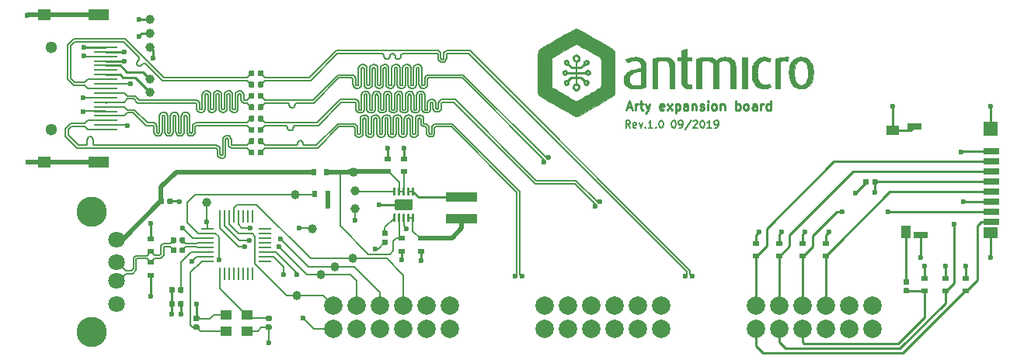
<source format=gbr>
G04 #@! TF.GenerationSoftware,KiCad,Pcbnew,5.0.2+dfsg1-1~bpo9+1*
G04 #@! TF.CreationDate,2019-09-17T17:26:26+02:00*
G04 #@! TF.ProjectId,HDMI_SD_expansion,48444d49-5f53-4445-9f65-7870616e7369,rev?*
G04 #@! TF.SameCoordinates,Original*
G04 #@! TF.FileFunction,Copper,L1,Top*
G04 #@! TF.FilePolarity,Positive*
%FSLAX46Y46*%
G04 Gerber Fmt 4.6, Leading zero omitted, Abs format (unit mm)*
G04 Created by KiCad (PCBNEW 5.0.2+dfsg1-1~bpo9+1) date Tue 17 Sep 2019 05:26:26 PM CEST*
%MOMM*%
%LPD*%
G01*
G04 APERTURE LIST*
G04 #@! TA.AperFunction,NonConductor*
%ADD10C,0.200000*%
G04 #@! TD*
G04 #@! TA.AperFunction,NonConductor*
%ADD11C,0.250000*%
G04 #@! TD*
G04 #@! TA.AperFunction,EtchedComponent*
%ADD12C,0.002790*%
G04 #@! TD*
G04 #@! TA.AperFunction,BGAPad,CuDef*
%ADD13C,1.000000*%
G04 #@! TD*
G04 #@! TA.AperFunction,ComponentPad*
%ADD14C,2.000000*%
G04 #@! TD*
G04 #@! TA.AperFunction,ComponentPad*
%ADD15C,1.800000*%
G04 #@! TD*
G04 #@! TA.AperFunction,ComponentPad*
%ADD16C,3.300000*%
G04 #@! TD*
G04 #@! TA.AperFunction,SMDPad,CuDef*
%ADD17R,0.800000X0.600000*%
G04 #@! TD*
G04 #@! TA.AperFunction,SMDPad,CuDef*
%ADD18R,2.600000X0.280000*%
G04 #@! TD*
G04 #@! TA.AperFunction,SMDPad,CuDef*
%ADD19R,2.200000X1.300000*%
G04 #@! TD*
G04 #@! TA.AperFunction,SMDPad,CuDef*
%ADD20R,1.400000X1.300000*%
G04 #@! TD*
G04 #@! TA.AperFunction,ViaPad*
%ADD21C,1.300000*%
G04 #@! TD*
G04 #@! TA.AperFunction,SMDPad,CuDef*
%ADD22R,3.400000X1.000000*%
G04 #@! TD*
G04 #@! TA.AperFunction,Conductor*
%ADD23C,0.100000*%
G04 #@! TD*
G04 #@! TA.AperFunction,SMDPad,CuDef*
%ADD24C,0.590000*%
G04 #@! TD*
G04 #@! TA.AperFunction,SMDPad,CuDef*
%ADD25R,0.600000X0.800000*%
G04 #@! TD*
G04 #@! TA.AperFunction,SMDPad,CuDef*
%ADD26R,1.300000X1.100000*%
G04 #@! TD*
G04 #@! TA.AperFunction,SMDPad,CuDef*
%ADD27R,0.270000X1.450000*%
G04 #@! TD*
G04 #@! TA.AperFunction,SMDPad,CuDef*
%ADD28R,1.450000X0.270000*%
G04 #@! TD*
G04 #@! TA.AperFunction,SMDPad,CuDef*
%ADD29C,0.250000*%
G04 #@! TD*
G04 #@! TA.AperFunction,SMDPad,CuDef*
%ADD30C,1.200000*%
G04 #@! TD*
G04 #@! TA.AperFunction,SMDPad,CuDef*
%ADD31R,1.500000X0.800000*%
G04 #@! TD*
G04 #@! TA.AperFunction,SMDPad,CuDef*
%ADD32R,1.400000X1.000000*%
G04 #@! TD*
G04 #@! TA.AperFunction,SMDPad,CuDef*
%ADD33R,1.000000X1.400000*%
G04 #@! TD*
G04 #@! TA.AperFunction,SMDPad,CuDef*
%ADD34R,1.500000X1.500000*%
G04 #@! TD*
G04 #@! TA.AperFunction,SMDPad,CuDef*
%ADD35R,1.500000X1.300000*%
G04 #@! TD*
G04 #@! TA.AperFunction,SMDPad,CuDef*
%ADD36R,1.750000X0.700000*%
G04 #@! TD*
G04 #@! TA.AperFunction,ViaPad*
%ADD37C,0.600000*%
G04 #@! TD*
G04 #@! TA.AperFunction,Conductor*
%ADD38C,0.254000*%
G04 #@! TD*
G04 #@! TA.AperFunction,Conductor*
%ADD39C,0.200000*%
G04 #@! TD*
G04 #@! TA.AperFunction,Conductor*
%ADD40C,0.508000*%
G04 #@! TD*
G04 #@! TA.AperFunction,Conductor*
%ADD41C,0.150000*%
G04 #@! TD*
G04 #@! TA.AperFunction,Conductor*
%ADD42C,0.250000*%
G04 #@! TD*
G04 APERTURE END LIST*
D10*
X160008119Y-98775404D02*
X159741452Y-98394452D01*
X159550976Y-98775404D02*
X159550976Y-97975404D01*
X159855738Y-97975404D01*
X159931928Y-98013500D01*
X159970023Y-98051595D01*
X160008119Y-98127785D01*
X160008119Y-98242071D01*
X159970023Y-98318261D01*
X159931928Y-98356357D01*
X159855738Y-98394452D01*
X159550976Y-98394452D01*
X160655738Y-98737309D02*
X160579547Y-98775404D01*
X160427166Y-98775404D01*
X160350976Y-98737309D01*
X160312880Y-98661119D01*
X160312880Y-98356357D01*
X160350976Y-98280166D01*
X160427166Y-98242071D01*
X160579547Y-98242071D01*
X160655738Y-98280166D01*
X160693833Y-98356357D01*
X160693833Y-98432547D01*
X160312880Y-98508738D01*
X160960500Y-98242071D02*
X161150976Y-98775404D01*
X161341452Y-98242071D01*
X161646214Y-98699214D02*
X161684309Y-98737309D01*
X161646214Y-98775404D01*
X161608119Y-98737309D01*
X161646214Y-98699214D01*
X161646214Y-98775404D01*
X162446214Y-98775404D02*
X161989071Y-98775404D01*
X162217642Y-98775404D02*
X162217642Y-97975404D01*
X162141452Y-98089690D01*
X162065261Y-98165880D01*
X161989071Y-98203976D01*
X162789071Y-98699214D02*
X162827166Y-98737309D01*
X162789071Y-98775404D01*
X162750976Y-98737309D01*
X162789071Y-98699214D01*
X162789071Y-98775404D01*
X163322404Y-97975404D02*
X163398595Y-97975404D01*
X163474785Y-98013500D01*
X163512880Y-98051595D01*
X163550976Y-98127785D01*
X163589071Y-98280166D01*
X163589071Y-98470642D01*
X163550976Y-98623023D01*
X163512880Y-98699214D01*
X163474785Y-98737309D01*
X163398595Y-98775404D01*
X163322404Y-98775404D01*
X163246214Y-98737309D01*
X163208119Y-98699214D01*
X163170023Y-98623023D01*
X163131928Y-98470642D01*
X163131928Y-98280166D01*
X163170023Y-98127785D01*
X163208119Y-98051595D01*
X163246214Y-98013500D01*
X163322404Y-97975404D01*
X164693833Y-97975404D02*
X164770023Y-97975404D01*
X164846214Y-98013500D01*
X164884309Y-98051595D01*
X164922404Y-98127785D01*
X164960500Y-98280166D01*
X164960500Y-98470642D01*
X164922404Y-98623023D01*
X164884309Y-98699214D01*
X164846214Y-98737309D01*
X164770023Y-98775404D01*
X164693833Y-98775404D01*
X164617642Y-98737309D01*
X164579547Y-98699214D01*
X164541452Y-98623023D01*
X164503357Y-98470642D01*
X164503357Y-98280166D01*
X164541452Y-98127785D01*
X164579547Y-98051595D01*
X164617642Y-98013500D01*
X164693833Y-97975404D01*
X165341452Y-98775404D02*
X165493833Y-98775404D01*
X165570023Y-98737309D01*
X165608119Y-98699214D01*
X165684309Y-98584928D01*
X165722404Y-98432547D01*
X165722404Y-98127785D01*
X165684309Y-98051595D01*
X165646214Y-98013500D01*
X165570023Y-97975404D01*
X165417642Y-97975404D01*
X165341452Y-98013500D01*
X165303357Y-98051595D01*
X165265261Y-98127785D01*
X165265261Y-98318261D01*
X165303357Y-98394452D01*
X165341452Y-98432547D01*
X165417642Y-98470642D01*
X165570023Y-98470642D01*
X165646214Y-98432547D01*
X165684309Y-98394452D01*
X165722404Y-98318261D01*
X166636690Y-97937309D02*
X165950976Y-98965880D01*
X166865261Y-98051595D02*
X166903357Y-98013500D01*
X166979547Y-97975404D01*
X167170023Y-97975404D01*
X167246214Y-98013500D01*
X167284309Y-98051595D01*
X167322404Y-98127785D01*
X167322404Y-98203976D01*
X167284309Y-98318261D01*
X166827166Y-98775404D01*
X167322404Y-98775404D01*
X167817642Y-97975404D02*
X167893833Y-97975404D01*
X167970023Y-98013500D01*
X168008119Y-98051595D01*
X168046214Y-98127785D01*
X168084309Y-98280166D01*
X168084309Y-98470642D01*
X168046214Y-98623023D01*
X168008119Y-98699214D01*
X167970023Y-98737309D01*
X167893833Y-98775404D01*
X167817642Y-98775404D01*
X167741452Y-98737309D01*
X167703357Y-98699214D01*
X167665261Y-98623023D01*
X167627166Y-98470642D01*
X167627166Y-98280166D01*
X167665261Y-98127785D01*
X167703357Y-98051595D01*
X167741452Y-98013500D01*
X167817642Y-97975404D01*
X168846214Y-98775404D02*
X168389071Y-98775404D01*
X168617642Y-98775404D02*
X168617642Y-97975404D01*
X168541452Y-98089690D01*
X168465261Y-98165880D01*
X168389071Y-98203976D01*
X169227166Y-98775404D02*
X169379547Y-98775404D01*
X169455738Y-98737309D01*
X169493833Y-98699214D01*
X169570023Y-98584928D01*
X169608119Y-98432547D01*
X169608119Y-98127785D01*
X169570023Y-98051595D01*
X169531928Y-98013500D01*
X169455738Y-97975404D01*
X169303357Y-97975404D01*
X169227166Y-98013500D01*
X169189071Y-98051595D01*
X169150976Y-98127785D01*
X169150976Y-98318261D01*
X169189071Y-98394452D01*
X169227166Y-98432547D01*
X169303357Y-98470642D01*
X169455738Y-98470642D01*
X169531928Y-98432547D01*
X169570023Y-98394452D01*
X169608119Y-98318261D01*
D11*
X159648166Y-96548166D02*
X160124357Y-96548166D01*
X159552928Y-96833880D02*
X159886261Y-95833880D01*
X160219595Y-96833880D01*
X160552928Y-96833880D02*
X160552928Y-96167214D01*
X160552928Y-96357690D02*
X160600547Y-96262452D01*
X160648166Y-96214833D01*
X160743404Y-96167214D01*
X160838642Y-96167214D01*
X161029119Y-96167214D02*
X161410071Y-96167214D01*
X161171976Y-95833880D02*
X161171976Y-96691023D01*
X161219595Y-96786261D01*
X161314833Y-96833880D01*
X161410071Y-96833880D01*
X161648166Y-96167214D02*
X161886261Y-96833880D01*
X162124357Y-96167214D02*
X161886261Y-96833880D01*
X161791023Y-97071976D01*
X161743404Y-97119595D01*
X161648166Y-97167214D01*
X163648166Y-96786261D02*
X163552928Y-96833880D01*
X163362452Y-96833880D01*
X163267214Y-96786261D01*
X163219595Y-96691023D01*
X163219595Y-96310071D01*
X163267214Y-96214833D01*
X163362452Y-96167214D01*
X163552928Y-96167214D01*
X163648166Y-96214833D01*
X163695785Y-96310071D01*
X163695785Y-96405309D01*
X163219595Y-96500547D01*
X164029119Y-96833880D02*
X164552928Y-96167214D01*
X164029119Y-96167214D02*
X164552928Y-96833880D01*
X164933880Y-96167214D02*
X164933880Y-97167214D01*
X164933880Y-96214833D02*
X165029119Y-96167214D01*
X165219595Y-96167214D01*
X165314833Y-96214833D01*
X165362452Y-96262452D01*
X165410071Y-96357690D01*
X165410071Y-96643404D01*
X165362452Y-96738642D01*
X165314833Y-96786261D01*
X165219595Y-96833880D01*
X165029119Y-96833880D01*
X164933880Y-96786261D01*
X166267214Y-96833880D02*
X166267214Y-96310071D01*
X166219595Y-96214833D01*
X166124357Y-96167214D01*
X165933880Y-96167214D01*
X165838642Y-96214833D01*
X166267214Y-96786261D02*
X166171976Y-96833880D01*
X165933880Y-96833880D01*
X165838642Y-96786261D01*
X165791023Y-96691023D01*
X165791023Y-96595785D01*
X165838642Y-96500547D01*
X165933880Y-96452928D01*
X166171976Y-96452928D01*
X166267214Y-96405309D01*
X166743404Y-96167214D02*
X166743404Y-96833880D01*
X166743404Y-96262452D02*
X166791023Y-96214833D01*
X166886261Y-96167214D01*
X167029119Y-96167214D01*
X167124357Y-96214833D01*
X167171976Y-96310071D01*
X167171976Y-96833880D01*
X167600547Y-96786261D02*
X167695785Y-96833880D01*
X167886261Y-96833880D01*
X167981500Y-96786261D01*
X168029119Y-96691023D01*
X168029119Y-96643404D01*
X167981500Y-96548166D01*
X167886261Y-96500547D01*
X167743404Y-96500547D01*
X167648166Y-96452928D01*
X167600547Y-96357690D01*
X167600547Y-96310071D01*
X167648166Y-96214833D01*
X167743404Y-96167214D01*
X167886261Y-96167214D01*
X167981500Y-96214833D01*
X168457690Y-96833880D02*
X168457690Y-96167214D01*
X168457690Y-95833880D02*
X168410071Y-95881500D01*
X168457690Y-95929119D01*
X168505309Y-95881500D01*
X168457690Y-95833880D01*
X168457690Y-95929119D01*
X169076738Y-96833880D02*
X168981500Y-96786261D01*
X168933880Y-96738642D01*
X168886261Y-96643404D01*
X168886261Y-96357690D01*
X168933880Y-96262452D01*
X168981500Y-96214833D01*
X169076738Y-96167214D01*
X169219595Y-96167214D01*
X169314833Y-96214833D01*
X169362452Y-96262452D01*
X169410071Y-96357690D01*
X169410071Y-96643404D01*
X169362452Y-96738642D01*
X169314833Y-96786261D01*
X169219595Y-96833880D01*
X169076738Y-96833880D01*
X169838642Y-96167214D02*
X169838642Y-96833880D01*
X169838642Y-96262452D02*
X169886261Y-96214833D01*
X169981500Y-96167214D01*
X170124357Y-96167214D01*
X170219595Y-96214833D01*
X170267214Y-96310071D01*
X170267214Y-96833880D01*
X171505309Y-96833880D02*
X171505309Y-95833880D01*
X171505309Y-96214833D02*
X171600547Y-96167214D01*
X171791023Y-96167214D01*
X171886261Y-96214833D01*
X171933880Y-96262452D01*
X171981500Y-96357690D01*
X171981500Y-96643404D01*
X171933880Y-96738642D01*
X171886261Y-96786261D01*
X171791023Y-96833880D01*
X171600547Y-96833880D01*
X171505309Y-96786261D01*
X172552928Y-96833880D02*
X172457690Y-96786261D01*
X172410071Y-96738642D01*
X172362452Y-96643404D01*
X172362452Y-96357690D01*
X172410071Y-96262452D01*
X172457690Y-96214833D01*
X172552928Y-96167214D01*
X172695785Y-96167214D01*
X172791023Y-96214833D01*
X172838642Y-96262452D01*
X172886261Y-96357690D01*
X172886261Y-96643404D01*
X172838642Y-96738642D01*
X172791023Y-96786261D01*
X172695785Y-96833880D01*
X172552928Y-96833880D01*
X173743404Y-96833880D02*
X173743404Y-96310071D01*
X173695785Y-96214833D01*
X173600547Y-96167214D01*
X173410071Y-96167214D01*
X173314833Y-96214833D01*
X173743404Y-96786261D02*
X173648166Y-96833880D01*
X173410071Y-96833880D01*
X173314833Y-96786261D01*
X173267214Y-96691023D01*
X173267214Y-96595785D01*
X173314833Y-96500547D01*
X173410071Y-96452928D01*
X173648166Y-96452928D01*
X173743404Y-96405309D01*
X174219595Y-96833880D02*
X174219595Y-96167214D01*
X174219595Y-96357690D02*
X174267214Y-96262452D01*
X174314833Y-96214833D01*
X174410071Y-96167214D01*
X174505309Y-96167214D01*
X175267214Y-96833880D02*
X175267214Y-95833880D01*
X175267214Y-96786261D02*
X175171976Y-96833880D01*
X174981500Y-96833880D01*
X174886261Y-96786261D01*
X174838642Y-96738642D01*
X174791023Y-96643404D01*
X174791023Y-96357690D01*
X174838642Y-96262452D01*
X174886261Y-96214833D01*
X174981500Y-96167214D01*
X175171976Y-96167214D01*
X175267214Y-96214833D01*
D12*
G04 #@! TO.C,N1*
G36*
X154195538Y-87979731D02*
X154293271Y-88002134D01*
X154294905Y-88002808D01*
X154325645Y-88018848D01*
X154393667Y-88056477D01*
X154495362Y-88113621D01*
X154627123Y-88188207D01*
X154785339Y-88278157D01*
X154966404Y-88381399D01*
X155166709Y-88495857D01*
X155382645Y-88619458D01*
X155610604Y-88750125D01*
X155846977Y-88885785D01*
X156088157Y-89024362D01*
X156330535Y-89163783D01*
X156570503Y-89301971D01*
X156804452Y-89436854D01*
X157028773Y-89566356D01*
X157239859Y-89688402D01*
X157434101Y-89800918D01*
X157607891Y-89901830D01*
X157757620Y-89989061D01*
X157879681Y-90060538D01*
X157970464Y-90114186D01*
X158026361Y-90147931D01*
X158032749Y-90151926D01*
X158132947Y-90234208D01*
X158209914Y-90332609D01*
X158274157Y-90441891D01*
X158280528Y-92693541D01*
X158281483Y-93124367D01*
X158281799Y-93513100D01*
X158281478Y-93859152D01*
X158280525Y-94161938D01*
X158278945Y-94420870D01*
X158276741Y-94635362D01*
X158273919Y-94804829D01*
X158270483Y-94928683D01*
X158266436Y-95006338D01*
X158262881Y-95034384D01*
X158253236Y-95069947D01*
X158242955Y-95102383D01*
X158229584Y-95133325D01*
X158210671Y-95164406D01*
X158183764Y-95197260D01*
X158146409Y-95233521D01*
X158096154Y-95274822D01*
X158030547Y-95322797D01*
X157947134Y-95379080D01*
X157843463Y-95445303D01*
X157717082Y-95523101D01*
X157565537Y-95614108D01*
X157386376Y-95719956D01*
X157177146Y-95842279D01*
X156935395Y-95982711D01*
X156658670Y-96142885D01*
X156344519Y-96324436D01*
X156204703Y-96405214D01*
X154305661Y-97502405D01*
X154128496Y-97511509D01*
X153951331Y-97520612D01*
X153254482Y-97119845D01*
X152827765Y-96874469D01*
X152440058Y-96651529D01*
X152089461Y-96449827D01*
X151774075Y-96268165D01*
X151492001Y-96105347D01*
X151241341Y-95960175D01*
X151020195Y-95831451D01*
X150826664Y-95717979D01*
X150658849Y-95618561D01*
X150514852Y-95532000D01*
X150392773Y-95457099D01*
X150290713Y-95392659D01*
X150206772Y-95337485D01*
X150139053Y-95290378D01*
X150085656Y-95250141D01*
X150044682Y-95215577D01*
X150014232Y-95185489D01*
X149992407Y-95158678D01*
X149977308Y-95133949D01*
X149967036Y-95110104D01*
X149959692Y-95085945D01*
X149953377Y-95060275D01*
X149946881Y-95034435D01*
X149942357Y-94992987D01*
X149938442Y-94904869D01*
X149935139Y-94770652D01*
X149932453Y-94590907D01*
X149930388Y-94366205D01*
X149928949Y-94097115D01*
X149928139Y-93784210D01*
X149927964Y-93428059D01*
X149928427Y-93029233D01*
X149929098Y-92745036D01*
X151388344Y-92745036D01*
X151388376Y-93052081D01*
X151388647Y-93315492D01*
X151389424Y-93538878D01*
X151390973Y-93725849D01*
X151393559Y-93880014D01*
X151397448Y-94004983D01*
X151402905Y-94104365D01*
X151410196Y-94181771D01*
X151419588Y-94240809D01*
X151431345Y-94285090D01*
X151445733Y-94318223D01*
X151463018Y-94343817D01*
X151483465Y-94365482D01*
X151507341Y-94386828D01*
X151509315Y-94388550D01*
X151540964Y-94410118D01*
X151609059Y-94452277D01*
X151709152Y-94512467D01*
X151836795Y-94588126D01*
X151987537Y-94676694D01*
X152156930Y-94775610D01*
X152340526Y-94882314D01*
X152533875Y-94994246D01*
X152732528Y-95108844D01*
X152932036Y-95223548D01*
X153127951Y-95335797D01*
X153315822Y-95443031D01*
X153491203Y-95542689D01*
X153649643Y-95632210D01*
X153786693Y-95709035D01*
X153897905Y-95770601D01*
X153978830Y-95814350D01*
X154025019Y-95837719D01*
X154032261Y-95840643D01*
X154090831Y-95856611D01*
X154131771Y-95857556D01*
X154180293Y-95841973D01*
X154209069Y-95830108D01*
X154248418Y-95810398D01*
X154323289Y-95769786D01*
X154429205Y-95710862D01*
X154561690Y-95636214D01*
X154716266Y-95548433D01*
X154888456Y-95450108D01*
X155073784Y-95343828D01*
X155267773Y-95232182D01*
X155465947Y-95117759D01*
X155663827Y-95003150D01*
X155856938Y-94890942D01*
X156040803Y-94783726D01*
X156210944Y-94684091D01*
X156362885Y-94594626D01*
X156492149Y-94517921D01*
X156594259Y-94456564D01*
X156664739Y-94413145D01*
X156699111Y-94390254D01*
X156700433Y-94389156D01*
X156724586Y-94367431D01*
X156745290Y-94345719D01*
X156762810Y-94320407D01*
X156777411Y-94287882D01*
X156789360Y-94244531D01*
X156798922Y-94186741D01*
X156806364Y-94110898D01*
X156811950Y-94013390D01*
X156815948Y-93890603D01*
X156818622Y-93738924D01*
X156820239Y-93554741D01*
X156821064Y-93334438D01*
X156821364Y-93074404D01*
X156821404Y-92771026D01*
X156821404Y-92745036D01*
X156821400Y-92436638D01*
X156821179Y-92171897D01*
X156820427Y-91947226D01*
X156818830Y-91759039D01*
X156816075Y-91603749D01*
X156811847Y-91477768D01*
X156805832Y-91377511D01*
X156797717Y-91299390D01*
X156787188Y-91239818D01*
X156773931Y-91195210D01*
X156757632Y-91161977D01*
X156737977Y-91136533D01*
X156714653Y-91115292D01*
X156687344Y-91094667D01*
X156676273Y-91086550D01*
X156641588Y-91064233D01*
X156569842Y-91020696D01*
X156464952Y-90958236D01*
X156330833Y-90879147D01*
X156171401Y-90785725D01*
X155990571Y-90680266D01*
X155792259Y-90565066D01*
X155580381Y-90442420D01*
X155401760Y-90339343D01*
X155146533Y-90192449D01*
X154928823Y-90067645D01*
X154745354Y-89963188D01*
X154592851Y-89877337D01*
X154468039Y-89808348D01*
X154367643Y-89754479D01*
X154288387Y-89713985D01*
X154226997Y-89685125D01*
X154180197Y-89666156D01*
X154144712Y-89655335D01*
X154117267Y-89650918D01*
X154107404Y-89650554D01*
X154082712Y-89652786D01*
X154051383Y-89660625D01*
X154010201Y-89675791D01*
X153955950Y-89700000D01*
X153885414Y-89734969D01*
X153795378Y-89782418D01*
X153682626Y-89844061D01*
X153543942Y-89921618D01*
X153376110Y-90016806D01*
X153175913Y-90131342D01*
X152940138Y-90266943D01*
X152775085Y-90362115D01*
X152552945Y-90490497D01*
X152342193Y-90612697D01*
X152146537Y-90726538D01*
X151969682Y-90829846D01*
X151815333Y-90920445D01*
X151687198Y-90996161D01*
X151588982Y-91054817D01*
X151524390Y-91094240D01*
X151497288Y-91112113D01*
X151475536Y-91131639D01*
X151456891Y-91152299D01*
X151441114Y-91177681D01*
X151427964Y-91211374D01*
X151417203Y-91256965D01*
X151408591Y-91318042D01*
X151401889Y-91398193D01*
X151396858Y-91501006D01*
X151393257Y-91630069D01*
X151390849Y-91788971D01*
X151389392Y-91981298D01*
X151388649Y-92210639D01*
X151388380Y-92480582D01*
X151388344Y-92745036D01*
X149929098Y-92745036D01*
X149929220Y-92693541D01*
X149930239Y-92310789D01*
X149931119Y-91972397D01*
X149932042Y-91675483D01*
X149933190Y-91417164D01*
X149934745Y-91194556D01*
X149936889Y-91004778D01*
X149939804Y-90844947D01*
X149943673Y-90712179D01*
X149948676Y-90603592D01*
X149954996Y-90516303D01*
X149962814Y-90447431D01*
X149972314Y-90394090D01*
X149983676Y-90353401D01*
X149997082Y-90322478D01*
X150012715Y-90298440D01*
X150030757Y-90278404D01*
X150051388Y-90259487D01*
X150074792Y-90238807D01*
X150084723Y-90229629D01*
X150114829Y-90208602D01*
X150182902Y-90165807D01*
X150285946Y-90103015D01*
X150420964Y-90021995D01*
X150584959Y-89924514D01*
X150774934Y-89812343D01*
X150987893Y-89687250D01*
X151220837Y-89551004D01*
X151470772Y-89405374D01*
X151734700Y-89252128D01*
X152009623Y-89093037D01*
X152038961Y-89076091D01*
X152359449Y-88891041D01*
X152641690Y-88728209D01*
X152888336Y-88586159D01*
X153102036Y-88463458D01*
X153285442Y-88358672D01*
X153441205Y-88270367D01*
X153571974Y-88197107D01*
X153680402Y-88137459D01*
X153769139Y-88089989D01*
X153840835Y-88053262D01*
X153898141Y-88025843D01*
X153943708Y-88006300D01*
X153980188Y-87993197D01*
X154010229Y-87985100D01*
X154036484Y-87980574D01*
X154061604Y-87978187D01*
X154068969Y-87977695D01*
X154195538Y-87979731D01*
X154195538Y-87979731D01*
G37*
X154195538Y-87979731D02*
X154293271Y-88002134D01*
X154294905Y-88002808D01*
X154325645Y-88018848D01*
X154393667Y-88056477D01*
X154495362Y-88113621D01*
X154627123Y-88188207D01*
X154785339Y-88278157D01*
X154966404Y-88381399D01*
X155166709Y-88495857D01*
X155382645Y-88619458D01*
X155610604Y-88750125D01*
X155846977Y-88885785D01*
X156088157Y-89024362D01*
X156330535Y-89163783D01*
X156570503Y-89301971D01*
X156804452Y-89436854D01*
X157028773Y-89566356D01*
X157239859Y-89688402D01*
X157434101Y-89800918D01*
X157607891Y-89901830D01*
X157757620Y-89989061D01*
X157879681Y-90060538D01*
X157970464Y-90114186D01*
X158026361Y-90147931D01*
X158032749Y-90151926D01*
X158132947Y-90234208D01*
X158209914Y-90332609D01*
X158274157Y-90441891D01*
X158280528Y-92693541D01*
X158281483Y-93124367D01*
X158281799Y-93513100D01*
X158281478Y-93859152D01*
X158280525Y-94161938D01*
X158278945Y-94420870D01*
X158276741Y-94635362D01*
X158273919Y-94804829D01*
X158270483Y-94928683D01*
X158266436Y-95006338D01*
X158262881Y-95034384D01*
X158253236Y-95069947D01*
X158242955Y-95102383D01*
X158229584Y-95133325D01*
X158210671Y-95164406D01*
X158183764Y-95197260D01*
X158146409Y-95233521D01*
X158096154Y-95274822D01*
X158030547Y-95322797D01*
X157947134Y-95379080D01*
X157843463Y-95445303D01*
X157717082Y-95523101D01*
X157565537Y-95614108D01*
X157386376Y-95719956D01*
X157177146Y-95842279D01*
X156935395Y-95982711D01*
X156658670Y-96142885D01*
X156344519Y-96324436D01*
X156204703Y-96405214D01*
X154305661Y-97502405D01*
X154128496Y-97511509D01*
X153951331Y-97520612D01*
X153254482Y-97119845D01*
X152827765Y-96874469D01*
X152440058Y-96651529D01*
X152089461Y-96449827D01*
X151774075Y-96268165D01*
X151492001Y-96105347D01*
X151241341Y-95960175D01*
X151020195Y-95831451D01*
X150826664Y-95717979D01*
X150658849Y-95618561D01*
X150514852Y-95532000D01*
X150392773Y-95457099D01*
X150290713Y-95392659D01*
X150206772Y-95337485D01*
X150139053Y-95290378D01*
X150085656Y-95250141D01*
X150044682Y-95215577D01*
X150014232Y-95185489D01*
X149992407Y-95158678D01*
X149977308Y-95133949D01*
X149967036Y-95110104D01*
X149959692Y-95085945D01*
X149953377Y-95060275D01*
X149946881Y-95034435D01*
X149942357Y-94992987D01*
X149938442Y-94904869D01*
X149935139Y-94770652D01*
X149932453Y-94590907D01*
X149930388Y-94366205D01*
X149928949Y-94097115D01*
X149928139Y-93784210D01*
X149927964Y-93428059D01*
X149928427Y-93029233D01*
X149929098Y-92745036D01*
X151388344Y-92745036D01*
X151388376Y-93052081D01*
X151388647Y-93315492D01*
X151389424Y-93538878D01*
X151390973Y-93725849D01*
X151393559Y-93880014D01*
X151397448Y-94004983D01*
X151402905Y-94104365D01*
X151410196Y-94181771D01*
X151419588Y-94240809D01*
X151431345Y-94285090D01*
X151445733Y-94318223D01*
X151463018Y-94343817D01*
X151483465Y-94365482D01*
X151507341Y-94386828D01*
X151509315Y-94388550D01*
X151540964Y-94410118D01*
X151609059Y-94452277D01*
X151709152Y-94512467D01*
X151836795Y-94588126D01*
X151987537Y-94676694D01*
X152156930Y-94775610D01*
X152340526Y-94882314D01*
X152533875Y-94994246D01*
X152732528Y-95108844D01*
X152932036Y-95223548D01*
X153127951Y-95335797D01*
X153315822Y-95443031D01*
X153491203Y-95542689D01*
X153649643Y-95632210D01*
X153786693Y-95709035D01*
X153897905Y-95770601D01*
X153978830Y-95814350D01*
X154025019Y-95837719D01*
X154032261Y-95840643D01*
X154090831Y-95856611D01*
X154131771Y-95857556D01*
X154180293Y-95841973D01*
X154209069Y-95830108D01*
X154248418Y-95810398D01*
X154323289Y-95769786D01*
X154429205Y-95710862D01*
X154561690Y-95636214D01*
X154716266Y-95548433D01*
X154888456Y-95450108D01*
X155073784Y-95343828D01*
X155267773Y-95232182D01*
X155465947Y-95117759D01*
X155663827Y-95003150D01*
X155856938Y-94890942D01*
X156040803Y-94783726D01*
X156210944Y-94684091D01*
X156362885Y-94594626D01*
X156492149Y-94517921D01*
X156594259Y-94456564D01*
X156664739Y-94413145D01*
X156699111Y-94390254D01*
X156700433Y-94389156D01*
X156724586Y-94367431D01*
X156745290Y-94345719D01*
X156762810Y-94320407D01*
X156777411Y-94287882D01*
X156789360Y-94244531D01*
X156798922Y-94186741D01*
X156806364Y-94110898D01*
X156811950Y-94013390D01*
X156815948Y-93890603D01*
X156818622Y-93738924D01*
X156820239Y-93554741D01*
X156821064Y-93334438D01*
X156821364Y-93074404D01*
X156821404Y-92771026D01*
X156821404Y-92745036D01*
X156821400Y-92436638D01*
X156821179Y-92171897D01*
X156820427Y-91947226D01*
X156818830Y-91759039D01*
X156816075Y-91603749D01*
X156811847Y-91477768D01*
X156805832Y-91377511D01*
X156797717Y-91299390D01*
X156787188Y-91239818D01*
X156773931Y-91195210D01*
X156757632Y-91161977D01*
X156737977Y-91136533D01*
X156714653Y-91115292D01*
X156687344Y-91094667D01*
X156676273Y-91086550D01*
X156641588Y-91064233D01*
X156569842Y-91020696D01*
X156464952Y-90958236D01*
X156330833Y-90879147D01*
X156171401Y-90785725D01*
X155990571Y-90680266D01*
X155792259Y-90565066D01*
X155580381Y-90442420D01*
X155401760Y-90339343D01*
X155146533Y-90192449D01*
X154928823Y-90067645D01*
X154745354Y-89963188D01*
X154592851Y-89877337D01*
X154468039Y-89808348D01*
X154367643Y-89754479D01*
X154288387Y-89713985D01*
X154226997Y-89685125D01*
X154180197Y-89666156D01*
X154144712Y-89655335D01*
X154117267Y-89650918D01*
X154107404Y-89650554D01*
X154082712Y-89652786D01*
X154051383Y-89660625D01*
X154010201Y-89675791D01*
X153955950Y-89700000D01*
X153885414Y-89734969D01*
X153795378Y-89782418D01*
X153682626Y-89844061D01*
X153543942Y-89921618D01*
X153376110Y-90016806D01*
X153175913Y-90131342D01*
X152940138Y-90266943D01*
X152775085Y-90362115D01*
X152552945Y-90490497D01*
X152342193Y-90612697D01*
X152146537Y-90726538D01*
X151969682Y-90829846D01*
X151815333Y-90920445D01*
X151687198Y-90996161D01*
X151588982Y-91054817D01*
X151524390Y-91094240D01*
X151497288Y-91112113D01*
X151475536Y-91131639D01*
X151456891Y-91152299D01*
X151441114Y-91177681D01*
X151427964Y-91211374D01*
X151417203Y-91256965D01*
X151408591Y-91318042D01*
X151401889Y-91398193D01*
X151396858Y-91501006D01*
X151393257Y-91630069D01*
X151390849Y-91788971D01*
X151389392Y-91981298D01*
X151388649Y-92210639D01*
X151388380Y-92480582D01*
X151388344Y-92745036D01*
X149929098Y-92745036D01*
X149929220Y-92693541D01*
X149930239Y-92310789D01*
X149931119Y-91972397D01*
X149932042Y-91675483D01*
X149933190Y-91417164D01*
X149934745Y-91194556D01*
X149936889Y-91004778D01*
X149939804Y-90844947D01*
X149943673Y-90712179D01*
X149948676Y-90603592D01*
X149954996Y-90516303D01*
X149962814Y-90447431D01*
X149972314Y-90394090D01*
X149983676Y-90353401D01*
X149997082Y-90322478D01*
X150012715Y-90298440D01*
X150030757Y-90278404D01*
X150051388Y-90259487D01*
X150074792Y-90238807D01*
X150084723Y-90229629D01*
X150114829Y-90208602D01*
X150182902Y-90165807D01*
X150285946Y-90103015D01*
X150420964Y-90021995D01*
X150584959Y-89924514D01*
X150774934Y-89812343D01*
X150987893Y-89687250D01*
X151220837Y-89551004D01*
X151470772Y-89405374D01*
X151734700Y-89252128D01*
X152009623Y-89093037D01*
X152038961Y-89076091D01*
X152359449Y-88891041D01*
X152641690Y-88728209D01*
X152888336Y-88586159D01*
X153102036Y-88463458D01*
X153285442Y-88358672D01*
X153441205Y-88270367D01*
X153571974Y-88197107D01*
X153680402Y-88137459D01*
X153769139Y-88089989D01*
X153840835Y-88053262D01*
X153898141Y-88025843D01*
X153943708Y-88006300D01*
X153980188Y-87993197D01*
X154010229Y-87985100D01*
X154036484Y-87980574D01*
X154061604Y-87978187D01*
X154068969Y-87977695D01*
X154195538Y-87979731D01*
G36*
X160780377Y-91060249D02*
X160929924Y-91088245D01*
X161099663Y-91140285D01*
X161236625Y-91204868D01*
X161355006Y-91289481D01*
X161413211Y-91343167D01*
X161499050Y-91450368D01*
X161576120Y-91587618D01*
X161635844Y-91737725D01*
X161663425Y-91844821D01*
X161668899Y-91897998D01*
X161673814Y-91994485D01*
X161678096Y-92130349D01*
X161681670Y-92301658D01*
X161684462Y-92504480D01*
X161686398Y-92734882D01*
X161687404Y-92988932D01*
X161687536Y-93125107D01*
X161687536Y-94278255D01*
X161576824Y-94327228D01*
X161378592Y-94398446D01*
X161148954Y-94453470D01*
X160901476Y-94490579D01*
X160649725Y-94508050D01*
X160407268Y-94504164D01*
X160279383Y-94491857D01*
X160028817Y-94441934D01*
X159814647Y-94362578D01*
X159637304Y-94254257D01*
X159497220Y-94117443D01*
X159394826Y-93952605D01*
X159330553Y-93760213D01*
X159304831Y-93540739D01*
X159306076Y-93430559D01*
X159309086Y-93409731D01*
X159850305Y-93409731D01*
X159854699Y-93605157D01*
X159897167Y-93774059D01*
X159976803Y-93915031D01*
X160092696Y-94026664D01*
X160243940Y-94107552D01*
X160316292Y-94131597D01*
X160408722Y-94147401D01*
X160532503Y-94154595D01*
X160672643Y-94153744D01*
X160814148Y-94145410D01*
X160942025Y-94130159D01*
X161041281Y-94108554D01*
X161055647Y-94103784D01*
X161167852Y-94063427D01*
X161167852Y-92576282D01*
X161032026Y-92592670D01*
X160945341Y-92606307D01*
X160833116Y-92628308D01*
X160715397Y-92654648D01*
X160678384Y-92663701D01*
X160436222Y-92738151D01*
X160237372Y-92829629D01*
X160080695Y-92939162D01*
X159965051Y-93067776D01*
X159889302Y-93216497D01*
X159852306Y-93386353D01*
X159850305Y-93409731D01*
X159309086Y-93409731D01*
X159336832Y-93217754D01*
X159408149Y-93028568D01*
X159520920Y-92860961D01*
X159585275Y-92792186D01*
X159727474Y-92679199D01*
X159910301Y-92575210D01*
X160127618Y-92482492D01*
X160373292Y-92403320D01*
X160641185Y-92339965D01*
X160925163Y-92294701D01*
X160929406Y-92294185D01*
X161174298Y-92264504D01*
X161160140Y-92063888D01*
X161132744Y-91874695D01*
X161078400Y-91722882D01*
X160994655Y-91605427D01*
X160879053Y-91519311D01*
X160729138Y-91461512D01*
X160657382Y-91445336D01*
X160462047Y-91428324D01*
X160244932Y-91444596D01*
X160016199Y-91492625D01*
X159786009Y-91570887D01*
X159765744Y-91579286D01*
X159693099Y-91608105D01*
X159639879Y-91625919D01*
X159618730Y-91628984D01*
X159606683Y-91604047D01*
X159584013Y-91548443D01*
X159555955Y-91476009D01*
X159527740Y-91400582D01*
X159504602Y-91336000D01*
X159491776Y-91296098D01*
X159490690Y-91290444D01*
X159510467Y-91275025D01*
X159561808Y-91247760D01*
X159619514Y-91220900D01*
X159831566Y-91144188D01*
X160066693Y-91088450D01*
X160311880Y-91055002D01*
X160554113Y-91045163D01*
X160780377Y-91060249D01*
X160780377Y-91060249D01*
G37*
X160780377Y-91060249D02*
X160929924Y-91088245D01*
X161099663Y-91140285D01*
X161236625Y-91204868D01*
X161355006Y-91289481D01*
X161413211Y-91343167D01*
X161499050Y-91450368D01*
X161576120Y-91587618D01*
X161635844Y-91737725D01*
X161663425Y-91844821D01*
X161668899Y-91897998D01*
X161673814Y-91994485D01*
X161678096Y-92130349D01*
X161681670Y-92301658D01*
X161684462Y-92504480D01*
X161686398Y-92734882D01*
X161687404Y-92988932D01*
X161687536Y-93125107D01*
X161687536Y-94278255D01*
X161576824Y-94327228D01*
X161378592Y-94398446D01*
X161148954Y-94453470D01*
X160901476Y-94490579D01*
X160649725Y-94508050D01*
X160407268Y-94504164D01*
X160279383Y-94491857D01*
X160028817Y-94441934D01*
X159814647Y-94362578D01*
X159637304Y-94254257D01*
X159497220Y-94117443D01*
X159394826Y-93952605D01*
X159330553Y-93760213D01*
X159304831Y-93540739D01*
X159306076Y-93430559D01*
X159309086Y-93409731D01*
X159850305Y-93409731D01*
X159854699Y-93605157D01*
X159897167Y-93774059D01*
X159976803Y-93915031D01*
X160092696Y-94026664D01*
X160243940Y-94107552D01*
X160316292Y-94131597D01*
X160408722Y-94147401D01*
X160532503Y-94154595D01*
X160672643Y-94153744D01*
X160814148Y-94145410D01*
X160942025Y-94130159D01*
X161041281Y-94108554D01*
X161055647Y-94103784D01*
X161167852Y-94063427D01*
X161167852Y-92576282D01*
X161032026Y-92592670D01*
X160945341Y-92606307D01*
X160833116Y-92628308D01*
X160715397Y-92654648D01*
X160678384Y-92663701D01*
X160436222Y-92738151D01*
X160237372Y-92829629D01*
X160080695Y-92939162D01*
X159965051Y-93067776D01*
X159889302Y-93216497D01*
X159852306Y-93386353D01*
X159850305Y-93409731D01*
X159309086Y-93409731D01*
X159336832Y-93217754D01*
X159408149Y-93028568D01*
X159520920Y-92860961D01*
X159585275Y-92792186D01*
X159727474Y-92679199D01*
X159910301Y-92575210D01*
X160127618Y-92482492D01*
X160373292Y-92403320D01*
X160641185Y-92339965D01*
X160925163Y-92294701D01*
X160929406Y-92294185D01*
X161174298Y-92264504D01*
X161160140Y-92063888D01*
X161132744Y-91874695D01*
X161078400Y-91722882D01*
X160994655Y-91605427D01*
X160879053Y-91519311D01*
X160729138Y-91461512D01*
X160657382Y-91445336D01*
X160462047Y-91428324D01*
X160244932Y-91444596D01*
X160016199Y-91492625D01*
X159786009Y-91570887D01*
X159765744Y-91579286D01*
X159693099Y-91608105D01*
X159639879Y-91625919D01*
X159618730Y-91628984D01*
X159606683Y-91604047D01*
X159584013Y-91548443D01*
X159555955Y-91476009D01*
X159527740Y-91400582D01*
X159504602Y-91336000D01*
X159491776Y-91296098D01*
X159490690Y-91290444D01*
X159510467Y-91275025D01*
X159561808Y-91247760D01*
X159619514Y-91220900D01*
X159831566Y-91144188D01*
X160066693Y-91088450D01*
X160311880Y-91055002D01*
X160554113Y-91045163D01*
X160780377Y-91060249D01*
G36*
X174644713Y-91048517D02*
X174800259Y-91063588D01*
X174886781Y-91079866D01*
X174975952Y-91105539D01*
X175071706Y-91140406D01*
X175161651Y-91179062D01*
X175233398Y-91216099D01*
X175274554Y-91246111D01*
X175277846Y-91250495D01*
X175275301Y-91279867D01*
X175258286Y-91337578D01*
X175232135Y-91410055D01*
X175202183Y-91483727D01*
X175173765Y-91545023D01*
X175152216Y-91580371D01*
X175146665Y-91584209D01*
X175117510Y-91575700D01*
X175059467Y-91552418D01*
X175000699Y-91526456D01*
X174820084Y-91463726D01*
X174641205Y-91439347D01*
X174472362Y-91453577D01*
X174324373Y-91505363D01*
X174200699Y-91593847D01*
X174087369Y-91723639D01*
X173987944Y-91889291D01*
X173905986Y-92085356D01*
X173871230Y-92198339D01*
X173843800Y-92337569D01*
X173826172Y-92509010D01*
X173818346Y-92698659D01*
X173820322Y-92892512D01*
X173832098Y-93076565D01*
X173853674Y-93236814D01*
X173871294Y-93315604D01*
X173951411Y-93550281D01*
X174052274Y-93742813D01*
X174174173Y-93893640D01*
X174317400Y-94003204D01*
X174328513Y-94009496D01*
X174400819Y-94046192D01*
X174464463Y-94067299D01*
X174537790Y-94076849D01*
X174639141Y-94078870D01*
X174644203Y-94078851D01*
X174750544Y-94074178D01*
X174843884Y-94058314D01*
X174938559Y-94026943D01*
X175048907Y-93975747D01*
X175131448Y-93932176D01*
X175141741Y-93938795D01*
X175159571Y-93969783D01*
X175187159Y-94030006D01*
X175226722Y-94124333D01*
X175280478Y-94257632D01*
X175285534Y-94270317D01*
X175272245Y-94295730D01*
X175224174Y-94331381D01*
X175151150Y-94371960D01*
X175063003Y-94412157D01*
X174969562Y-94446662D01*
X174945194Y-94454169D01*
X174818114Y-94481214D01*
X174665046Y-94498553D01*
X174506305Y-94505006D01*
X174362204Y-94499388D01*
X174301684Y-94491631D01*
X174213182Y-94469174D01*
X174106650Y-94431853D01*
X174006409Y-94388329D01*
X173810339Y-94266324D01*
X173641069Y-94106033D01*
X173499336Y-93908577D01*
X173385879Y-93675076D01*
X173301437Y-93406652D01*
X173273322Y-93275949D01*
X173252815Y-93121254D01*
X173242023Y-92937978D01*
X173240553Y-92739402D01*
X173248008Y-92538811D01*
X173263995Y-92349489D01*
X173288118Y-92184717D01*
X173308421Y-92095449D01*
X173400218Y-91833969D01*
X173521406Y-91606105D01*
X173670472Y-91413561D01*
X173845908Y-91258045D01*
X174046202Y-91141262D01*
X174205578Y-91081938D01*
X174329869Y-91057744D01*
X174482082Y-91046586D01*
X174644713Y-91048517D01*
X174644713Y-91048517D01*
G37*
X174644713Y-91048517D02*
X174800259Y-91063588D01*
X174886781Y-91079866D01*
X174975952Y-91105539D01*
X175071706Y-91140406D01*
X175161651Y-91179062D01*
X175233398Y-91216099D01*
X175274554Y-91246111D01*
X175277846Y-91250495D01*
X175275301Y-91279867D01*
X175258286Y-91337578D01*
X175232135Y-91410055D01*
X175202183Y-91483727D01*
X175173765Y-91545023D01*
X175152216Y-91580371D01*
X175146665Y-91584209D01*
X175117510Y-91575700D01*
X175059467Y-91552418D01*
X175000699Y-91526456D01*
X174820084Y-91463726D01*
X174641205Y-91439347D01*
X174472362Y-91453577D01*
X174324373Y-91505363D01*
X174200699Y-91593847D01*
X174087369Y-91723639D01*
X173987944Y-91889291D01*
X173905986Y-92085356D01*
X173871230Y-92198339D01*
X173843800Y-92337569D01*
X173826172Y-92509010D01*
X173818346Y-92698659D01*
X173820322Y-92892512D01*
X173832098Y-93076565D01*
X173853674Y-93236814D01*
X173871294Y-93315604D01*
X173951411Y-93550281D01*
X174052274Y-93742813D01*
X174174173Y-93893640D01*
X174317400Y-94003204D01*
X174328513Y-94009496D01*
X174400819Y-94046192D01*
X174464463Y-94067299D01*
X174537790Y-94076849D01*
X174639141Y-94078870D01*
X174644203Y-94078851D01*
X174750544Y-94074178D01*
X174843884Y-94058314D01*
X174938559Y-94026943D01*
X175048907Y-93975747D01*
X175131448Y-93932176D01*
X175141741Y-93938795D01*
X175159571Y-93969783D01*
X175187159Y-94030006D01*
X175226722Y-94124333D01*
X175280478Y-94257632D01*
X175285534Y-94270317D01*
X175272245Y-94295730D01*
X175224174Y-94331381D01*
X175151150Y-94371960D01*
X175063003Y-94412157D01*
X174969562Y-94446662D01*
X174945194Y-94454169D01*
X174818114Y-94481214D01*
X174665046Y-94498553D01*
X174506305Y-94505006D01*
X174362204Y-94499388D01*
X174301684Y-94491631D01*
X174213182Y-94469174D01*
X174106650Y-94431853D01*
X174006409Y-94388329D01*
X173810339Y-94266324D01*
X173641069Y-94106033D01*
X173499336Y-93908577D01*
X173385879Y-93675076D01*
X173301437Y-93406652D01*
X173273322Y-93275949D01*
X173252815Y-93121254D01*
X173242023Y-92937978D01*
X173240553Y-92739402D01*
X173248008Y-92538811D01*
X173263995Y-92349489D01*
X173288118Y-92184717D01*
X173308421Y-92095449D01*
X173400218Y-91833969D01*
X173521406Y-91606105D01*
X173670472Y-91413561D01*
X173845908Y-91258045D01*
X174046202Y-91141262D01*
X174205578Y-91081938D01*
X174329869Y-91057744D01*
X174482082Y-91046586D01*
X174644713Y-91048517D01*
G36*
X178841500Y-91060402D02*
X179052657Y-91108481D01*
X179239582Y-91191198D01*
X179408441Y-91310913D01*
X179486579Y-91383919D01*
X179636200Y-91566853D01*
X179754727Y-91782042D01*
X179842692Y-92030850D01*
X179900628Y-92314643D01*
X179920893Y-92498455D01*
X179932346Y-92828820D01*
X179913017Y-93137736D01*
X179863908Y-93422287D01*
X179786024Y-93679553D01*
X179680366Y-93906617D01*
X179547938Y-94100561D01*
X179389743Y-94258467D01*
X179291574Y-94329241D01*
X179136754Y-94406112D01*
X178952499Y-94463401D01*
X178753461Y-94498506D01*
X178554292Y-94508827D01*
X178372857Y-94492344D01*
X178139820Y-94428496D01*
X177933282Y-94325939D01*
X177754119Y-94185654D01*
X177603205Y-94008624D01*
X177481414Y-93795828D01*
X177389621Y-93548249D01*
X177339591Y-93332636D01*
X177297544Y-93012703D01*
X177288722Y-92755735D01*
X177853413Y-92755735D01*
X177863708Y-93019412D01*
X177895260Y-93273026D01*
X177948094Y-93506116D01*
X178019745Y-93702805D01*
X178112208Y-93857837D01*
X178229369Y-93979076D01*
X178365307Y-94064098D01*
X178514098Y-94110477D01*
X178669822Y-94115788D01*
X178826555Y-94077608D01*
X178878662Y-94054468D01*
X179011342Y-93967195D01*
X179121357Y-93847674D01*
X179209820Y-93693507D01*
X179277844Y-93502298D01*
X179326541Y-93271646D01*
X179354753Y-93028500D01*
X179366999Y-92732109D01*
X179354926Y-92456071D01*
X179319484Y-92204513D01*
X179261619Y-91981565D01*
X179182281Y-91791358D01*
X179082417Y-91638021D01*
X179020395Y-91572101D01*
X178885495Y-91476614D01*
X178739180Y-91423269D01*
X178587988Y-91410507D01*
X178438453Y-91436769D01*
X178297112Y-91500496D01*
X178170502Y-91600129D01*
X178065158Y-91734110D01*
X178024293Y-91809683D01*
X177949814Y-92008972D01*
X177896491Y-92240052D01*
X177864349Y-92492461D01*
X177853413Y-92755735D01*
X177288722Y-92755735D01*
X177286866Y-92701669D01*
X177306606Y-92404471D01*
X177355815Y-92126047D01*
X177433543Y-91871333D01*
X177538840Y-91645267D01*
X177670756Y-91452787D01*
X177709802Y-91408307D01*
X177879670Y-91256953D01*
X178071607Y-91146498D01*
X178286988Y-91076382D01*
X178527187Y-91046043D01*
X178599946Y-91044601D01*
X178841500Y-91060402D01*
X178841500Y-91060402D01*
G37*
X178841500Y-91060402D02*
X179052657Y-91108481D01*
X179239582Y-91191198D01*
X179408441Y-91310913D01*
X179486579Y-91383919D01*
X179636200Y-91566853D01*
X179754727Y-91782042D01*
X179842692Y-92030850D01*
X179900628Y-92314643D01*
X179920893Y-92498455D01*
X179932346Y-92828820D01*
X179913017Y-93137736D01*
X179863908Y-93422287D01*
X179786024Y-93679553D01*
X179680366Y-93906617D01*
X179547938Y-94100561D01*
X179389743Y-94258467D01*
X179291574Y-94329241D01*
X179136754Y-94406112D01*
X178952499Y-94463401D01*
X178753461Y-94498506D01*
X178554292Y-94508827D01*
X178372857Y-94492344D01*
X178139820Y-94428496D01*
X177933282Y-94325939D01*
X177754119Y-94185654D01*
X177603205Y-94008624D01*
X177481414Y-93795828D01*
X177389621Y-93548249D01*
X177339591Y-93332636D01*
X177297544Y-93012703D01*
X177288722Y-92755735D01*
X177853413Y-92755735D01*
X177863708Y-93019412D01*
X177895260Y-93273026D01*
X177948094Y-93506116D01*
X178019745Y-93702805D01*
X178112208Y-93857837D01*
X178229369Y-93979076D01*
X178365307Y-94064098D01*
X178514098Y-94110477D01*
X178669822Y-94115788D01*
X178826555Y-94077608D01*
X178878662Y-94054468D01*
X179011342Y-93967195D01*
X179121357Y-93847674D01*
X179209820Y-93693507D01*
X179277844Y-93502298D01*
X179326541Y-93271646D01*
X179354753Y-93028500D01*
X179366999Y-92732109D01*
X179354926Y-92456071D01*
X179319484Y-92204513D01*
X179261619Y-91981565D01*
X179182281Y-91791358D01*
X179082417Y-91638021D01*
X179020395Y-91572101D01*
X178885495Y-91476614D01*
X178739180Y-91423269D01*
X178587988Y-91410507D01*
X178438453Y-91436769D01*
X178297112Y-91500496D01*
X178170502Y-91600129D01*
X178065158Y-91734110D01*
X178024293Y-91809683D01*
X177949814Y-92008972D01*
X177896491Y-92240052D01*
X177864349Y-92492461D01*
X177853413Y-92755735D01*
X177288722Y-92755735D01*
X177286866Y-92701669D01*
X177306606Y-92404471D01*
X177355815Y-92126047D01*
X177433543Y-91871333D01*
X177538840Y-91645267D01*
X177670756Y-91452787D01*
X177709802Y-91408307D01*
X177879670Y-91256953D01*
X178071607Y-91146498D01*
X178286988Y-91076382D01*
X178527187Y-91046043D01*
X178599946Y-91044601D01*
X178841500Y-91060402D01*
G36*
X166117382Y-90192666D02*
X166121695Y-90255174D01*
X166125144Y-90350603D01*
X166127482Y-90471790D01*
X166128458Y-90611574D01*
X166128472Y-90630867D01*
X166128472Y-91091496D01*
X166695400Y-91091496D01*
X166695400Y-91469448D01*
X166128472Y-91469448D01*
X166128472Y-93776973D01*
X166182210Y-93878594D01*
X166251309Y-93975396D01*
X166340169Y-94035307D01*
X166455856Y-94061892D01*
X166547812Y-94063035D01*
X166695499Y-94056057D01*
X166695449Y-94237733D01*
X166691272Y-94349716D01*
X166678960Y-94417604D01*
X166665873Y-94437939D01*
X166630761Y-94446487D01*
X166560144Y-94454503D01*
X166465757Y-94460858D01*
X166400125Y-94463480D01*
X166270581Y-94464664D01*
X166172885Y-94458249D01*
X166092033Y-94442675D01*
X166038825Y-94425992D01*
X165895044Y-94358148D01*
X165780596Y-94263860D01*
X165685908Y-94134474D01*
X165656032Y-94080014D01*
X165573355Y-93919172D01*
X165566640Y-92694310D01*
X165559926Y-91469448D01*
X165183592Y-91469448D01*
X165183592Y-91091496D01*
X165561544Y-91091496D01*
X165561544Y-90337217D01*
X165828992Y-90253728D01*
X165934664Y-90221139D01*
X166023464Y-90194503D01*
X166085928Y-90176609D01*
X166112456Y-90170238D01*
X166117382Y-90192666D01*
X166117382Y-90192666D01*
G37*
X166117382Y-90192666D02*
X166121695Y-90255174D01*
X166125144Y-90350603D01*
X166127482Y-90471790D01*
X166128458Y-90611574D01*
X166128472Y-90630867D01*
X166128472Y-91091496D01*
X166695400Y-91091496D01*
X166695400Y-91469448D01*
X166128472Y-91469448D01*
X166128472Y-93776973D01*
X166182210Y-93878594D01*
X166251309Y-93975396D01*
X166340169Y-94035307D01*
X166455856Y-94061892D01*
X166547812Y-94063035D01*
X166695499Y-94056057D01*
X166695449Y-94237733D01*
X166691272Y-94349716D01*
X166678960Y-94417604D01*
X166665873Y-94437939D01*
X166630761Y-94446487D01*
X166560144Y-94454503D01*
X166465757Y-94460858D01*
X166400125Y-94463480D01*
X166270581Y-94464664D01*
X166172885Y-94458249D01*
X166092033Y-94442675D01*
X166038825Y-94425992D01*
X165895044Y-94358148D01*
X165780596Y-94263860D01*
X165685908Y-94134474D01*
X165656032Y-94080014D01*
X165573355Y-93919172D01*
X165566640Y-92694310D01*
X165559926Y-91469448D01*
X165183592Y-91469448D01*
X165183592Y-91091496D01*
X165561544Y-91091496D01*
X165561544Y-90337217D01*
X165828992Y-90253728D01*
X165934664Y-90221139D01*
X166023464Y-90194503D01*
X166085928Y-90176609D01*
X166112456Y-90170238D01*
X166117382Y-90192666D01*
G36*
X163693893Y-91057250D02*
X163819596Y-91060537D01*
X163916235Y-91066963D01*
X163992883Y-91077236D01*
X164058615Y-91092061D01*
X164084160Y-91099508D01*
X164298342Y-91181490D01*
X164471371Y-91283317D01*
X164605751Y-91406777D01*
X164694121Y-91534912D01*
X164722337Y-91587961D01*
X164746326Y-91638035D01*
X164766432Y-91689320D01*
X164782996Y-91746006D01*
X164796362Y-91812283D01*
X164806872Y-91892338D01*
X164814869Y-91990360D01*
X164820696Y-92110538D01*
X164824694Y-92257060D01*
X164827208Y-92434116D01*
X164828578Y-92645895D01*
X164829149Y-92896584D01*
X164829262Y-93187006D01*
X164829262Y-94445820D01*
X164262334Y-94445820D01*
X164262334Y-93198141D01*
X164262214Y-92904459D01*
X164261610Y-92654058D01*
X164260154Y-92442980D01*
X164257478Y-92267261D01*
X164253214Y-92122942D01*
X164246994Y-92006061D01*
X164238451Y-91912656D01*
X164227217Y-91838767D01*
X164212923Y-91780433D01*
X164195203Y-91733691D01*
X164173688Y-91694582D01*
X164148011Y-91659143D01*
X164117804Y-91623415D01*
X164115919Y-91621266D01*
X164018213Y-91533097D01*
X163899068Y-91471198D01*
X163748458Y-91430849D01*
X163692132Y-91421740D01*
X163533760Y-91411567D01*
X163358481Y-91420180D01*
X163188173Y-91445591D01*
X163064045Y-91478782D01*
X162974935Y-91509630D01*
X162968851Y-92977725D01*
X162962766Y-94445820D01*
X162396196Y-94445820D01*
X162396196Y-91262816D01*
X162614699Y-91191138D01*
X162765061Y-91143615D01*
X162892834Y-91108631D01*
X163010681Y-91084321D01*
X163131262Y-91068824D01*
X163267239Y-91060274D01*
X163431272Y-91056808D01*
X163530052Y-91056397D01*
X163693893Y-91057250D01*
X163693893Y-91057250D01*
G37*
X163693893Y-91057250D02*
X163819596Y-91060537D01*
X163916235Y-91066963D01*
X163992883Y-91077236D01*
X164058615Y-91092061D01*
X164084160Y-91099508D01*
X164298342Y-91181490D01*
X164471371Y-91283317D01*
X164605751Y-91406777D01*
X164694121Y-91534912D01*
X164722337Y-91587961D01*
X164746326Y-91638035D01*
X164766432Y-91689320D01*
X164782996Y-91746006D01*
X164796362Y-91812283D01*
X164806872Y-91892338D01*
X164814869Y-91990360D01*
X164820696Y-92110538D01*
X164824694Y-92257060D01*
X164827208Y-92434116D01*
X164828578Y-92645895D01*
X164829149Y-92896584D01*
X164829262Y-93187006D01*
X164829262Y-94445820D01*
X164262334Y-94445820D01*
X164262334Y-93198141D01*
X164262214Y-92904459D01*
X164261610Y-92654058D01*
X164260154Y-92442980D01*
X164257478Y-92267261D01*
X164253214Y-92122942D01*
X164246994Y-92006061D01*
X164238451Y-91912656D01*
X164227217Y-91838767D01*
X164212923Y-91780433D01*
X164195203Y-91733691D01*
X164173688Y-91694582D01*
X164148011Y-91659143D01*
X164117804Y-91623415D01*
X164115919Y-91621266D01*
X164018213Y-91533097D01*
X163899068Y-91471198D01*
X163748458Y-91430849D01*
X163692132Y-91421740D01*
X163533760Y-91411567D01*
X163358481Y-91420180D01*
X163188173Y-91445591D01*
X163064045Y-91478782D01*
X162974935Y-91509630D01*
X162968851Y-92977725D01*
X162962766Y-94445820D01*
X162396196Y-94445820D01*
X162396196Y-91262816D01*
X162614699Y-91191138D01*
X162765061Y-91143615D01*
X162892834Y-91108631D01*
X163010681Y-91084321D01*
X163131262Y-91068824D01*
X163267239Y-91060274D01*
X163431272Y-91056808D01*
X163530052Y-91056397D01*
X163693893Y-91057250D01*
G36*
X170559563Y-91061900D02*
X170790071Y-91112118D01*
X170988393Y-91195229D01*
X171153648Y-91310794D01*
X171284951Y-91458380D01*
X171347993Y-91563936D01*
X171372961Y-91614835D01*
X171394176Y-91664050D01*
X171411942Y-91715761D01*
X171426564Y-91774147D01*
X171438348Y-91843387D01*
X171447599Y-91927660D01*
X171454621Y-92031145D01*
X171459719Y-92158022D01*
X171463199Y-92312469D01*
X171465366Y-92498667D01*
X171466525Y-92720793D01*
X171466980Y-92983028D01*
X171467044Y-93195017D01*
X171467044Y-94445820D01*
X170901643Y-94445820D01*
X170894974Y-93140704D01*
X170888305Y-91835589D01*
X170819368Y-91711166D01*
X170725609Y-91587454D01*
X170603634Y-91495825D01*
X170460413Y-91436835D01*
X170302916Y-91411041D01*
X170138113Y-91418999D01*
X169972975Y-91461266D01*
X169814470Y-91538397D01*
X169701299Y-91621922D01*
X169600906Y-91709349D01*
X169600906Y-94445820D01*
X169033978Y-94445820D01*
X169033978Y-93167067D01*
X169033564Y-92846221D01*
X169032301Y-92571070D01*
X169030160Y-92340073D01*
X169027109Y-92151689D01*
X169023119Y-92004376D01*
X169018159Y-91896592D01*
X169012199Y-91826796D01*
X169007015Y-91798320D01*
X168943668Y-91664645D01*
X168843425Y-91557681D01*
X168709219Y-91478731D01*
X168543983Y-91429093D01*
X168350650Y-91410071D01*
X168154787Y-91420232D01*
X168047975Y-91433216D01*
X167971331Y-91445530D01*
X167907983Y-91460877D01*
X167841055Y-91482959D01*
X167799729Y-91498150D01*
X167734768Y-91522423D01*
X167734768Y-94445820D01*
X167191462Y-94445820D01*
X167191462Y-91259068D01*
X167416496Y-91186983D01*
X167669932Y-91115372D01*
X167906692Y-91070663D01*
X168146838Y-91050056D01*
X168396184Y-91050248D01*
X168596272Y-91062043D01*
X168760229Y-91084465D01*
X168898558Y-91120579D01*
X169021762Y-91173453D01*
X169140344Y-91246150D01*
X169189130Y-91281690D01*
X169344272Y-91399116D01*
X169443061Y-91318963D01*
X169634324Y-91192577D01*
X169849085Y-91105338D01*
X170089247Y-91056638D01*
X170297755Y-91045011D01*
X170559563Y-91061900D01*
X170559563Y-91061900D01*
G37*
X170559563Y-91061900D02*
X170790071Y-91112118D01*
X170988393Y-91195229D01*
X171153648Y-91310794D01*
X171284951Y-91458380D01*
X171347993Y-91563936D01*
X171372961Y-91614835D01*
X171394176Y-91664050D01*
X171411942Y-91715761D01*
X171426564Y-91774147D01*
X171438348Y-91843387D01*
X171447599Y-91927660D01*
X171454621Y-92031145D01*
X171459719Y-92158022D01*
X171463199Y-92312469D01*
X171465366Y-92498667D01*
X171466525Y-92720793D01*
X171466980Y-92983028D01*
X171467044Y-93195017D01*
X171467044Y-94445820D01*
X170901643Y-94445820D01*
X170894974Y-93140704D01*
X170888305Y-91835589D01*
X170819368Y-91711166D01*
X170725609Y-91587454D01*
X170603634Y-91495825D01*
X170460413Y-91436835D01*
X170302916Y-91411041D01*
X170138113Y-91418999D01*
X169972975Y-91461266D01*
X169814470Y-91538397D01*
X169701299Y-91621922D01*
X169600906Y-91709349D01*
X169600906Y-94445820D01*
X169033978Y-94445820D01*
X169033978Y-93167067D01*
X169033564Y-92846221D01*
X169032301Y-92571070D01*
X169030160Y-92340073D01*
X169027109Y-92151689D01*
X169023119Y-92004376D01*
X169018159Y-91896592D01*
X169012199Y-91826796D01*
X169007015Y-91798320D01*
X168943668Y-91664645D01*
X168843425Y-91557681D01*
X168709219Y-91478731D01*
X168543983Y-91429093D01*
X168350650Y-91410071D01*
X168154787Y-91420232D01*
X168047975Y-91433216D01*
X167971331Y-91445530D01*
X167907983Y-91460877D01*
X167841055Y-91482959D01*
X167799729Y-91498150D01*
X167734768Y-91522423D01*
X167734768Y-94445820D01*
X167191462Y-94445820D01*
X167191462Y-91259068D01*
X167416496Y-91186983D01*
X167669932Y-91115372D01*
X167906692Y-91070663D01*
X168146838Y-91050056D01*
X168396184Y-91050248D01*
X168596272Y-91062043D01*
X168760229Y-91084465D01*
X168898558Y-91120579D01*
X169021762Y-91173453D01*
X169140344Y-91246150D01*
X169189130Y-91281690D01*
X169344272Y-91399116D01*
X169443061Y-91318963D01*
X169634324Y-91192577D01*
X169849085Y-91105338D01*
X170089247Y-91056638D01*
X170297755Y-91045011D01*
X170559563Y-91061900D01*
G36*
X172742632Y-94445820D02*
X172175704Y-94445820D01*
X172175704Y-91091496D01*
X172742632Y-91091496D01*
X172742632Y-94445820D01*
X172742632Y-94445820D01*
G37*
X172742632Y-94445820D02*
X172175704Y-94445820D01*
X172175704Y-91091496D01*
X172742632Y-91091496D01*
X172742632Y-94445820D01*
G36*
X177171204Y-91047957D02*
X177213646Y-91053925D01*
X177230126Y-91063782D01*
X177230812Y-91067055D01*
X177224117Y-91101742D01*
X177206245Y-91169191D01*
X177180510Y-91257197D01*
X177168772Y-91295375D01*
X177137074Y-91391968D01*
X177112887Y-91450324D01*
X177091994Y-91477972D01*
X177070176Y-91482440D01*
X177064759Y-91481037D01*
X176917902Y-91449707D01*
X176753904Y-91439388D01*
X176591346Y-91449810D01*
X176448813Y-91480705D01*
X176421759Y-91490312D01*
X176356798Y-91515523D01*
X176356798Y-94445820D01*
X175789870Y-94445820D01*
X175789870Y-91261643D01*
X175961129Y-91200276D01*
X176109954Y-91150278D01*
X176246089Y-91113113D01*
X176382502Y-91086568D01*
X176532159Y-91068434D01*
X176708026Y-91056499D01*
X176835144Y-91051271D01*
X176987248Y-91046841D01*
X177097503Y-91045666D01*
X177171204Y-91047957D01*
X177171204Y-91047957D01*
G37*
X177171204Y-91047957D02*
X177213646Y-91053925D01*
X177230126Y-91063782D01*
X177230812Y-91067055D01*
X177224117Y-91101742D01*
X177206245Y-91169191D01*
X177180510Y-91257197D01*
X177168772Y-91295375D01*
X177137074Y-91391968D01*
X177112887Y-91450324D01*
X177091994Y-91477972D01*
X177070176Y-91482440D01*
X177064759Y-91481037D01*
X176917902Y-91449707D01*
X176753904Y-91439388D01*
X176591346Y-91449810D01*
X176448813Y-91480705D01*
X176421759Y-91490312D01*
X176356798Y-91515523D01*
X176356798Y-94445820D01*
X175789870Y-94445820D01*
X175789870Y-91261643D01*
X175961129Y-91200276D01*
X176109954Y-91150278D01*
X176246089Y-91113113D01*
X176382502Y-91086568D01*
X176532159Y-91068434D01*
X176708026Y-91056499D01*
X176835144Y-91051271D01*
X176987248Y-91046841D01*
X177097503Y-91045666D01*
X177171204Y-91047957D01*
G36*
X154232072Y-90808576D02*
X154253270Y-90816934D01*
X154361749Y-90887342D01*
X154440862Y-90987636D01*
X154485170Y-91107183D01*
X154489233Y-91235352D01*
X154483474Y-91266833D01*
X154436565Y-91387846D01*
X154355440Y-91478574D01*
X154273613Y-91528477D01*
X154175740Y-91575696D01*
X154175740Y-92130864D01*
X154588014Y-92130864D01*
X154757783Y-91962228D01*
X154927553Y-91793591D01*
X154915010Y-91672065D01*
X154914865Y-91669512D01*
X155075309Y-91669512D01*
X155101722Y-91724566D01*
X155156743Y-91750221D01*
X155223279Y-91744756D01*
X155272476Y-91715792D01*
X155306227Y-91660433D01*
X155294381Y-91603722D01*
X155262352Y-91563936D01*
X155217412Y-91525812D01*
X155180177Y-91522005D01*
X155129558Y-91550896D01*
X155125876Y-91553464D01*
X155084112Y-91605806D01*
X155075309Y-91669512D01*
X154914865Y-91669512D01*
X154910564Y-91594201D01*
X154921000Y-91541385D01*
X154951807Y-91492366D01*
X154965818Y-91475252D01*
X155051656Y-91402669D01*
X155146094Y-91369504D01*
X155241156Y-91371398D01*
X155328867Y-91403993D01*
X155401251Y-91462934D01*
X155450334Y-91543860D01*
X155468140Y-91642415D01*
X155451486Y-91740621D01*
X155398254Y-91833633D01*
X155312832Y-91893517D01*
X155198953Y-91917836D01*
X155179657Y-91918266D01*
X155130327Y-91919979D01*
X155089334Y-91928812D01*
X155047502Y-91950310D01*
X154995655Y-91990016D01*
X154924616Y-92053474D01*
X154866840Y-92107242D01*
X154664858Y-92296218D01*
X154175740Y-92296218D01*
X154175740Y-92674170D01*
X155072163Y-92674170D01*
X155107162Y-92606489D01*
X155171092Y-92529466D01*
X155259279Y-92483360D01*
X155359010Y-92469669D01*
X155457571Y-92489895D01*
X155542252Y-92545536D01*
X155550455Y-92554195D01*
X155611515Y-92649841D01*
X155631827Y-92747406D01*
X155617072Y-92840086D01*
X155572933Y-92921077D01*
X155505094Y-92983573D01*
X155419237Y-93020770D01*
X155321044Y-93025864D01*
X155216198Y-92992049D01*
X155194870Y-92979981D01*
X155140202Y-92937218D01*
X155106349Y-92893288D01*
X155103532Y-92885581D01*
X155096976Y-92869697D01*
X155082579Y-92857951D01*
X155053997Y-92849720D01*
X155004891Y-92844385D01*
X154928918Y-92841323D01*
X154819735Y-92839912D01*
X154671002Y-92839531D01*
X154633614Y-92839524D01*
X154175740Y-92839524D01*
X154175740Y-93193854D01*
X154661034Y-93193854D01*
X155053285Y-93588153D01*
X155163724Y-93578665D01*
X155282120Y-93586916D01*
X155374140Y-93632895D01*
X155436834Y-93714779D01*
X155453139Y-93757512D01*
X155469129Y-93870493D01*
X155442007Y-93968090D01*
X155382807Y-94045536D01*
X155291302Y-94109541D01*
X155194082Y-94132765D01*
X155099612Y-94119490D01*
X155016360Y-94074001D01*
X154952793Y-94000581D01*
X154917377Y-93903512D01*
X154915826Y-93832593D01*
X155077870Y-93832593D01*
X155085561Y-93891359D01*
X155108162Y-93925421D01*
X155161916Y-93966858D01*
X155213735Y-93963443D01*
X155262352Y-93926136D01*
X155303359Y-93868502D01*
X155299509Y-93816900D01*
X155264300Y-93774356D01*
X155204559Y-93743578D01*
X155147092Y-93749296D01*
X155101621Y-93782103D01*
X155077870Y-93832593D01*
X154915826Y-93832593D01*
X154915310Y-93809035D01*
X154928526Y-93697447D01*
X154588014Y-93359208D01*
X154175740Y-93359208D01*
X154175740Y-93918961D01*
X154273134Y-93962879D01*
X154375367Y-94031987D01*
X154445872Y-94126535D01*
X154484384Y-94237001D01*
X154490640Y-94353867D01*
X154464376Y-94467613D01*
X154405330Y-94568718D01*
X154313237Y-94647662D01*
X154292411Y-94659152D01*
X154168719Y-94697862D01*
X154036978Y-94697868D01*
X153914650Y-94659223D01*
X153912303Y-94657995D01*
X153815445Y-94582955D01*
X153751793Y-94484232D01*
X153721013Y-94371413D01*
X153721844Y-94315899D01*
X153882827Y-94315899D01*
X153892414Y-94386165D01*
X153928480Y-94442977D01*
X153958790Y-94472435D01*
X154046174Y-94528137D01*
X154132213Y-94536711D01*
X154218880Y-94498158D01*
X154250958Y-94472435D01*
X154303821Y-94414013D01*
X154324886Y-94353095D01*
X154326921Y-94315899D01*
X154305661Y-94230071D01*
X154250301Y-94155709D01*
X154173470Y-94105575D01*
X154104874Y-94091490D01*
X154019950Y-94112976D01*
X153946370Y-94168925D01*
X153896764Y-94246574D01*
X153882827Y-94315899D01*
X153721844Y-94315899D01*
X153722769Y-94254086D01*
X153756726Y-94141838D01*
X153822548Y-94044256D01*
X153919900Y-93970929D01*
X153936614Y-93962879D01*
X154034008Y-93918961D01*
X154034008Y-93359208D01*
X153621734Y-93359208D01*
X153281222Y-93697447D01*
X153294438Y-93809035D01*
X153288501Y-93922334D01*
X153247454Y-94015506D01*
X153179762Y-94084267D01*
X153093894Y-94124334D01*
X152998315Y-94131424D01*
X152901492Y-94101252D01*
X152826941Y-94045536D01*
X152761263Y-93955034D01*
X152740306Y-93855740D01*
X152745134Y-93826646D01*
X152906160Y-93826646D01*
X152910669Y-93878652D01*
X152947396Y-93926136D01*
X153004907Y-93967110D01*
X153056469Y-93963247D01*
X153100078Y-93927088D01*
X153129667Y-93866326D01*
X153121885Y-93804658D01*
X153081006Y-93758261D01*
X153052383Y-93746531D01*
X152982704Y-93749939D01*
X152946444Y-93773454D01*
X152906160Y-93826646D01*
X152745134Y-93826646D01*
X152756609Y-93757512D01*
X152806650Y-93661676D01*
X152887208Y-93601009D01*
X152995330Y-93577335D01*
X153046024Y-93578665D01*
X153156463Y-93588153D01*
X153548714Y-93193854D01*
X154034008Y-93193854D01*
X154034008Y-92839524D01*
X153574971Y-92839524D01*
X153416942Y-92839726D01*
X153299761Y-92840770D01*
X153217032Y-92843317D01*
X153162359Y-92848024D01*
X153129346Y-92855549D01*
X153111597Y-92866553D01*
X153102716Y-92881693D01*
X153100422Y-92888398D01*
X153062321Y-92942795D01*
X152993838Y-92990408D01*
X152911747Y-93021562D01*
X152857640Y-93028412D01*
X152748573Y-93008662D01*
X152663340Y-92955135D01*
X152605702Y-92876820D01*
X152579418Y-92782705D01*
X152582233Y-92750539D01*
X152738065Y-92750539D01*
X152744906Y-92784638D01*
X152768770Y-92814288D01*
X152830607Y-92856975D01*
X152893726Y-92853989D01*
X152933898Y-92826026D01*
X152967897Y-92765128D01*
X152960653Y-92725625D01*
X155242250Y-92725625D01*
X155251195Y-92791878D01*
X155275850Y-92826026D01*
X155336402Y-92860013D01*
X155399771Y-92848036D01*
X155440978Y-92814288D01*
X155469751Y-92775131D01*
X155468399Y-92739529D01*
X155449755Y-92702083D01*
X155399765Y-92647575D01*
X155339664Y-92632173D01*
X155281487Y-92658615D01*
X155277107Y-92662789D01*
X155242250Y-92725625D01*
X152960653Y-92725625D01*
X152956268Y-92701715D01*
X152925532Y-92663949D01*
X152864761Y-92632318D01*
X152807266Y-92646822D01*
X152760015Y-92702250D01*
X152738065Y-92750539D01*
X152582233Y-92750539D01*
X152588250Y-92681780D01*
X152635955Y-92583034D01*
X152659293Y-92554195D01*
X152743656Y-92492343D01*
X152842097Y-92468548D01*
X152942639Y-92481456D01*
X153033303Y-92529714D01*
X153097407Y-92603686D01*
X153139043Y-92674170D01*
X154034008Y-92674170D01*
X154034008Y-92296218D01*
X153544890Y-92296218D01*
X153342908Y-92107242D01*
X153255716Y-92026478D01*
X153193429Y-91972774D01*
X153146732Y-91940617D01*
X153106312Y-91924493D01*
X153062856Y-91918886D01*
X153023725Y-91918266D01*
X152907601Y-91901329D01*
X152822640Y-91849432D01*
X152766521Y-91760946D01*
X152755891Y-91730163D01*
X152745615Y-91644926D01*
X152900152Y-91644926D01*
X152920469Y-91698824D01*
X152970301Y-91736435D01*
X153032962Y-91751368D01*
X153091772Y-91737230D01*
X153108026Y-91724566D01*
X153134531Y-91668820D01*
X153125351Y-91605133D01*
X153083872Y-91553464D01*
X153038627Y-91526077D01*
X153013006Y-91516692D01*
X152978768Y-91534400D01*
X152938156Y-91575295D01*
X152907314Y-91621032D01*
X152900152Y-91644926D01*
X152745615Y-91644926D01*
X152742526Y-91619299D01*
X152767119Y-91523349D01*
X152821612Y-91446521D01*
X152897948Y-91393024D01*
X152988069Y-91367066D01*
X153083916Y-91372855D01*
X153177433Y-91414601D01*
X153243930Y-91475252D01*
X153281906Y-91527270D01*
X153297869Y-91576718D01*
X153297305Y-91644850D01*
X153294738Y-91672065D01*
X153282195Y-91793591D01*
X153451964Y-91962228D01*
X153621734Y-92130864D01*
X154034008Y-92130864D01*
X154034008Y-91573028D01*
X153940087Y-91531590D01*
X153830138Y-91460446D01*
X153755749Y-91358691D01*
X153726953Y-91280587D01*
X153715809Y-91169573D01*
X153877364Y-91169573D01*
X153886256Y-91223751D01*
X153903282Y-91263627D01*
X153963782Y-91345103D01*
X154044211Y-91389430D01*
X154134124Y-91393931D01*
X154223073Y-91355927D01*
X154233373Y-91348236D01*
X154303065Y-91273028D01*
X154326735Y-91191360D01*
X154308001Y-91105264D01*
X154250712Y-91016824D01*
X154175087Y-90966230D01*
X154090845Y-90953319D01*
X154007705Y-90977924D01*
X153935383Y-91039879D01*
X153893427Y-91112340D01*
X153877364Y-91169573D01*
X153715809Y-91169573D01*
X153714216Y-91153713D01*
X153741262Y-91036538D01*
X153801200Y-90935131D01*
X153887139Y-90855562D01*
X153992192Y-90803900D01*
X154109466Y-90786214D01*
X154232072Y-90808576D01*
X154232072Y-90808576D01*
G37*
X154232072Y-90808576D02*
X154253270Y-90816934D01*
X154361749Y-90887342D01*
X154440862Y-90987636D01*
X154485170Y-91107183D01*
X154489233Y-91235352D01*
X154483474Y-91266833D01*
X154436565Y-91387846D01*
X154355440Y-91478574D01*
X154273613Y-91528477D01*
X154175740Y-91575696D01*
X154175740Y-92130864D01*
X154588014Y-92130864D01*
X154757783Y-91962228D01*
X154927553Y-91793591D01*
X154915010Y-91672065D01*
X154914865Y-91669512D01*
X155075309Y-91669512D01*
X155101722Y-91724566D01*
X155156743Y-91750221D01*
X155223279Y-91744756D01*
X155272476Y-91715792D01*
X155306227Y-91660433D01*
X155294381Y-91603722D01*
X155262352Y-91563936D01*
X155217412Y-91525812D01*
X155180177Y-91522005D01*
X155129558Y-91550896D01*
X155125876Y-91553464D01*
X155084112Y-91605806D01*
X155075309Y-91669512D01*
X154914865Y-91669512D01*
X154910564Y-91594201D01*
X154921000Y-91541385D01*
X154951807Y-91492366D01*
X154965818Y-91475252D01*
X155051656Y-91402669D01*
X155146094Y-91369504D01*
X155241156Y-91371398D01*
X155328867Y-91403993D01*
X155401251Y-91462934D01*
X155450334Y-91543860D01*
X155468140Y-91642415D01*
X155451486Y-91740621D01*
X155398254Y-91833633D01*
X155312832Y-91893517D01*
X155198953Y-91917836D01*
X155179657Y-91918266D01*
X155130327Y-91919979D01*
X155089334Y-91928812D01*
X155047502Y-91950310D01*
X154995655Y-91990016D01*
X154924616Y-92053474D01*
X154866840Y-92107242D01*
X154664858Y-92296218D01*
X154175740Y-92296218D01*
X154175740Y-92674170D01*
X155072163Y-92674170D01*
X155107162Y-92606489D01*
X155171092Y-92529466D01*
X155259279Y-92483360D01*
X155359010Y-92469669D01*
X155457571Y-92489895D01*
X155542252Y-92545536D01*
X155550455Y-92554195D01*
X155611515Y-92649841D01*
X155631827Y-92747406D01*
X155617072Y-92840086D01*
X155572933Y-92921077D01*
X155505094Y-92983573D01*
X155419237Y-93020770D01*
X155321044Y-93025864D01*
X155216198Y-92992049D01*
X155194870Y-92979981D01*
X155140202Y-92937218D01*
X155106349Y-92893288D01*
X155103532Y-92885581D01*
X155096976Y-92869697D01*
X155082579Y-92857951D01*
X155053997Y-92849720D01*
X155004891Y-92844385D01*
X154928918Y-92841323D01*
X154819735Y-92839912D01*
X154671002Y-92839531D01*
X154633614Y-92839524D01*
X154175740Y-92839524D01*
X154175740Y-93193854D01*
X154661034Y-93193854D01*
X155053285Y-93588153D01*
X155163724Y-93578665D01*
X155282120Y-93586916D01*
X155374140Y-93632895D01*
X155436834Y-93714779D01*
X155453139Y-93757512D01*
X155469129Y-93870493D01*
X155442007Y-93968090D01*
X155382807Y-94045536D01*
X155291302Y-94109541D01*
X155194082Y-94132765D01*
X155099612Y-94119490D01*
X155016360Y-94074001D01*
X154952793Y-94000581D01*
X154917377Y-93903512D01*
X154915826Y-93832593D01*
X155077870Y-93832593D01*
X155085561Y-93891359D01*
X155108162Y-93925421D01*
X155161916Y-93966858D01*
X155213735Y-93963443D01*
X155262352Y-93926136D01*
X155303359Y-93868502D01*
X155299509Y-93816900D01*
X155264300Y-93774356D01*
X155204559Y-93743578D01*
X155147092Y-93749296D01*
X155101621Y-93782103D01*
X155077870Y-93832593D01*
X154915826Y-93832593D01*
X154915310Y-93809035D01*
X154928526Y-93697447D01*
X154588014Y-93359208D01*
X154175740Y-93359208D01*
X154175740Y-93918961D01*
X154273134Y-93962879D01*
X154375367Y-94031987D01*
X154445872Y-94126535D01*
X154484384Y-94237001D01*
X154490640Y-94353867D01*
X154464376Y-94467613D01*
X154405330Y-94568718D01*
X154313237Y-94647662D01*
X154292411Y-94659152D01*
X154168719Y-94697862D01*
X154036978Y-94697868D01*
X153914650Y-94659223D01*
X153912303Y-94657995D01*
X153815445Y-94582955D01*
X153751793Y-94484232D01*
X153721013Y-94371413D01*
X153721844Y-94315899D01*
X153882827Y-94315899D01*
X153892414Y-94386165D01*
X153928480Y-94442977D01*
X153958790Y-94472435D01*
X154046174Y-94528137D01*
X154132213Y-94536711D01*
X154218880Y-94498158D01*
X154250958Y-94472435D01*
X154303821Y-94414013D01*
X154324886Y-94353095D01*
X154326921Y-94315899D01*
X154305661Y-94230071D01*
X154250301Y-94155709D01*
X154173470Y-94105575D01*
X154104874Y-94091490D01*
X154019950Y-94112976D01*
X153946370Y-94168925D01*
X153896764Y-94246574D01*
X153882827Y-94315899D01*
X153721844Y-94315899D01*
X153722769Y-94254086D01*
X153756726Y-94141838D01*
X153822548Y-94044256D01*
X153919900Y-93970929D01*
X153936614Y-93962879D01*
X154034008Y-93918961D01*
X154034008Y-93359208D01*
X153621734Y-93359208D01*
X153281222Y-93697447D01*
X153294438Y-93809035D01*
X153288501Y-93922334D01*
X153247454Y-94015506D01*
X153179762Y-94084267D01*
X153093894Y-94124334D01*
X152998315Y-94131424D01*
X152901492Y-94101252D01*
X152826941Y-94045536D01*
X152761263Y-93955034D01*
X152740306Y-93855740D01*
X152745134Y-93826646D01*
X152906160Y-93826646D01*
X152910669Y-93878652D01*
X152947396Y-93926136D01*
X153004907Y-93967110D01*
X153056469Y-93963247D01*
X153100078Y-93927088D01*
X153129667Y-93866326D01*
X153121885Y-93804658D01*
X153081006Y-93758261D01*
X153052383Y-93746531D01*
X152982704Y-93749939D01*
X152946444Y-93773454D01*
X152906160Y-93826646D01*
X152745134Y-93826646D01*
X152756609Y-93757512D01*
X152806650Y-93661676D01*
X152887208Y-93601009D01*
X152995330Y-93577335D01*
X153046024Y-93578665D01*
X153156463Y-93588153D01*
X153548714Y-93193854D01*
X154034008Y-93193854D01*
X154034008Y-92839524D01*
X153574971Y-92839524D01*
X153416942Y-92839726D01*
X153299761Y-92840770D01*
X153217032Y-92843317D01*
X153162359Y-92848024D01*
X153129346Y-92855549D01*
X153111597Y-92866553D01*
X153102716Y-92881693D01*
X153100422Y-92888398D01*
X153062321Y-92942795D01*
X152993838Y-92990408D01*
X152911747Y-93021562D01*
X152857640Y-93028412D01*
X152748573Y-93008662D01*
X152663340Y-92955135D01*
X152605702Y-92876820D01*
X152579418Y-92782705D01*
X152582233Y-92750539D01*
X152738065Y-92750539D01*
X152744906Y-92784638D01*
X152768770Y-92814288D01*
X152830607Y-92856975D01*
X152893726Y-92853989D01*
X152933898Y-92826026D01*
X152967897Y-92765128D01*
X152960653Y-92725625D01*
X155242250Y-92725625D01*
X155251195Y-92791878D01*
X155275850Y-92826026D01*
X155336402Y-92860013D01*
X155399771Y-92848036D01*
X155440978Y-92814288D01*
X155469751Y-92775131D01*
X155468399Y-92739529D01*
X155449755Y-92702083D01*
X155399765Y-92647575D01*
X155339664Y-92632173D01*
X155281487Y-92658615D01*
X155277107Y-92662789D01*
X155242250Y-92725625D01*
X152960653Y-92725625D01*
X152956268Y-92701715D01*
X152925532Y-92663949D01*
X152864761Y-92632318D01*
X152807266Y-92646822D01*
X152760015Y-92702250D01*
X152738065Y-92750539D01*
X152582233Y-92750539D01*
X152588250Y-92681780D01*
X152635955Y-92583034D01*
X152659293Y-92554195D01*
X152743656Y-92492343D01*
X152842097Y-92468548D01*
X152942639Y-92481456D01*
X153033303Y-92529714D01*
X153097407Y-92603686D01*
X153139043Y-92674170D01*
X154034008Y-92674170D01*
X154034008Y-92296218D01*
X153544890Y-92296218D01*
X153342908Y-92107242D01*
X153255716Y-92026478D01*
X153193429Y-91972774D01*
X153146732Y-91940617D01*
X153106312Y-91924493D01*
X153062856Y-91918886D01*
X153023725Y-91918266D01*
X152907601Y-91901329D01*
X152822640Y-91849432D01*
X152766521Y-91760946D01*
X152755891Y-91730163D01*
X152745615Y-91644926D01*
X152900152Y-91644926D01*
X152920469Y-91698824D01*
X152970301Y-91736435D01*
X153032962Y-91751368D01*
X153091772Y-91737230D01*
X153108026Y-91724566D01*
X153134531Y-91668820D01*
X153125351Y-91605133D01*
X153083872Y-91553464D01*
X153038627Y-91526077D01*
X153013006Y-91516692D01*
X152978768Y-91534400D01*
X152938156Y-91575295D01*
X152907314Y-91621032D01*
X152900152Y-91644926D01*
X152745615Y-91644926D01*
X152742526Y-91619299D01*
X152767119Y-91523349D01*
X152821612Y-91446521D01*
X152897948Y-91393024D01*
X152988069Y-91367066D01*
X153083916Y-91372855D01*
X153177433Y-91414601D01*
X153243930Y-91475252D01*
X153281906Y-91527270D01*
X153297869Y-91576718D01*
X153297305Y-91644850D01*
X153294738Y-91672065D01*
X153282195Y-91793591D01*
X153451964Y-91962228D01*
X153621734Y-92130864D01*
X154034008Y-92130864D01*
X154034008Y-91573028D01*
X153940087Y-91531590D01*
X153830138Y-91460446D01*
X153755749Y-91358691D01*
X153726953Y-91280587D01*
X153715809Y-91169573D01*
X153877364Y-91169573D01*
X153886256Y-91223751D01*
X153903282Y-91263627D01*
X153963782Y-91345103D01*
X154044211Y-91389430D01*
X154134124Y-91393931D01*
X154223073Y-91355927D01*
X154233373Y-91348236D01*
X154303065Y-91273028D01*
X154326735Y-91191360D01*
X154308001Y-91105264D01*
X154250712Y-91016824D01*
X154175087Y-90966230D01*
X154090845Y-90953319D01*
X154007705Y-90977924D01*
X153935383Y-91039879D01*
X153893427Y-91112340D01*
X153877364Y-91169573D01*
X153715809Y-91169573D01*
X153714216Y-91153713D01*
X153741262Y-91036538D01*
X153801200Y-90935131D01*
X153887139Y-90855562D01*
X153992192Y-90803900D01*
X154109466Y-90786214D01*
X154232072Y-90808576D01*
G04 #@! TD*
D13*
G04 #@! TO.P,TP11,1*
G04 #@! TO.N,Net-(J4-Pad13)*
X107651241Y-94927909D03*
G04 #@! TD*
G04 #@! TO.P,TP12,1*
G04 #@! TO.N,Net-(J4-Pad15)*
X107651241Y-93448709D03*
G04 #@! TD*
G04 #@! TO.P,TP14,1*
G04 #@! TO.N,Net-(J4-Pad16)*
X107651241Y-89978709D03*
G04 #@! TD*
G04 #@! TO.P,TP15,1*
G04 #@! TO.N,Net-(J4-Pad18)*
X107651241Y-88470709D03*
G04 #@! TD*
G04 #@! TO.P,TP13,1*
G04 #@! TO.N,Net-(J4-Pad19)*
X107651241Y-86978709D03*
G04 #@! TD*
D14*
G04 #@! TO.P,JC1,7*
G04 #@! TO.N,/TDMS_D2_P*
X150651241Y-120718709D03*
G04 #@! TO.P,JC1,8*
G04 #@! TO.N,/TDMS_D2_N*
X153191241Y-120718709D03*
G04 #@! TO.P,JC1,9*
G04 #@! TO.N,/TDMS_CLK_P*
X155731241Y-120718709D03*
G04 #@! TO.P,JC1,10*
G04 #@! TO.N,/TDMS_CLK_N*
X158271241Y-120718709D03*
G04 #@! TO.P,JC1,11*
G04 #@! TO.N,GND*
X160811241Y-120718709D03*
G04 #@! TO.P,JC1,12*
G04 #@! TO.N,+3V3*
X163351241Y-120718709D03*
G04 #@! TO.P,JC1,6*
X163351241Y-118178709D03*
G04 #@! TO.P,JC1,5*
G04 #@! TO.N,GND*
X160811241Y-118178709D03*
G04 #@! TO.P,JC1,4*
G04 #@! TO.N,/TDMS_D1_N*
X158271241Y-118178709D03*
G04 #@! TO.P,JC1,3*
G04 #@! TO.N,/TDMS_D1_P*
X155731241Y-118178709D03*
G04 #@! TO.P,JC1,2*
G04 #@! TO.N,/TDMS_D0_N*
X153191241Y-118178709D03*
G04 #@! TO.P,JC1,1*
G04 #@! TO.N,/TDMS_D0_P*
X150651241Y-118178709D03*
G04 #@! TD*
G04 #@! TO.P,JD1,7*
G04 #@! TO.N,/DAT1*
X173651241Y-120718709D03*
G04 #@! TO.P,JD1,8*
G04 #@! TO.N,/DAT2*
X176191241Y-120718709D03*
G04 #@! TO.P,JD1,9*
G04 #@! TO.N,/CD*
X178731241Y-120718709D03*
G04 #@! TO.P,JD1,10*
G04 #@! TO.N,/NC_EN*
X181271241Y-120718709D03*
G04 #@! TO.P,JD1,11*
G04 #@! TO.N,GND*
X183811241Y-120718709D03*
G04 #@! TO.P,JD1,12*
G04 #@! TO.N,+3V3*
X186351241Y-120718709D03*
G04 #@! TO.P,JD1,6*
X186351241Y-118178709D03*
G04 #@! TO.P,JD1,5*
G04 #@! TO.N,GND*
X183811241Y-118178709D03*
G04 #@! TO.P,JD1,4*
G04 #@! TO.N,/SCK*
X181271241Y-118178709D03*
G04 #@! TO.P,JD1,3*
G04 #@! TO.N,/MISO_DAT0*
X178731241Y-118178709D03*
G04 #@! TO.P,JD1,2*
G04 #@! TO.N,/MOSI_CMD*
X176191241Y-118178709D03*
G04 #@! TO.P,JD1,1*
G04 #@! TO.N,/CD_DAT3*
X173651241Y-118178709D03*
G04 #@! TD*
G04 #@! TO.P,JB1,7*
G04 #@! TO.N,/GPX_USB*
X127651241Y-120718709D03*
G04 #@! TO.P,JB1,8*
G04 #@! TO.N,/RST_USB*
X130191241Y-120718709D03*
G04 #@! TO.P,JB1,9*
G04 #@! TO.N,/INT_USB*
X132731241Y-120718709D03*
G04 #@! TO.P,JB1,10*
G04 #@! TO.N,Net-(JB1-Pad10)*
X135271241Y-120718709D03*
G04 #@! TO.P,JB1,11*
G04 #@! TO.N,GND*
X137811241Y-120718709D03*
G04 #@! TO.P,JB1,12*
G04 #@! TO.N,+3V3*
X140351241Y-120718709D03*
G04 #@! TO.P,JB1,6*
X140351241Y-118178709D03*
G04 #@! TO.P,JB1,5*
G04 #@! TO.N,GND*
X137811241Y-118178709D03*
G04 #@! TO.P,JB1,4*
G04 #@! TO.N,/SCK_USB*
X135271241Y-118178709D03*
G04 #@! TO.P,JB1,3*
G04 #@! TO.N,/MISO_USB*
X132731241Y-118178709D03*
G04 #@! TO.P,JB1,2*
G04 #@! TO.N,/MOSI_USB*
X130191241Y-118178709D03*
G04 #@! TO.P,JB1,1*
G04 #@! TO.N,/SS_USB*
X127651241Y-118178709D03*
G04 #@! TD*
D15*
G04 #@! TO.P,J5,4*
G04 #@! TO.N,GND*
X104011241Y-117978709D03*
G04 #@! TO.P,J5,3*
G04 #@! TO.N,/Data+*
X104011241Y-115478709D03*
G04 #@! TO.P,J5,2*
G04 #@! TO.N,/Data-*
X104011241Y-113478709D03*
G04 #@! TO.P,J5,1*
G04 #@! TO.N,+5V*
X104011241Y-110978709D03*
D16*
G04 #@! TO.P,J5,SH*
G04 #@! TO.N,GND*
X101301241Y-121048709D03*
X101301241Y-107908709D03*
G04 #@! TD*
D17*
G04 #@! TO.P,C14,1*
G04 #@! TO.N,Net-(C12-Pad1)*
X135081991Y-110817709D03*
G04 #@! TO.P,C14,2*
G04 #@! TO.N,GND*
X135081991Y-112217709D03*
G04 #@! TD*
D18*
G04 #@! TO.P,J4,10*
G04 #@! TO.N,/C_TDMS_CLK_P*
X102861241Y-94478709D03*
G04 #@! TO.P,J4,9*
G04 #@! TO.N,/C_TDMS_D0_N*
X102861241Y-94978709D03*
G04 #@! TO.P,J4,8*
G04 #@! TO.N,GND*
X102861241Y-95478709D03*
G04 #@! TO.P,J4,7*
G04 #@! TO.N,/C_TDMS_D0_P*
X102861241Y-95978709D03*
G04 #@! TO.P,J4,6*
G04 #@! TO.N,/C_TDMS_D1_N*
X102861241Y-96478709D03*
G04 #@! TO.P,J4,5*
G04 #@! TO.N,GND*
X102861241Y-96978709D03*
G04 #@! TO.P,J4,4*
G04 #@! TO.N,/C_TDMS_D1_P*
X102861241Y-97478709D03*
G04 #@! TO.P,J4,3*
G04 #@! TO.N,/C_TDMS_D2_N*
X102861241Y-97978709D03*
G04 #@! TO.P,J4,2*
G04 #@! TO.N,GND*
X102861241Y-98478709D03*
G04 #@! TO.P,J4,1*
G04 #@! TO.N,/C_TDMS_D2_P*
X102861241Y-98978709D03*
G04 #@! TO.P,J4,11*
G04 #@! TO.N,GND*
X102861241Y-93978709D03*
G04 #@! TO.P,J4,12*
G04 #@! TO.N,/C_TDMS_CLK_N*
X102861241Y-93478709D03*
G04 #@! TO.P,J4,13*
G04 #@! TO.N,Net-(J4-Pad13)*
X102861241Y-92978709D03*
G04 #@! TO.P,J4,14*
G04 #@! TO.N,Net-(J4-Pad14)*
X102861241Y-92478709D03*
G04 #@! TO.P,J4,15*
G04 #@! TO.N,Net-(J4-Pad15)*
X102861241Y-91978709D03*
G04 #@! TO.P,J4,16*
G04 #@! TO.N,Net-(J4-Pad16)*
X102861241Y-91478709D03*
G04 #@! TO.P,J4,17*
G04 #@! TO.N,GND*
X102861241Y-90978709D03*
G04 #@! TO.P,J4,18*
G04 #@! TO.N,Net-(J4-Pad18)*
X102861241Y-90478709D03*
G04 #@! TO.P,J4,19*
G04 #@! TO.N,Net-(J4-Pad19)*
X102861241Y-89978709D03*
D19*
G04 #@! TO.P,J4,SH*
G04 #@! TO.N,GND*
X102101241Y-102528709D03*
X102101241Y-86428709D03*
D20*
X96141241Y-86428709D03*
X96141241Y-102528709D03*
D21*
G04 #@! TD*
G04 #@! TO.N,*
G04 #@! TO.C,J4*
X96901241Y-98978709D03*
G04 #@! TO.N,*
G04 #@! TO.C,J4*
X96901241Y-89978709D03*
G04 #@! TD*
D17*
G04 #@! TO.P,D2,1*
G04 #@! TO.N,GND*
X107738241Y-110881209D03*
G04 #@! TO.P,D2,2*
G04 #@! TO.N,/Data-*
X107738241Y-112281209D03*
G04 #@! TD*
G04 #@! TO.P,D1,2*
G04 #@! TO.N,/Data+*
X107728000Y-113461500D03*
G04 #@! TO.P,D1,1*
G04 #@! TO.N,GND*
X107728000Y-114861500D03*
G04 #@! TD*
D22*
G04 #@! TO.P,L1,2*
G04 #@! TO.N,+3V3*
X141643241Y-108713709D03*
G04 #@! TO.P,L1,1*
G04 #@! TO.N,Net-(L1-Pad1)*
X141643241Y-106343709D03*
G04 #@! TD*
D13*
G04 #@! TO.P,TP6,1*
G04 #@! TO.N,/SCK_USB*
X129772741Y-113029009D03*
G04 #@! TD*
G04 #@! TO.P,TP10,1*
G04 #@! TO.N,/GPX_USB*
X113834241Y-106933009D03*
G04 #@! TD*
G04 #@! TO.P,TP9,1*
G04 #@! TO.N,/MOSI_USB*
X126280241Y-114807009D03*
G04 #@! TD*
G04 #@! TO.P,TP8,1*
G04 #@! TO.N,/MISO_USB*
X127804241Y-113930709D03*
G04 #@! TD*
G04 #@! TO.P,TP7,1*
G04 #@! TO.N,/SS_USB*
X123676741Y-117042209D03*
G04 #@! TD*
G04 #@! TO.P,TP5,1*
G04 #@! TO.N,/RST_USB*
X125327741Y-109790509D03*
G04 #@! TD*
G04 #@! TO.P,TP4,1*
G04 #@! TO.N,/INT_USB*
X123486241Y-106044009D03*
G04 #@! TD*
D23*
G04 #@! TO.N,GND*
G04 #@! TO.C,C15*
G36*
X110008199Y-106459419D02*
X110022517Y-106461543D01*
X110036558Y-106465060D01*
X110050187Y-106469937D01*
X110063272Y-106476126D01*
X110075688Y-106483567D01*
X110087314Y-106492190D01*
X110098039Y-106501911D01*
X110107760Y-106512636D01*
X110116383Y-106524262D01*
X110123824Y-106536678D01*
X110130013Y-106549763D01*
X110134890Y-106563392D01*
X110138407Y-106577433D01*
X110140531Y-106591751D01*
X110141241Y-106606209D01*
X110141241Y-106951209D01*
X110140531Y-106965667D01*
X110138407Y-106979985D01*
X110134890Y-106994026D01*
X110130013Y-107007655D01*
X110123824Y-107020740D01*
X110116383Y-107033156D01*
X110107760Y-107044782D01*
X110098039Y-107055507D01*
X110087314Y-107065228D01*
X110075688Y-107073851D01*
X110063272Y-107081292D01*
X110050187Y-107087481D01*
X110036558Y-107092358D01*
X110022517Y-107095875D01*
X110008199Y-107097999D01*
X109993741Y-107098709D01*
X109698741Y-107098709D01*
X109684283Y-107097999D01*
X109669965Y-107095875D01*
X109655924Y-107092358D01*
X109642295Y-107087481D01*
X109629210Y-107081292D01*
X109616794Y-107073851D01*
X109605168Y-107065228D01*
X109594443Y-107055507D01*
X109584722Y-107044782D01*
X109576099Y-107033156D01*
X109568658Y-107020740D01*
X109562469Y-107007655D01*
X109557592Y-106994026D01*
X109554075Y-106979985D01*
X109551951Y-106965667D01*
X109551241Y-106951209D01*
X109551241Y-106606209D01*
X109551951Y-106591751D01*
X109554075Y-106577433D01*
X109557592Y-106563392D01*
X109562469Y-106549763D01*
X109568658Y-106536678D01*
X109576099Y-106524262D01*
X109584722Y-106512636D01*
X109594443Y-106501911D01*
X109605168Y-106492190D01*
X109616794Y-106483567D01*
X109629210Y-106476126D01*
X109642295Y-106469937D01*
X109655924Y-106465060D01*
X109669965Y-106461543D01*
X109684283Y-106459419D01*
X109698741Y-106458709D01*
X109993741Y-106458709D01*
X110008199Y-106459419D01*
X110008199Y-106459419D01*
G37*
D24*
G04 #@! TD*
G04 #@! TO.P,C15,2*
G04 #@! TO.N,GND*
X109846241Y-106778709D03*
D23*
G04 #@! TO.N,+5V*
G04 #@! TO.C,C15*
G36*
X109038199Y-106459419D02*
X109052517Y-106461543D01*
X109066558Y-106465060D01*
X109080187Y-106469937D01*
X109093272Y-106476126D01*
X109105688Y-106483567D01*
X109117314Y-106492190D01*
X109128039Y-106501911D01*
X109137760Y-106512636D01*
X109146383Y-106524262D01*
X109153824Y-106536678D01*
X109160013Y-106549763D01*
X109164890Y-106563392D01*
X109168407Y-106577433D01*
X109170531Y-106591751D01*
X109171241Y-106606209D01*
X109171241Y-106951209D01*
X109170531Y-106965667D01*
X109168407Y-106979985D01*
X109164890Y-106994026D01*
X109160013Y-107007655D01*
X109153824Y-107020740D01*
X109146383Y-107033156D01*
X109137760Y-107044782D01*
X109128039Y-107055507D01*
X109117314Y-107065228D01*
X109105688Y-107073851D01*
X109093272Y-107081292D01*
X109080187Y-107087481D01*
X109066558Y-107092358D01*
X109052517Y-107095875D01*
X109038199Y-107097999D01*
X109023741Y-107098709D01*
X108728741Y-107098709D01*
X108714283Y-107097999D01*
X108699965Y-107095875D01*
X108685924Y-107092358D01*
X108672295Y-107087481D01*
X108659210Y-107081292D01*
X108646794Y-107073851D01*
X108635168Y-107065228D01*
X108624443Y-107055507D01*
X108614722Y-107044782D01*
X108606099Y-107033156D01*
X108598658Y-107020740D01*
X108592469Y-107007655D01*
X108587592Y-106994026D01*
X108584075Y-106979985D01*
X108581951Y-106965667D01*
X108581241Y-106951209D01*
X108581241Y-106606209D01*
X108581951Y-106591751D01*
X108584075Y-106577433D01*
X108587592Y-106563392D01*
X108592469Y-106549763D01*
X108598658Y-106536678D01*
X108606099Y-106524262D01*
X108614722Y-106512636D01*
X108624443Y-106501911D01*
X108635168Y-106492190D01*
X108646794Y-106483567D01*
X108659210Y-106476126D01*
X108672295Y-106469937D01*
X108685924Y-106465060D01*
X108699965Y-106461543D01*
X108714283Y-106459419D01*
X108728741Y-106458709D01*
X109023741Y-106458709D01*
X109038199Y-106459419D01*
X109038199Y-106459419D01*
G37*
D24*
G04 #@! TD*
G04 #@! TO.P,C15,1*
G04 #@! TO.N,+5V*
X108876241Y-106778709D03*
D23*
G04 #@! TO.N,GND*
G04 #@! TO.C,C16*
G36*
X112898199Y-119279419D02*
X112912517Y-119281543D01*
X112926558Y-119285060D01*
X112940187Y-119289937D01*
X112953272Y-119296126D01*
X112965688Y-119303567D01*
X112977314Y-119312190D01*
X112988039Y-119321911D01*
X112997760Y-119332636D01*
X113006383Y-119344262D01*
X113013824Y-119356678D01*
X113020013Y-119369763D01*
X113024890Y-119383392D01*
X113028407Y-119397433D01*
X113030531Y-119411751D01*
X113031241Y-119426209D01*
X113031241Y-119721209D01*
X113030531Y-119735667D01*
X113028407Y-119749985D01*
X113024890Y-119764026D01*
X113020013Y-119777655D01*
X113013824Y-119790740D01*
X113006383Y-119803156D01*
X112997760Y-119814782D01*
X112988039Y-119825507D01*
X112977314Y-119835228D01*
X112965688Y-119843851D01*
X112953272Y-119851292D01*
X112940187Y-119857481D01*
X112926558Y-119862358D01*
X112912517Y-119865875D01*
X112898199Y-119867999D01*
X112883741Y-119868709D01*
X112538741Y-119868709D01*
X112524283Y-119867999D01*
X112509965Y-119865875D01*
X112495924Y-119862358D01*
X112482295Y-119857481D01*
X112469210Y-119851292D01*
X112456794Y-119843851D01*
X112445168Y-119835228D01*
X112434443Y-119825507D01*
X112424722Y-119814782D01*
X112416099Y-119803156D01*
X112408658Y-119790740D01*
X112402469Y-119777655D01*
X112397592Y-119764026D01*
X112394075Y-119749985D01*
X112391951Y-119735667D01*
X112391241Y-119721209D01*
X112391241Y-119426209D01*
X112391951Y-119411751D01*
X112394075Y-119397433D01*
X112397592Y-119383392D01*
X112402469Y-119369763D01*
X112408658Y-119356678D01*
X112416099Y-119344262D01*
X112424722Y-119332636D01*
X112434443Y-119321911D01*
X112445168Y-119312190D01*
X112456794Y-119303567D01*
X112469210Y-119296126D01*
X112482295Y-119289937D01*
X112495924Y-119285060D01*
X112509965Y-119281543D01*
X112524283Y-119279419D01*
X112538741Y-119278709D01*
X112883741Y-119278709D01*
X112898199Y-119279419D01*
X112898199Y-119279419D01*
G37*
D24*
G04 #@! TD*
G04 #@! TO.P,C16,2*
G04 #@! TO.N,GND*
X112711241Y-119573709D03*
D23*
G04 #@! TO.N,Net-(C16-Pad1)*
G04 #@! TO.C,C16*
G36*
X112898199Y-120249419D02*
X112912517Y-120251543D01*
X112926558Y-120255060D01*
X112940187Y-120259937D01*
X112953272Y-120266126D01*
X112965688Y-120273567D01*
X112977314Y-120282190D01*
X112988039Y-120291911D01*
X112997760Y-120302636D01*
X113006383Y-120314262D01*
X113013824Y-120326678D01*
X113020013Y-120339763D01*
X113024890Y-120353392D01*
X113028407Y-120367433D01*
X113030531Y-120381751D01*
X113031241Y-120396209D01*
X113031241Y-120691209D01*
X113030531Y-120705667D01*
X113028407Y-120719985D01*
X113024890Y-120734026D01*
X113020013Y-120747655D01*
X113013824Y-120760740D01*
X113006383Y-120773156D01*
X112997760Y-120784782D01*
X112988039Y-120795507D01*
X112977314Y-120805228D01*
X112965688Y-120813851D01*
X112953272Y-120821292D01*
X112940187Y-120827481D01*
X112926558Y-120832358D01*
X112912517Y-120835875D01*
X112898199Y-120837999D01*
X112883741Y-120838709D01*
X112538741Y-120838709D01*
X112524283Y-120837999D01*
X112509965Y-120835875D01*
X112495924Y-120832358D01*
X112482295Y-120827481D01*
X112469210Y-120821292D01*
X112456794Y-120813851D01*
X112445168Y-120805228D01*
X112434443Y-120795507D01*
X112424722Y-120784782D01*
X112416099Y-120773156D01*
X112408658Y-120760740D01*
X112402469Y-120747655D01*
X112397592Y-120734026D01*
X112394075Y-120719985D01*
X112391951Y-120705667D01*
X112391241Y-120691209D01*
X112391241Y-120396209D01*
X112391951Y-120381751D01*
X112394075Y-120367433D01*
X112397592Y-120353392D01*
X112402469Y-120339763D01*
X112408658Y-120326678D01*
X112416099Y-120314262D01*
X112424722Y-120302636D01*
X112434443Y-120291911D01*
X112445168Y-120282190D01*
X112456794Y-120273567D01*
X112469210Y-120266126D01*
X112482295Y-120259937D01*
X112495924Y-120255060D01*
X112509965Y-120251543D01*
X112524283Y-120249419D01*
X112538741Y-120248709D01*
X112883741Y-120248709D01*
X112898199Y-120249419D01*
X112898199Y-120249419D01*
G37*
D24*
G04 #@! TD*
G04 #@! TO.P,C16,1*
G04 #@! TO.N,Net-(C16-Pad1)*
X112711241Y-120543709D03*
D23*
G04 #@! TO.N,GND*
G04 #@! TO.C,C17*
G36*
X120778199Y-120249419D02*
X120792517Y-120251543D01*
X120806558Y-120255060D01*
X120820187Y-120259937D01*
X120833272Y-120266126D01*
X120845688Y-120273567D01*
X120857314Y-120282190D01*
X120868039Y-120291911D01*
X120877760Y-120302636D01*
X120886383Y-120314262D01*
X120893824Y-120326678D01*
X120900013Y-120339763D01*
X120904890Y-120353392D01*
X120908407Y-120367433D01*
X120910531Y-120381751D01*
X120911241Y-120396209D01*
X120911241Y-120691209D01*
X120910531Y-120705667D01*
X120908407Y-120719985D01*
X120904890Y-120734026D01*
X120900013Y-120747655D01*
X120893824Y-120760740D01*
X120886383Y-120773156D01*
X120877760Y-120784782D01*
X120868039Y-120795507D01*
X120857314Y-120805228D01*
X120845688Y-120813851D01*
X120833272Y-120821292D01*
X120820187Y-120827481D01*
X120806558Y-120832358D01*
X120792517Y-120835875D01*
X120778199Y-120837999D01*
X120763741Y-120838709D01*
X120418741Y-120838709D01*
X120404283Y-120837999D01*
X120389965Y-120835875D01*
X120375924Y-120832358D01*
X120362295Y-120827481D01*
X120349210Y-120821292D01*
X120336794Y-120813851D01*
X120325168Y-120805228D01*
X120314443Y-120795507D01*
X120304722Y-120784782D01*
X120296099Y-120773156D01*
X120288658Y-120760740D01*
X120282469Y-120747655D01*
X120277592Y-120734026D01*
X120274075Y-120719985D01*
X120271951Y-120705667D01*
X120271241Y-120691209D01*
X120271241Y-120396209D01*
X120271951Y-120381751D01*
X120274075Y-120367433D01*
X120277592Y-120353392D01*
X120282469Y-120339763D01*
X120288658Y-120326678D01*
X120296099Y-120314262D01*
X120304722Y-120302636D01*
X120314443Y-120291911D01*
X120325168Y-120282190D01*
X120336794Y-120273567D01*
X120349210Y-120266126D01*
X120362295Y-120259937D01*
X120375924Y-120255060D01*
X120389965Y-120251543D01*
X120404283Y-120249419D01*
X120418741Y-120248709D01*
X120763741Y-120248709D01*
X120778199Y-120249419D01*
X120778199Y-120249419D01*
G37*
D24*
G04 #@! TD*
G04 #@! TO.P,C17,2*
G04 #@! TO.N,GND*
X120591241Y-120543709D03*
D23*
G04 #@! TO.N,Net-(C17-Pad1)*
G04 #@! TO.C,C17*
G36*
X120778199Y-119279419D02*
X120792517Y-119281543D01*
X120806558Y-119285060D01*
X120820187Y-119289937D01*
X120833272Y-119296126D01*
X120845688Y-119303567D01*
X120857314Y-119312190D01*
X120868039Y-119321911D01*
X120877760Y-119332636D01*
X120886383Y-119344262D01*
X120893824Y-119356678D01*
X120900013Y-119369763D01*
X120904890Y-119383392D01*
X120908407Y-119397433D01*
X120910531Y-119411751D01*
X120911241Y-119426209D01*
X120911241Y-119721209D01*
X120910531Y-119735667D01*
X120908407Y-119749985D01*
X120904890Y-119764026D01*
X120900013Y-119777655D01*
X120893824Y-119790740D01*
X120886383Y-119803156D01*
X120877760Y-119814782D01*
X120868039Y-119825507D01*
X120857314Y-119835228D01*
X120845688Y-119843851D01*
X120833272Y-119851292D01*
X120820187Y-119857481D01*
X120806558Y-119862358D01*
X120792517Y-119865875D01*
X120778199Y-119867999D01*
X120763741Y-119868709D01*
X120418741Y-119868709D01*
X120404283Y-119867999D01*
X120389965Y-119865875D01*
X120375924Y-119862358D01*
X120362295Y-119857481D01*
X120349210Y-119851292D01*
X120336794Y-119843851D01*
X120325168Y-119835228D01*
X120314443Y-119825507D01*
X120304722Y-119814782D01*
X120296099Y-119803156D01*
X120288658Y-119790740D01*
X120282469Y-119777655D01*
X120277592Y-119764026D01*
X120274075Y-119749985D01*
X120271951Y-119735667D01*
X120271241Y-119721209D01*
X120271241Y-119426209D01*
X120271951Y-119411751D01*
X120274075Y-119397433D01*
X120277592Y-119383392D01*
X120282469Y-119369763D01*
X120288658Y-119356678D01*
X120296099Y-119344262D01*
X120304722Y-119332636D01*
X120314443Y-119321911D01*
X120325168Y-119312190D01*
X120336794Y-119303567D01*
X120349210Y-119296126D01*
X120362295Y-119289937D01*
X120375924Y-119285060D01*
X120389965Y-119281543D01*
X120404283Y-119279419D01*
X120418741Y-119278709D01*
X120763741Y-119278709D01*
X120778199Y-119279419D01*
X120778199Y-119279419D01*
G37*
D24*
G04 #@! TD*
G04 #@! TO.P,C17,1*
G04 #@! TO.N,Net-(C17-Pad1)*
X120591241Y-119573709D03*
D23*
G04 #@! TO.N,GND*
G04 #@! TO.C,C18*
G36*
X110201199Y-116149753D02*
X110215517Y-116151877D01*
X110229558Y-116155394D01*
X110243187Y-116160271D01*
X110256272Y-116166460D01*
X110268688Y-116173901D01*
X110280314Y-116182524D01*
X110291039Y-116192245D01*
X110300760Y-116202970D01*
X110309383Y-116214596D01*
X110316824Y-116227012D01*
X110323013Y-116240097D01*
X110327890Y-116253726D01*
X110331407Y-116267767D01*
X110333531Y-116282085D01*
X110334241Y-116296543D01*
X110334241Y-116641543D01*
X110333531Y-116656001D01*
X110331407Y-116670319D01*
X110327890Y-116684360D01*
X110323013Y-116697989D01*
X110316824Y-116711074D01*
X110309383Y-116723490D01*
X110300760Y-116735116D01*
X110291039Y-116745841D01*
X110280314Y-116755562D01*
X110268688Y-116764185D01*
X110256272Y-116771626D01*
X110243187Y-116777815D01*
X110229558Y-116782692D01*
X110215517Y-116786209D01*
X110201199Y-116788333D01*
X110186741Y-116789043D01*
X109891741Y-116789043D01*
X109877283Y-116788333D01*
X109862965Y-116786209D01*
X109848924Y-116782692D01*
X109835295Y-116777815D01*
X109822210Y-116771626D01*
X109809794Y-116764185D01*
X109798168Y-116755562D01*
X109787443Y-116745841D01*
X109777722Y-116735116D01*
X109769099Y-116723490D01*
X109761658Y-116711074D01*
X109755469Y-116697989D01*
X109750592Y-116684360D01*
X109747075Y-116670319D01*
X109744951Y-116656001D01*
X109744241Y-116641543D01*
X109744241Y-116296543D01*
X109744951Y-116282085D01*
X109747075Y-116267767D01*
X109750592Y-116253726D01*
X109755469Y-116240097D01*
X109761658Y-116227012D01*
X109769099Y-116214596D01*
X109777722Y-116202970D01*
X109787443Y-116192245D01*
X109798168Y-116182524D01*
X109809794Y-116173901D01*
X109822210Y-116166460D01*
X109835295Y-116160271D01*
X109848924Y-116155394D01*
X109862965Y-116151877D01*
X109877283Y-116149753D01*
X109891741Y-116149043D01*
X110186741Y-116149043D01*
X110201199Y-116149753D01*
X110201199Y-116149753D01*
G37*
D24*
G04 #@! TD*
G04 #@! TO.P,C18,2*
G04 #@! TO.N,GND*
X110039241Y-116469043D03*
D23*
G04 #@! TO.N,Net-(C18-Pad1)*
G04 #@! TO.C,C18*
G36*
X111171199Y-116149753D02*
X111185517Y-116151877D01*
X111199558Y-116155394D01*
X111213187Y-116160271D01*
X111226272Y-116166460D01*
X111238688Y-116173901D01*
X111250314Y-116182524D01*
X111261039Y-116192245D01*
X111270760Y-116202970D01*
X111279383Y-116214596D01*
X111286824Y-116227012D01*
X111293013Y-116240097D01*
X111297890Y-116253726D01*
X111301407Y-116267767D01*
X111303531Y-116282085D01*
X111304241Y-116296543D01*
X111304241Y-116641543D01*
X111303531Y-116656001D01*
X111301407Y-116670319D01*
X111297890Y-116684360D01*
X111293013Y-116697989D01*
X111286824Y-116711074D01*
X111279383Y-116723490D01*
X111270760Y-116735116D01*
X111261039Y-116745841D01*
X111250314Y-116755562D01*
X111238688Y-116764185D01*
X111226272Y-116771626D01*
X111213187Y-116777815D01*
X111199558Y-116782692D01*
X111185517Y-116786209D01*
X111171199Y-116788333D01*
X111156741Y-116789043D01*
X110861741Y-116789043D01*
X110847283Y-116788333D01*
X110832965Y-116786209D01*
X110818924Y-116782692D01*
X110805295Y-116777815D01*
X110792210Y-116771626D01*
X110779794Y-116764185D01*
X110768168Y-116755562D01*
X110757443Y-116745841D01*
X110747722Y-116735116D01*
X110739099Y-116723490D01*
X110731658Y-116711074D01*
X110725469Y-116697989D01*
X110720592Y-116684360D01*
X110717075Y-116670319D01*
X110714951Y-116656001D01*
X110714241Y-116641543D01*
X110714241Y-116296543D01*
X110714951Y-116282085D01*
X110717075Y-116267767D01*
X110720592Y-116253726D01*
X110725469Y-116240097D01*
X110731658Y-116227012D01*
X110739099Y-116214596D01*
X110747722Y-116202970D01*
X110757443Y-116192245D01*
X110768168Y-116182524D01*
X110779794Y-116173901D01*
X110792210Y-116166460D01*
X110805295Y-116160271D01*
X110818924Y-116155394D01*
X110832965Y-116151877D01*
X110847283Y-116149753D01*
X110861741Y-116149043D01*
X111156741Y-116149043D01*
X111171199Y-116149753D01*
X111171199Y-116149753D01*
G37*
D24*
G04 #@! TD*
G04 #@! TO.P,C18,1*
G04 #@! TO.N,Net-(C18-Pad1)*
X111009241Y-116469043D03*
D23*
G04 #@! TO.N,GND*
G04 #@! TO.C,C19*
G36*
X110201199Y-117672919D02*
X110215517Y-117675043D01*
X110229558Y-117678560D01*
X110243187Y-117683437D01*
X110256272Y-117689626D01*
X110268688Y-117697067D01*
X110280314Y-117705690D01*
X110291039Y-117715411D01*
X110300760Y-117726136D01*
X110309383Y-117737762D01*
X110316824Y-117750178D01*
X110323013Y-117763263D01*
X110327890Y-117776892D01*
X110331407Y-117790933D01*
X110333531Y-117805251D01*
X110334241Y-117819709D01*
X110334241Y-118164709D01*
X110333531Y-118179167D01*
X110331407Y-118193485D01*
X110327890Y-118207526D01*
X110323013Y-118221155D01*
X110316824Y-118234240D01*
X110309383Y-118246656D01*
X110300760Y-118258282D01*
X110291039Y-118269007D01*
X110280314Y-118278728D01*
X110268688Y-118287351D01*
X110256272Y-118294792D01*
X110243187Y-118300981D01*
X110229558Y-118305858D01*
X110215517Y-118309375D01*
X110201199Y-118311499D01*
X110186741Y-118312209D01*
X109891741Y-118312209D01*
X109877283Y-118311499D01*
X109862965Y-118309375D01*
X109848924Y-118305858D01*
X109835295Y-118300981D01*
X109822210Y-118294792D01*
X109809794Y-118287351D01*
X109798168Y-118278728D01*
X109787443Y-118269007D01*
X109777722Y-118258282D01*
X109769099Y-118246656D01*
X109761658Y-118234240D01*
X109755469Y-118221155D01*
X109750592Y-118207526D01*
X109747075Y-118193485D01*
X109744951Y-118179167D01*
X109744241Y-118164709D01*
X109744241Y-117819709D01*
X109744951Y-117805251D01*
X109747075Y-117790933D01*
X109750592Y-117776892D01*
X109755469Y-117763263D01*
X109761658Y-117750178D01*
X109769099Y-117737762D01*
X109777722Y-117726136D01*
X109787443Y-117715411D01*
X109798168Y-117705690D01*
X109809794Y-117697067D01*
X109822210Y-117689626D01*
X109835295Y-117683437D01*
X109848924Y-117678560D01*
X109862965Y-117675043D01*
X109877283Y-117672919D01*
X109891741Y-117672209D01*
X110186741Y-117672209D01*
X110201199Y-117672919D01*
X110201199Y-117672919D01*
G37*
D24*
G04 #@! TD*
G04 #@! TO.P,C19,2*
G04 #@! TO.N,GND*
X110039241Y-117992209D03*
D23*
G04 #@! TO.N,+3V3*
G04 #@! TO.C,C19*
G36*
X111171199Y-117672919D02*
X111185517Y-117675043D01*
X111199558Y-117678560D01*
X111213187Y-117683437D01*
X111226272Y-117689626D01*
X111238688Y-117697067D01*
X111250314Y-117705690D01*
X111261039Y-117715411D01*
X111270760Y-117726136D01*
X111279383Y-117737762D01*
X111286824Y-117750178D01*
X111293013Y-117763263D01*
X111297890Y-117776892D01*
X111301407Y-117790933D01*
X111303531Y-117805251D01*
X111304241Y-117819709D01*
X111304241Y-118164709D01*
X111303531Y-118179167D01*
X111301407Y-118193485D01*
X111297890Y-118207526D01*
X111293013Y-118221155D01*
X111286824Y-118234240D01*
X111279383Y-118246656D01*
X111270760Y-118258282D01*
X111261039Y-118269007D01*
X111250314Y-118278728D01*
X111238688Y-118287351D01*
X111226272Y-118294792D01*
X111213187Y-118300981D01*
X111199558Y-118305858D01*
X111185517Y-118309375D01*
X111171199Y-118311499D01*
X111156741Y-118312209D01*
X110861741Y-118312209D01*
X110847283Y-118311499D01*
X110832965Y-118309375D01*
X110818924Y-118305858D01*
X110805295Y-118300981D01*
X110792210Y-118294792D01*
X110779794Y-118287351D01*
X110768168Y-118278728D01*
X110757443Y-118269007D01*
X110747722Y-118258282D01*
X110739099Y-118246656D01*
X110731658Y-118234240D01*
X110725469Y-118221155D01*
X110720592Y-118207526D01*
X110717075Y-118193485D01*
X110714951Y-118179167D01*
X110714241Y-118164709D01*
X110714241Y-117819709D01*
X110714951Y-117805251D01*
X110717075Y-117790933D01*
X110720592Y-117776892D01*
X110725469Y-117763263D01*
X110731658Y-117750178D01*
X110739099Y-117737762D01*
X110747722Y-117726136D01*
X110757443Y-117715411D01*
X110768168Y-117705690D01*
X110779794Y-117697067D01*
X110792210Y-117689626D01*
X110805295Y-117683437D01*
X110818924Y-117678560D01*
X110832965Y-117675043D01*
X110847283Y-117672919D01*
X110861741Y-117672209D01*
X111156741Y-117672209D01*
X111171199Y-117672919D01*
X111171199Y-117672919D01*
G37*
D24*
G04 #@! TD*
G04 #@! TO.P,C19,1*
G04 #@! TO.N,+3V3*
X111009241Y-117992209D03*
D23*
G04 #@! TO.N,GND*
G04 #@! TO.C,C11*
G36*
X133448199Y-110959419D02*
X133462517Y-110961543D01*
X133476558Y-110965060D01*
X133490187Y-110969937D01*
X133503272Y-110976126D01*
X133515688Y-110983567D01*
X133527314Y-110992190D01*
X133538039Y-111001911D01*
X133547760Y-111012636D01*
X133556383Y-111024262D01*
X133563824Y-111036678D01*
X133570013Y-111049763D01*
X133574890Y-111063392D01*
X133578407Y-111077433D01*
X133580531Y-111091751D01*
X133581241Y-111106209D01*
X133581241Y-111401209D01*
X133580531Y-111415667D01*
X133578407Y-111429985D01*
X133574890Y-111444026D01*
X133570013Y-111457655D01*
X133563824Y-111470740D01*
X133556383Y-111483156D01*
X133547760Y-111494782D01*
X133538039Y-111505507D01*
X133527314Y-111515228D01*
X133515688Y-111523851D01*
X133503272Y-111531292D01*
X133490187Y-111537481D01*
X133476558Y-111542358D01*
X133462517Y-111545875D01*
X133448199Y-111547999D01*
X133433741Y-111548709D01*
X133088741Y-111548709D01*
X133074283Y-111547999D01*
X133059965Y-111545875D01*
X133045924Y-111542358D01*
X133032295Y-111537481D01*
X133019210Y-111531292D01*
X133006794Y-111523851D01*
X132995168Y-111515228D01*
X132984443Y-111505507D01*
X132974722Y-111494782D01*
X132966099Y-111483156D01*
X132958658Y-111470740D01*
X132952469Y-111457655D01*
X132947592Y-111444026D01*
X132944075Y-111429985D01*
X132941951Y-111415667D01*
X132941241Y-111401209D01*
X132941241Y-111106209D01*
X132941951Y-111091751D01*
X132944075Y-111077433D01*
X132947592Y-111063392D01*
X132952469Y-111049763D01*
X132958658Y-111036678D01*
X132966099Y-111024262D01*
X132974722Y-111012636D01*
X132984443Y-111001911D01*
X132995168Y-110992190D01*
X133006794Y-110983567D01*
X133019210Y-110976126D01*
X133032295Y-110969937D01*
X133045924Y-110965060D01*
X133059965Y-110961543D01*
X133074283Y-110959419D01*
X133088741Y-110958709D01*
X133433741Y-110958709D01*
X133448199Y-110959419D01*
X133448199Y-110959419D01*
G37*
D24*
G04 #@! TD*
G04 #@! TO.P,C11,2*
G04 #@! TO.N,GND*
X133261241Y-111253709D03*
D23*
G04 #@! TO.N,Net-(C11-Pad1)*
G04 #@! TO.C,C11*
G36*
X133448199Y-109989419D02*
X133462517Y-109991543D01*
X133476558Y-109995060D01*
X133490187Y-109999937D01*
X133503272Y-110006126D01*
X133515688Y-110013567D01*
X133527314Y-110022190D01*
X133538039Y-110031911D01*
X133547760Y-110042636D01*
X133556383Y-110054262D01*
X133563824Y-110066678D01*
X133570013Y-110079763D01*
X133574890Y-110093392D01*
X133578407Y-110107433D01*
X133580531Y-110121751D01*
X133581241Y-110136209D01*
X133581241Y-110431209D01*
X133580531Y-110445667D01*
X133578407Y-110459985D01*
X133574890Y-110474026D01*
X133570013Y-110487655D01*
X133563824Y-110500740D01*
X133556383Y-110513156D01*
X133547760Y-110524782D01*
X133538039Y-110535507D01*
X133527314Y-110545228D01*
X133515688Y-110553851D01*
X133503272Y-110561292D01*
X133490187Y-110567481D01*
X133476558Y-110572358D01*
X133462517Y-110575875D01*
X133448199Y-110577999D01*
X133433741Y-110578709D01*
X133088741Y-110578709D01*
X133074283Y-110577999D01*
X133059965Y-110575875D01*
X133045924Y-110572358D01*
X133032295Y-110567481D01*
X133019210Y-110561292D01*
X133006794Y-110553851D01*
X132995168Y-110545228D01*
X132984443Y-110535507D01*
X132974722Y-110524782D01*
X132966099Y-110513156D01*
X132958658Y-110500740D01*
X132952469Y-110487655D01*
X132947592Y-110474026D01*
X132944075Y-110459985D01*
X132941951Y-110445667D01*
X132941241Y-110431209D01*
X132941241Y-110136209D01*
X132941951Y-110121751D01*
X132944075Y-110107433D01*
X132947592Y-110093392D01*
X132952469Y-110079763D01*
X132958658Y-110066678D01*
X132966099Y-110054262D01*
X132974722Y-110042636D01*
X132984443Y-110031911D01*
X132995168Y-110022190D01*
X133006794Y-110013567D01*
X133019210Y-110006126D01*
X133032295Y-109999937D01*
X133045924Y-109995060D01*
X133059965Y-109991543D01*
X133074283Y-109989419D01*
X133088741Y-109988709D01*
X133433741Y-109988709D01*
X133448199Y-109989419D01*
X133448199Y-109989419D01*
G37*
D24*
G04 #@! TD*
G04 #@! TO.P,C11,1*
G04 #@! TO.N,Net-(C11-Pad1)*
X133261241Y-110283709D03*
D23*
G04 #@! TO.N,/Data+*
G04 #@! TO.C,R10*
G36*
X110389458Y-111810210D02*
X110403776Y-111812334D01*
X110417817Y-111815851D01*
X110431446Y-111820728D01*
X110444531Y-111826917D01*
X110456947Y-111834358D01*
X110468573Y-111842981D01*
X110479298Y-111852702D01*
X110489019Y-111863427D01*
X110497642Y-111875053D01*
X110505083Y-111887469D01*
X110511272Y-111900554D01*
X110516149Y-111914183D01*
X110519666Y-111928224D01*
X110521790Y-111942542D01*
X110522500Y-111957000D01*
X110522500Y-112302000D01*
X110521790Y-112316458D01*
X110519666Y-112330776D01*
X110516149Y-112344817D01*
X110511272Y-112358446D01*
X110505083Y-112371531D01*
X110497642Y-112383947D01*
X110489019Y-112395573D01*
X110479298Y-112406298D01*
X110468573Y-112416019D01*
X110456947Y-112424642D01*
X110444531Y-112432083D01*
X110431446Y-112438272D01*
X110417817Y-112443149D01*
X110403776Y-112446666D01*
X110389458Y-112448790D01*
X110375000Y-112449500D01*
X110080000Y-112449500D01*
X110065542Y-112448790D01*
X110051224Y-112446666D01*
X110037183Y-112443149D01*
X110023554Y-112438272D01*
X110010469Y-112432083D01*
X109998053Y-112424642D01*
X109986427Y-112416019D01*
X109975702Y-112406298D01*
X109965981Y-112395573D01*
X109957358Y-112383947D01*
X109949917Y-112371531D01*
X109943728Y-112358446D01*
X109938851Y-112344817D01*
X109935334Y-112330776D01*
X109933210Y-112316458D01*
X109932500Y-112302000D01*
X109932500Y-111957000D01*
X109933210Y-111942542D01*
X109935334Y-111928224D01*
X109938851Y-111914183D01*
X109943728Y-111900554D01*
X109949917Y-111887469D01*
X109957358Y-111875053D01*
X109965981Y-111863427D01*
X109975702Y-111852702D01*
X109986427Y-111842981D01*
X109998053Y-111834358D01*
X110010469Y-111826917D01*
X110023554Y-111820728D01*
X110037183Y-111815851D01*
X110051224Y-111812334D01*
X110065542Y-111810210D01*
X110080000Y-111809500D01*
X110375000Y-111809500D01*
X110389458Y-111810210D01*
X110389458Y-111810210D01*
G37*
D24*
G04 #@! TD*
G04 #@! TO.P,R10,1*
G04 #@! TO.N,/Data+*
X110227500Y-112129500D03*
D23*
G04 #@! TO.N,/D+*
G04 #@! TO.C,R10*
G36*
X111359458Y-111810210D02*
X111373776Y-111812334D01*
X111387817Y-111815851D01*
X111401446Y-111820728D01*
X111414531Y-111826917D01*
X111426947Y-111834358D01*
X111438573Y-111842981D01*
X111449298Y-111852702D01*
X111459019Y-111863427D01*
X111467642Y-111875053D01*
X111475083Y-111887469D01*
X111481272Y-111900554D01*
X111486149Y-111914183D01*
X111489666Y-111928224D01*
X111491790Y-111942542D01*
X111492500Y-111957000D01*
X111492500Y-112302000D01*
X111491790Y-112316458D01*
X111489666Y-112330776D01*
X111486149Y-112344817D01*
X111481272Y-112358446D01*
X111475083Y-112371531D01*
X111467642Y-112383947D01*
X111459019Y-112395573D01*
X111449298Y-112406298D01*
X111438573Y-112416019D01*
X111426947Y-112424642D01*
X111414531Y-112432083D01*
X111401446Y-112438272D01*
X111387817Y-112443149D01*
X111373776Y-112446666D01*
X111359458Y-112448790D01*
X111345000Y-112449500D01*
X111050000Y-112449500D01*
X111035542Y-112448790D01*
X111021224Y-112446666D01*
X111007183Y-112443149D01*
X110993554Y-112438272D01*
X110980469Y-112432083D01*
X110968053Y-112424642D01*
X110956427Y-112416019D01*
X110945702Y-112406298D01*
X110935981Y-112395573D01*
X110927358Y-112383947D01*
X110919917Y-112371531D01*
X110913728Y-112358446D01*
X110908851Y-112344817D01*
X110905334Y-112330776D01*
X110903210Y-112316458D01*
X110902500Y-112302000D01*
X110902500Y-111957000D01*
X110903210Y-111942542D01*
X110905334Y-111928224D01*
X110908851Y-111914183D01*
X110913728Y-111900554D01*
X110919917Y-111887469D01*
X110927358Y-111875053D01*
X110935981Y-111863427D01*
X110945702Y-111852702D01*
X110956427Y-111842981D01*
X110968053Y-111834358D01*
X110980469Y-111826917D01*
X110993554Y-111820728D01*
X111007183Y-111815851D01*
X111021224Y-111812334D01*
X111035542Y-111810210D01*
X111050000Y-111809500D01*
X111345000Y-111809500D01*
X111359458Y-111810210D01*
X111359458Y-111810210D01*
G37*
D24*
G04 #@! TD*
G04 #@! TO.P,R10,2*
G04 #@! TO.N,/D+*
X111197500Y-112129500D03*
D23*
G04 #@! TO.N,/Data-*
G04 #@! TO.C,R9*
G36*
X110389458Y-110730710D02*
X110403776Y-110732834D01*
X110417817Y-110736351D01*
X110431446Y-110741228D01*
X110444531Y-110747417D01*
X110456947Y-110754858D01*
X110468573Y-110763481D01*
X110479298Y-110773202D01*
X110489019Y-110783927D01*
X110497642Y-110795553D01*
X110505083Y-110807969D01*
X110511272Y-110821054D01*
X110516149Y-110834683D01*
X110519666Y-110848724D01*
X110521790Y-110863042D01*
X110522500Y-110877500D01*
X110522500Y-111222500D01*
X110521790Y-111236958D01*
X110519666Y-111251276D01*
X110516149Y-111265317D01*
X110511272Y-111278946D01*
X110505083Y-111292031D01*
X110497642Y-111304447D01*
X110489019Y-111316073D01*
X110479298Y-111326798D01*
X110468573Y-111336519D01*
X110456947Y-111345142D01*
X110444531Y-111352583D01*
X110431446Y-111358772D01*
X110417817Y-111363649D01*
X110403776Y-111367166D01*
X110389458Y-111369290D01*
X110375000Y-111370000D01*
X110080000Y-111370000D01*
X110065542Y-111369290D01*
X110051224Y-111367166D01*
X110037183Y-111363649D01*
X110023554Y-111358772D01*
X110010469Y-111352583D01*
X109998053Y-111345142D01*
X109986427Y-111336519D01*
X109975702Y-111326798D01*
X109965981Y-111316073D01*
X109957358Y-111304447D01*
X109949917Y-111292031D01*
X109943728Y-111278946D01*
X109938851Y-111265317D01*
X109935334Y-111251276D01*
X109933210Y-111236958D01*
X109932500Y-111222500D01*
X109932500Y-110877500D01*
X109933210Y-110863042D01*
X109935334Y-110848724D01*
X109938851Y-110834683D01*
X109943728Y-110821054D01*
X109949917Y-110807969D01*
X109957358Y-110795553D01*
X109965981Y-110783927D01*
X109975702Y-110773202D01*
X109986427Y-110763481D01*
X109998053Y-110754858D01*
X110010469Y-110747417D01*
X110023554Y-110741228D01*
X110037183Y-110736351D01*
X110051224Y-110732834D01*
X110065542Y-110730710D01*
X110080000Y-110730000D01*
X110375000Y-110730000D01*
X110389458Y-110730710D01*
X110389458Y-110730710D01*
G37*
D24*
G04 #@! TD*
G04 #@! TO.P,R9,1*
G04 #@! TO.N,/Data-*
X110227500Y-111050000D03*
D23*
G04 #@! TO.N,/D-*
G04 #@! TO.C,R9*
G36*
X111359458Y-110730710D02*
X111373776Y-110732834D01*
X111387817Y-110736351D01*
X111401446Y-110741228D01*
X111414531Y-110747417D01*
X111426947Y-110754858D01*
X111438573Y-110763481D01*
X111449298Y-110773202D01*
X111459019Y-110783927D01*
X111467642Y-110795553D01*
X111475083Y-110807969D01*
X111481272Y-110821054D01*
X111486149Y-110834683D01*
X111489666Y-110848724D01*
X111491790Y-110863042D01*
X111492500Y-110877500D01*
X111492500Y-111222500D01*
X111491790Y-111236958D01*
X111489666Y-111251276D01*
X111486149Y-111265317D01*
X111481272Y-111278946D01*
X111475083Y-111292031D01*
X111467642Y-111304447D01*
X111459019Y-111316073D01*
X111449298Y-111326798D01*
X111438573Y-111336519D01*
X111426947Y-111345142D01*
X111414531Y-111352583D01*
X111401446Y-111358772D01*
X111387817Y-111363649D01*
X111373776Y-111367166D01*
X111359458Y-111369290D01*
X111345000Y-111370000D01*
X111050000Y-111370000D01*
X111035542Y-111369290D01*
X111021224Y-111367166D01*
X111007183Y-111363649D01*
X110993554Y-111358772D01*
X110980469Y-111352583D01*
X110968053Y-111345142D01*
X110956427Y-111336519D01*
X110945702Y-111326798D01*
X110935981Y-111316073D01*
X110927358Y-111304447D01*
X110919917Y-111292031D01*
X110913728Y-111278946D01*
X110908851Y-111265317D01*
X110905334Y-111251276D01*
X110903210Y-111236958D01*
X110902500Y-111222500D01*
X110902500Y-110877500D01*
X110903210Y-110863042D01*
X110905334Y-110848724D01*
X110908851Y-110834683D01*
X110913728Y-110821054D01*
X110919917Y-110807969D01*
X110927358Y-110795553D01*
X110935981Y-110783927D01*
X110945702Y-110773202D01*
X110956427Y-110763481D01*
X110968053Y-110754858D01*
X110980469Y-110747417D01*
X110993554Y-110741228D01*
X111007183Y-110736351D01*
X111021224Y-110732834D01*
X111035542Y-110730710D01*
X111050000Y-110730000D01*
X111345000Y-110730000D01*
X111359458Y-110730710D01*
X111359458Y-110730710D01*
G37*
D24*
G04 #@! TD*
G04 #@! TO.P,R9,2*
G04 #@! TO.N,/D-*
X111197500Y-111050000D03*
D17*
G04 #@! TO.P,C10,1*
G04 #@! TO.N,+3V3*
X137202241Y-110817709D03*
G04 #@! TO.P,C10,2*
G04 #@! TO.N,GND*
X137202241Y-112217709D03*
G04 #@! TD*
G04 #@! TO.P,C12,1*
G04 #@! TO.N,Net-(C12-Pad1)*
X135353241Y-103578709D03*
G04 #@! TO.P,C12,2*
G04 #@! TO.N,GND*
X135353241Y-102178709D03*
G04 #@! TD*
G04 #@! TO.P,C13,1*
G04 #@! TO.N,Net-(C12-Pad1)*
X133533241Y-103578709D03*
G04 #@! TO.P,C13,2*
G04 #@! TO.N,GND*
X133533241Y-102178709D03*
G04 #@! TD*
D25*
G04 #@! TO.P,R8,1*
G04 #@! TO.N,+5V*
X125511241Y-103580209D03*
G04 #@! TO.P,R8,2*
G04 #@! TO.N,Net-(C12-Pad1)*
X126911241Y-103580209D03*
G04 #@! TD*
G04 #@! TO.P,R11,1*
G04 #@! TO.N,+3V3*
X127028241Y-106019209D03*
G04 #@! TO.P,R11,2*
G04 #@! TO.N,/INT_USB*
X125628241Y-106019209D03*
G04 #@! TD*
D26*
G04 #@! TO.P,Y1,2*
G04 #@! TO.N,GND*
X118213741Y-120958709D03*
G04 #@! TO.P,Y1,3*
G04 #@! TO.N,Net-(C17-Pad1)*
X118213741Y-119158709D03*
G04 #@! TO.P,Y1,1*
G04 #@! TO.N,Net-(C16-Pad1)*
X115913741Y-120958709D03*
G04 #@! TO.P,Y1,4*
G04 #@! TO.N,GND*
X115913741Y-119158709D03*
G04 #@! TD*
D27*
G04 #@! TO.P,U2,32*
G04 #@! TO.N,Net-(U2-Pad32)*
X118791241Y-114728709D03*
G04 #@! TO.P,U2,31*
G04 #@! TO.N,Net-(U2-Pad31)*
X118291241Y-114728709D03*
G04 #@! TO.P,U2,30*
G04 #@! TO.N,Net-(U2-Pad30)*
X117791241Y-114728709D03*
G04 #@! TO.P,U2,29*
G04 #@! TO.N,Net-(U2-Pad29)*
X117291241Y-114728709D03*
G04 #@! TO.P,U2,28*
G04 #@! TO.N,Net-(U2-Pad28)*
X116791241Y-114728709D03*
G04 #@! TO.P,U2,27*
G04 #@! TO.N,Net-(U2-Pad27)*
X116291241Y-114728709D03*
G04 #@! TO.P,U2,26*
G04 #@! TO.N,Net-(U2-Pad26)*
X115791241Y-114728709D03*
G04 #@! TO.P,U2,25*
G04 #@! TO.N,Net-(C17-Pad1)*
X115291241Y-114728709D03*
D28*
G04 #@! TO.P,U2,24*
G04 #@! TO.N,Net-(C16-Pad1)*
X113881241Y-113318709D03*
G04 #@! TO.P,U2,23*
G04 #@! TO.N,+3V3*
X113881241Y-112818709D03*
G04 #@! TO.P,U2,22*
G04 #@! TO.N,Net-(C18-Pad1)*
X113881241Y-112318709D03*
G04 #@! TO.P,U2,21*
G04 #@! TO.N,/D+*
X113881241Y-111818709D03*
G04 #@! TO.P,U2,20*
G04 #@! TO.N,/D-*
X113881241Y-111318709D03*
G04 #@! TO.P,U2,19*
G04 #@! TO.N,GND*
X113881241Y-110818709D03*
G04 #@! TO.P,U2,18*
G04 #@! TO.N,/INT_USB*
X113881241Y-110318709D03*
G04 #@! TO.P,U2,17*
G04 #@! TO.N,/GPX_USB*
X113881241Y-109818709D03*
D27*
G04 #@! TO.P,U2,16*
G04 #@! TO.N,/MOSI_USB*
X115291241Y-108408709D03*
G04 #@! TO.P,U2,15*
G04 #@! TO.N,/MISO_USB*
X115791241Y-108408709D03*
G04 #@! TO.P,U2,14*
G04 #@! TO.N,/SS_USB*
X116291241Y-108408709D03*
G04 #@! TO.P,U2,13*
G04 #@! TO.N,/SCK_USB*
X116791241Y-108408709D03*
G04 #@! TO.P,U2,12*
G04 #@! TO.N,/RST_USB*
X117291241Y-108408709D03*
G04 #@! TO.P,U2,11*
G04 #@! TO.N,Net-(U2-Pad11)*
X117791241Y-108408709D03*
G04 #@! TO.P,U2,10*
G04 #@! TO.N,Net-(U2-Pad10)*
X118291241Y-108408709D03*
G04 #@! TO.P,U2,9*
G04 #@! TO.N,Net-(U2-Pad9)*
X118791241Y-108408709D03*
D28*
G04 #@! TO.P,U2,8*
G04 #@! TO.N,Net-(U2-Pad8)*
X120201241Y-109818709D03*
G04 #@! TO.P,U2,7*
G04 #@! TO.N,Net-(U2-Pad7)*
X120201241Y-110318709D03*
G04 #@! TO.P,U2,6*
G04 #@! TO.N,Net-(U2-Pad6)*
X120201241Y-110818709D03*
G04 #@! TO.P,U2,5*
G04 #@! TO.N,Net-(U2-Pad5)*
X120201241Y-111318709D03*
G04 #@! TO.P,U2,4*
G04 #@! TO.N,Net-(U2-Pad4)*
X120201241Y-111818709D03*
G04 #@! TO.P,U2,3*
G04 #@! TO.N,GND*
X120201241Y-112318709D03*
G04 #@! TO.P,U2,2*
G04 #@! TO.N,+3V3*
X120201241Y-112818709D03*
G04 #@! TO.P,U2,1*
G04 #@! TO.N,Net-(U2-Pad1)*
X120201241Y-113318709D03*
G04 #@! TD*
D13*
G04 #@! TO.P,TP1,1*
G04 #@! TO.N,Net-(TP1-Pad1)*
X129963241Y-107580709D03*
G04 #@! TD*
G04 #@! TO.P,TP2,1*
G04 #@! TO.N,Net-(TP2-Pad1)*
X129963241Y-105675709D03*
G04 #@! TD*
G04 #@! TO.P,TP3,1*
G04 #@! TO.N,Net-(C12-Pad1)*
X129836241Y-103580209D03*
G04 #@! TD*
D23*
G04 #@! TO.N,Net-(C12-Pad1)*
G04 #@! TO.C,U1*
G36*
X135371867Y-105274010D02*
X135377934Y-105274910D01*
X135383884Y-105276400D01*
X135389659Y-105278467D01*
X135395203Y-105281089D01*
X135400464Y-105284242D01*
X135405391Y-105287896D01*
X135409935Y-105292015D01*
X135414054Y-105296559D01*
X135417708Y-105301486D01*
X135420861Y-105306747D01*
X135423483Y-105312291D01*
X135425550Y-105318066D01*
X135427040Y-105324016D01*
X135427940Y-105330083D01*
X135428241Y-105336209D01*
X135428241Y-106086209D01*
X135427940Y-106092335D01*
X135427040Y-106098402D01*
X135425550Y-106104352D01*
X135423483Y-106110127D01*
X135420861Y-106115671D01*
X135417708Y-106120932D01*
X135414054Y-106125859D01*
X135409935Y-106130403D01*
X135405391Y-106134522D01*
X135400464Y-106138176D01*
X135395203Y-106141329D01*
X135389659Y-106143951D01*
X135383884Y-106146018D01*
X135377934Y-106147508D01*
X135371867Y-106148408D01*
X135365741Y-106148709D01*
X135240741Y-106148709D01*
X135234615Y-106148408D01*
X135228548Y-106147508D01*
X135222598Y-106146018D01*
X135216823Y-106143951D01*
X135211279Y-106141329D01*
X135206018Y-106138176D01*
X135201091Y-106134522D01*
X135196547Y-106130403D01*
X135192428Y-106125859D01*
X135188774Y-106120932D01*
X135185621Y-106115671D01*
X135182999Y-106110127D01*
X135180932Y-106104352D01*
X135179442Y-106098402D01*
X135178542Y-106092335D01*
X135178241Y-106086209D01*
X135178241Y-105336209D01*
X135178542Y-105330083D01*
X135179442Y-105324016D01*
X135180932Y-105318066D01*
X135182999Y-105312291D01*
X135185621Y-105306747D01*
X135188774Y-105301486D01*
X135192428Y-105296559D01*
X135196547Y-105292015D01*
X135201091Y-105287896D01*
X135206018Y-105284242D01*
X135211279Y-105281089D01*
X135216823Y-105278467D01*
X135222598Y-105276400D01*
X135228548Y-105274910D01*
X135234615Y-105274010D01*
X135240741Y-105273709D01*
X135365741Y-105273709D01*
X135371867Y-105274010D01*
X135371867Y-105274010D01*
G37*
D29*
G04 #@! TD*
G04 #@! TO.P,U1,3*
G04 #@! TO.N,Net-(C12-Pad1)*
X135303241Y-105711209D03*
D23*
G04 #@! TO.N,Net-(L1-Pad1)*
G04 #@! TO.C,U1*
G36*
X135871867Y-105274010D02*
X135877934Y-105274910D01*
X135883884Y-105276400D01*
X135889659Y-105278467D01*
X135895203Y-105281089D01*
X135900464Y-105284242D01*
X135905391Y-105287896D01*
X135909935Y-105292015D01*
X135914054Y-105296559D01*
X135917708Y-105301486D01*
X135920861Y-105306747D01*
X135923483Y-105312291D01*
X135925550Y-105318066D01*
X135927040Y-105324016D01*
X135927940Y-105330083D01*
X135928241Y-105336209D01*
X135928241Y-106086209D01*
X135927940Y-106092335D01*
X135927040Y-106098402D01*
X135925550Y-106104352D01*
X135923483Y-106110127D01*
X135920861Y-106115671D01*
X135917708Y-106120932D01*
X135914054Y-106125859D01*
X135909935Y-106130403D01*
X135905391Y-106134522D01*
X135900464Y-106138176D01*
X135895203Y-106141329D01*
X135889659Y-106143951D01*
X135883884Y-106146018D01*
X135877934Y-106147508D01*
X135871867Y-106148408D01*
X135865741Y-106148709D01*
X135740741Y-106148709D01*
X135734615Y-106148408D01*
X135728548Y-106147508D01*
X135722598Y-106146018D01*
X135716823Y-106143951D01*
X135711279Y-106141329D01*
X135706018Y-106138176D01*
X135701091Y-106134522D01*
X135696547Y-106130403D01*
X135692428Y-106125859D01*
X135688774Y-106120932D01*
X135685621Y-106115671D01*
X135682999Y-106110127D01*
X135680932Y-106104352D01*
X135679442Y-106098402D01*
X135678542Y-106092335D01*
X135678241Y-106086209D01*
X135678241Y-105336209D01*
X135678542Y-105330083D01*
X135679442Y-105324016D01*
X135680932Y-105318066D01*
X135682999Y-105312291D01*
X135685621Y-105306747D01*
X135688774Y-105301486D01*
X135692428Y-105296559D01*
X135696547Y-105292015D01*
X135701091Y-105287896D01*
X135706018Y-105284242D01*
X135711279Y-105281089D01*
X135716823Y-105278467D01*
X135722598Y-105276400D01*
X135728548Y-105274910D01*
X135734615Y-105274010D01*
X135740741Y-105273709D01*
X135865741Y-105273709D01*
X135871867Y-105274010D01*
X135871867Y-105274010D01*
G37*
D29*
G04 #@! TD*
G04 #@! TO.P,U1,2*
G04 #@! TO.N,Net-(L1-Pad1)*
X135803241Y-105711209D03*
D23*
G04 #@! TO.N,Net-(L1-Pad1)*
G04 #@! TO.C,U1*
G36*
X136371867Y-105274010D02*
X136377934Y-105274910D01*
X136383884Y-105276400D01*
X136389659Y-105278467D01*
X136395203Y-105281089D01*
X136400464Y-105284242D01*
X136405391Y-105287896D01*
X136409935Y-105292015D01*
X136414054Y-105296559D01*
X136417708Y-105301486D01*
X136420861Y-105306747D01*
X136423483Y-105312291D01*
X136425550Y-105318066D01*
X136427040Y-105324016D01*
X136427940Y-105330083D01*
X136428241Y-105336209D01*
X136428241Y-106086209D01*
X136427940Y-106092335D01*
X136427040Y-106098402D01*
X136425550Y-106104352D01*
X136423483Y-106110127D01*
X136420861Y-106115671D01*
X136417708Y-106120932D01*
X136414054Y-106125859D01*
X136409935Y-106130403D01*
X136405391Y-106134522D01*
X136400464Y-106138176D01*
X136395203Y-106141329D01*
X136389659Y-106143951D01*
X136383884Y-106146018D01*
X136377934Y-106147508D01*
X136371867Y-106148408D01*
X136365741Y-106148709D01*
X136240741Y-106148709D01*
X136234615Y-106148408D01*
X136228548Y-106147508D01*
X136222598Y-106146018D01*
X136216823Y-106143951D01*
X136211279Y-106141329D01*
X136206018Y-106138176D01*
X136201091Y-106134522D01*
X136196547Y-106130403D01*
X136192428Y-106125859D01*
X136188774Y-106120932D01*
X136185621Y-106115671D01*
X136182999Y-106110127D01*
X136180932Y-106104352D01*
X136179442Y-106098402D01*
X136178542Y-106092335D01*
X136178241Y-106086209D01*
X136178241Y-105336209D01*
X136178542Y-105330083D01*
X136179442Y-105324016D01*
X136180932Y-105318066D01*
X136182999Y-105312291D01*
X136185621Y-105306747D01*
X136188774Y-105301486D01*
X136192428Y-105296559D01*
X136196547Y-105292015D01*
X136201091Y-105287896D01*
X136206018Y-105284242D01*
X136211279Y-105281089D01*
X136216823Y-105278467D01*
X136222598Y-105276400D01*
X136228548Y-105274910D01*
X136234615Y-105274010D01*
X136240741Y-105273709D01*
X136365741Y-105273709D01*
X136371867Y-105274010D01*
X136371867Y-105274010D01*
G37*
D29*
G04 #@! TD*
G04 #@! TO.P,U1,1*
G04 #@! TO.N,Net-(L1-Pad1)*
X136303241Y-105711209D03*
D23*
G04 #@! TO.N,Net-(TP2-Pad1)*
G04 #@! TO.C,U1*
G36*
X134371867Y-105274010D02*
X134377934Y-105274910D01*
X134383884Y-105276400D01*
X134389659Y-105278467D01*
X134395203Y-105281089D01*
X134400464Y-105284242D01*
X134405391Y-105287896D01*
X134409935Y-105292015D01*
X134414054Y-105296559D01*
X134417708Y-105301486D01*
X134420861Y-105306747D01*
X134423483Y-105312291D01*
X134425550Y-105318066D01*
X134427040Y-105324016D01*
X134427940Y-105330083D01*
X134428241Y-105336209D01*
X134428241Y-106086209D01*
X134427940Y-106092335D01*
X134427040Y-106098402D01*
X134425550Y-106104352D01*
X134423483Y-106110127D01*
X134420861Y-106115671D01*
X134417708Y-106120932D01*
X134414054Y-106125859D01*
X134409935Y-106130403D01*
X134405391Y-106134522D01*
X134400464Y-106138176D01*
X134395203Y-106141329D01*
X134389659Y-106143951D01*
X134383884Y-106146018D01*
X134377934Y-106147508D01*
X134371867Y-106148408D01*
X134365741Y-106148709D01*
X134240741Y-106148709D01*
X134234615Y-106148408D01*
X134228548Y-106147508D01*
X134222598Y-106146018D01*
X134216823Y-106143951D01*
X134211279Y-106141329D01*
X134206018Y-106138176D01*
X134201091Y-106134522D01*
X134196547Y-106130403D01*
X134192428Y-106125859D01*
X134188774Y-106120932D01*
X134185621Y-106115671D01*
X134182999Y-106110127D01*
X134180932Y-106104352D01*
X134179442Y-106098402D01*
X134178542Y-106092335D01*
X134178241Y-106086209D01*
X134178241Y-105336209D01*
X134178542Y-105330083D01*
X134179442Y-105324016D01*
X134180932Y-105318066D01*
X134182999Y-105312291D01*
X134185621Y-105306747D01*
X134188774Y-105301486D01*
X134192428Y-105296559D01*
X134196547Y-105292015D01*
X134201091Y-105287896D01*
X134206018Y-105284242D01*
X134211279Y-105281089D01*
X134216823Y-105278467D01*
X134222598Y-105276400D01*
X134228548Y-105274910D01*
X134234615Y-105274010D01*
X134240741Y-105273709D01*
X134365741Y-105273709D01*
X134371867Y-105274010D01*
X134371867Y-105274010D01*
G37*
D29*
G04 #@! TD*
G04 #@! TO.P,U1,5*
G04 #@! TO.N,Net-(TP2-Pad1)*
X134303241Y-105711209D03*
D23*
G04 #@! TO.N,Net-(C12-Pad1)*
G04 #@! TO.C,U1*
G36*
X134871867Y-105274010D02*
X134877934Y-105274910D01*
X134883884Y-105276400D01*
X134889659Y-105278467D01*
X134895203Y-105281089D01*
X134900464Y-105284242D01*
X134905391Y-105287896D01*
X134909935Y-105292015D01*
X134914054Y-105296559D01*
X134917708Y-105301486D01*
X134920861Y-105306747D01*
X134923483Y-105312291D01*
X134925550Y-105318066D01*
X134927040Y-105324016D01*
X134927940Y-105330083D01*
X134928241Y-105336209D01*
X134928241Y-106086209D01*
X134927940Y-106092335D01*
X134927040Y-106098402D01*
X134925550Y-106104352D01*
X134923483Y-106110127D01*
X134920861Y-106115671D01*
X134917708Y-106120932D01*
X134914054Y-106125859D01*
X134909935Y-106130403D01*
X134905391Y-106134522D01*
X134900464Y-106138176D01*
X134895203Y-106141329D01*
X134889659Y-106143951D01*
X134883884Y-106146018D01*
X134877934Y-106147508D01*
X134871867Y-106148408D01*
X134865741Y-106148709D01*
X134740741Y-106148709D01*
X134734615Y-106148408D01*
X134728548Y-106147508D01*
X134722598Y-106146018D01*
X134716823Y-106143951D01*
X134711279Y-106141329D01*
X134706018Y-106138176D01*
X134701091Y-106134522D01*
X134696547Y-106130403D01*
X134692428Y-106125859D01*
X134688774Y-106120932D01*
X134685621Y-106115671D01*
X134682999Y-106110127D01*
X134680932Y-106104352D01*
X134679442Y-106098402D01*
X134678542Y-106092335D01*
X134678241Y-106086209D01*
X134678241Y-105336209D01*
X134678542Y-105330083D01*
X134679442Y-105324016D01*
X134680932Y-105318066D01*
X134682999Y-105312291D01*
X134685621Y-105306747D01*
X134688774Y-105301486D01*
X134692428Y-105296559D01*
X134696547Y-105292015D01*
X134701091Y-105287896D01*
X134706018Y-105284242D01*
X134711279Y-105281089D01*
X134716823Y-105278467D01*
X134722598Y-105276400D01*
X134728548Y-105274910D01*
X134734615Y-105274010D01*
X134740741Y-105273709D01*
X134865741Y-105273709D01*
X134871867Y-105274010D01*
X134871867Y-105274010D01*
G37*
D29*
G04 #@! TD*
G04 #@! TO.P,U1,4*
G04 #@! TO.N,Net-(C12-Pad1)*
X134803241Y-105711209D03*
D23*
G04 #@! TO.N,Net-(C12-Pad1)*
G04 #@! TO.C,U1*
G36*
X134871867Y-108149010D02*
X134877934Y-108149910D01*
X134883884Y-108151400D01*
X134889659Y-108153467D01*
X134895203Y-108156089D01*
X134900464Y-108159242D01*
X134905391Y-108162896D01*
X134909935Y-108167015D01*
X134914054Y-108171559D01*
X134917708Y-108176486D01*
X134920861Y-108181747D01*
X134923483Y-108187291D01*
X134925550Y-108193066D01*
X134927040Y-108199016D01*
X134927940Y-108205083D01*
X134928241Y-108211209D01*
X134928241Y-108961209D01*
X134927940Y-108967335D01*
X134927040Y-108973402D01*
X134925550Y-108979352D01*
X134923483Y-108985127D01*
X134920861Y-108990671D01*
X134917708Y-108995932D01*
X134914054Y-109000859D01*
X134909935Y-109005403D01*
X134905391Y-109009522D01*
X134900464Y-109013176D01*
X134895203Y-109016329D01*
X134889659Y-109018951D01*
X134883884Y-109021018D01*
X134877934Y-109022508D01*
X134871867Y-109023408D01*
X134865741Y-109023709D01*
X134740741Y-109023709D01*
X134734615Y-109023408D01*
X134728548Y-109022508D01*
X134722598Y-109021018D01*
X134716823Y-109018951D01*
X134711279Y-109016329D01*
X134706018Y-109013176D01*
X134701091Y-109009522D01*
X134696547Y-109005403D01*
X134692428Y-109000859D01*
X134688774Y-108995932D01*
X134685621Y-108990671D01*
X134682999Y-108985127D01*
X134680932Y-108979352D01*
X134679442Y-108973402D01*
X134678542Y-108967335D01*
X134678241Y-108961209D01*
X134678241Y-108211209D01*
X134678542Y-108205083D01*
X134679442Y-108199016D01*
X134680932Y-108193066D01*
X134682999Y-108187291D01*
X134685621Y-108181747D01*
X134688774Y-108176486D01*
X134692428Y-108171559D01*
X134696547Y-108167015D01*
X134701091Y-108162896D01*
X134706018Y-108159242D01*
X134711279Y-108156089D01*
X134716823Y-108153467D01*
X134722598Y-108151400D01*
X134728548Y-108149910D01*
X134734615Y-108149010D01*
X134740741Y-108148709D01*
X134865741Y-108148709D01*
X134871867Y-108149010D01*
X134871867Y-108149010D01*
G37*
D29*
G04 #@! TD*
G04 #@! TO.P,U1,7*
G04 #@! TO.N,Net-(C12-Pad1)*
X134803241Y-108586209D03*
D23*
G04 #@! TO.N,Net-(C11-Pad1)*
G04 #@! TO.C,U1*
G36*
X134371867Y-108149010D02*
X134377934Y-108149910D01*
X134383884Y-108151400D01*
X134389659Y-108153467D01*
X134395203Y-108156089D01*
X134400464Y-108159242D01*
X134405391Y-108162896D01*
X134409935Y-108167015D01*
X134414054Y-108171559D01*
X134417708Y-108176486D01*
X134420861Y-108181747D01*
X134423483Y-108187291D01*
X134425550Y-108193066D01*
X134427040Y-108199016D01*
X134427940Y-108205083D01*
X134428241Y-108211209D01*
X134428241Y-108961209D01*
X134427940Y-108967335D01*
X134427040Y-108973402D01*
X134425550Y-108979352D01*
X134423483Y-108985127D01*
X134420861Y-108990671D01*
X134417708Y-108995932D01*
X134414054Y-109000859D01*
X134409935Y-109005403D01*
X134405391Y-109009522D01*
X134400464Y-109013176D01*
X134395203Y-109016329D01*
X134389659Y-109018951D01*
X134383884Y-109021018D01*
X134377934Y-109022508D01*
X134371867Y-109023408D01*
X134365741Y-109023709D01*
X134240741Y-109023709D01*
X134234615Y-109023408D01*
X134228548Y-109022508D01*
X134222598Y-109021018D01*
X134216823Y-109018951D01*
X134211279Y-109016329D01*
X134206018Y-109013176D01*
X134201091Y-109009522D01*
X134196547Y-109005403D01*
X134192428Y-109000859D01*
X134188774Y-108995932D01*
X134185621Y-108990671D01*
X134182999Y-108985127D01*
X134180932Y-108979352D01*
X134179442Y-108973402D01*
X134178542Y-108967335D01*
X134178241Y-108961209D01*
X134178241Y-108211209D01*
X134178542Y-108205083D01*
X134179442Y-108199016D01*
X134180932Y-108193066D01*
X134182999Y-108187291D01*
X134185621Y-108181747D01*
X134188774Y-108176486D01*
X134192428Y-108171559D01*
X134196547Y-108167015D01*
X134201091Y-108162896D01*
X134206018Y-108159242D01*
X134211279Y-108156089D01*
X134216823Y-108153467D01*
X134222598Y-108151400D01*
X134228548Y-108149910D01*
X134234615Y-108149010D01*
X134240741Y-108148709D01*
X134365741Y-108148709D01*
X134371867Y-108149010D01*
X134371867Y-108149010D01*
G37*
D29*
G04 #@! TD*
G04 #@! TO.P,U1,6*
G04 #@! TO.N,Net-(C11-Pad1)*
X134303241Y-108586209D03*
D23*
G04 #@! TO.N,+3V3*
G04 #@! TO.C,U1*
G36*
X136371867Y-108149010D02*
X136377934Y-108149910D01*
X136383884Y-108151400D01*
X136389659Y-108153467D01*
X136395203Y-108156089D01*
X136400464Y-108159242D01*
X136405391Y-108162896D01*
X136409935Y-108167015D01*
X136414054Y-108171559D01*
X136417708Y-108176486D01*
X136420861Y-108181747D01*
X136423483Y-108187291D01*
X136425550Y-108193066D01*
X136427040Y-108199016D01*
X136427940Y-108205083D01*
X136428241Y-108211209D01*
X136428241Y-108961209D01*
X136427940Y-108967335D01*
X136427040Y-108973402D01*
X136425550Y-108979352D01*
X136423483Y-108985127D01*
X136420861Y-108990671D01*
X136417708Y-108995932D01*
X136414054Y-109000859D01*
X136409935Y-109005403D01*
X136405391Y-109009522D01*
X136400464Y-109013176D01*
X136395203Y-109016329D01*
X136389659Y-109018951D01*
X136383884Y-109021018D01*
X136377934Y-109022508D01*
X136371867Y-109023408D01*
X136365741Y-109023709D01*
X136240741Y-109023709D01*
X136234615Y-109023408D01*
X136228548Y-109022508D01*
X136222598Y-109021018D01*
X136216823Y-109018951D01*
X136211279Y-109016329D01*
X136206018Y-109013176D01*
X136201091Y-109009522D01*
X136196547Y-109005403D01*
X136192428Y-109000859D01*
X136188774Y-108995932D01*
X136185621Y-108990671D01*
X136182999Y-108985127D01*
X136180932Y-108979352D01*
X136179442Y-108973402D01*
X136178542Y-108967335D01*
X136178241Y-108961209D01*
X136178241Y-108211209D01*
X136178542Y-108205083D01*
X136179442Y-108199016D01*
X136180932Y-108193066D01*
X136182999Y-108187291D01*
X136185621Y-108181747D01*
X136188774Y-108176486D01*
X136192428Y-108171559D01*
X136196547Y-108167015D01*
X136201091Y-108162896D01*
X136206018Y-108159242D01*
X136211279Y-108156089D01*
X136216823Y-108153467D01*
X136222598Y-108151400D01*
X136228548Y-108149910D01*
X136234615Y-108149010D01*
X136240741Y-108148709D01*
X136365741Y-108148709D01*
X136371867Y-108149010D01*
X136371867Y-108149010D01*
G37*
D29*
G04 #@! TD*
G04 #@! TO.P,U1,10*
G04 #@! TO.N,+3V3*
X136303241Y-108586209D03*
D23*
G04 #@! TO.N,+3V3*
G04 #@! TO.C,U1*
G36*
X135871867Y-108149010D02*
X135877934Y-108149910D01*
X135883884Y-108151400D01*
X135889659Y-108153467D01*
X135895203Y-108156089D01*
X135900464Y-108159242D01*
X135905391Y-108162896D01*
X135909935Y-108167015D01*
X135914054Y-108171559D01*
X135917708Y-108176486D01*
X135920861Y-108181747D01*
X135923483Y-108187291D01*
X135925550Y-108193066D01*
X135927040Y-108199016D01*
X135927940Y-108205083D01*
X135928241Y-108211209D01*
X135928241Y-108961209D01*
X135927940Y-108967335D01*
X135927040Y-108973402D01*
X135925550Y-108979352D01*
X135923483Y-108985127D01*
X135920861Y-108990671D01*
X135917708Y-108995932D01*
X135914054Y-109000859D01*
X135909935Y-109005403D01*
X135905391Y-109009522D01*
X135900464Y-109013176D01*
X135895203Y-109016329D01*
X135889659Y-109018951D01*
X135883884Y-109021018D01*
X135877934Y-109022508D01*
X135871867Y-109023408D01*
X135865741Y-109023709D01*
X135740741Y-109023709D01*
X135734615Y-109023408D01*
X135728548Y-109022508D01*
X135722598Y-109021018D01*
X135716823Y-109018951D01*
X135711279Y-109016329D01*
X135706018Y-109013176D01*
X135701091Y-109009522D01*
X135696547Y-109005403D01*
X135692428Y-109000859D01*
X135688774Y-108995932D01*
X135685621Y-108990671D01*
X135682999Y-108985127D01*
X135680932Y-108979352D01*
X135679442Y-108973402D01*
X135678542Y-108967335D01*
X135678241Y-108961209D01*
X135678241Y-108211209D01*
X135678542Y-108205083D01*
X135679442Y-108199016D01*
X135680932Y-108193066D01*
X135682999Y-108187291D01*
X135685621Y-108181747D01*
X135688774Y-108176486D01*
X135692428Y-108171559D01*
X135696547Y-108167015D01*
X135701091Y-108162896D01*
X135706018Y-108159242D01*
X135711279Y-108156089D01*
X135716823Y-108153467D01*
X135722598Y-108151400D01*
X135728548Y-108149910D01*
X135734615Y-108149010D01*
X135740741Y-108148709D01*
X135865741Y-108148709D01*
X135871867Y-108149010D01*
X135871867Y-108149010D01*
G37*
D29*
G04 #@! TD*
G04 #@! TO.P,U1,9*
G04 #@! TO.N,+3V3*
X135803241Y-108586209D03*
D23*
G04 #@! TO.N,Net-(TP1-Pad1)*
G04 #@! TO.C,U1*
G36*
X135371867Y-108149010D02*
X135377934Y-108149910D01*
X135383884Y-108151400D01*
X135389659Y-108153467D01*
X135395203Y-108156089D01*
X135400464Y-108159242D01*
X135405391Y-108162896D01*
X135409935Y-108167015D01*
X135414054Y-108171559D01*
X135417708Y-108176486D01*
X135420861Y-108181747D01*
X135423483Y-108187291D01*
X135425550Y-108193066D01*
X135427040Y-108199016D01*
X135427940Y-108205083D01*
X135428241Y-108211209D01*
X135428241Y-108961209D01*
X135427940Y-108967335D01*
X135427040Y-108973402D01*
X135425550Y-108979352D01*
X135423483Y-108985127D01*
X135420861Y-108990671D01*
X135417708Y-108995932D01*
X135414054Y-109000859D01*
X135409935Y-109005403D01*
X135405391Y-109009522D01*
X135400464Y-109013176D01*
X135395203Y-109016329D01*
X135389659Y-109018951D01*
X135383884Y-109021018D01*
X135377934Y-109022508D01*
X135371867Y-109023408D01*
X135365741Y-109023709D01*
X135240741Y-109023709D01*
X135234615Y-109023408D01*
X135228548Y-109022508D01*
X135222598Y-109021018D01*
X135216823Y-109018951D01*
X135211279Y-109016329D01*
X135206018Y-109013176D01*
X135201091Y-109009522D01*
X135196547Y-109005403D01*
X135192428Y-109000859D01*
X135188774Y-108995932D01*
X135185621Y-108990671D01*
X135182999Y-108985127D01*
X135180932Y-108979352D01*
X135179442Y-108973402D01*
X135178542Y-108967335D01*
X135178241Y-108961209D01*
X135178241Y-108211209D01*
X135178542Y-108205083D01*
X135179442Y-108199016D01*
X135180932Y-108193066D01*
X135182999Y-108187291D01*
X135185621Y-108181747D01*
X135188774Y-108176486D01*
X135192428Y-108171559D01*
X135196547Y-108167015D01*
X135201091Y-108162896D01*
X135206018Y-108159242D01*
X135211279Y-108156089D01*
X135216823Y-108153467D01*
X135222598Y-108151400D01*
X135228548Y-108149910D01*
X135234615Y-108149010D01*
X135240741Y-108148709D01*
X135365741Y-108148709D01*
X135371867Y-108149010D01*
X135371867Y-108149010D01*
G37*
D29*
G04 #@! TD*
G04 #@! TO.P,U1,8*
G04 #@! TO.N,Net-(TP1-Pad1)*
X135303241Y-108586209D03*
D23*
G04 #@! TO.N,GND*
G04 #@! TO.C,U1*
G36*
X136077746Y-106549913D02*
X136102014Y-106553513D01*
X136125813Y-106559474D01*
X136148912Y-106567739D01*
X136171091Y-106578229D01*
X136192134Y-106590841D01*
X136211840Y-106605456D01*
X136230018Y-106621932D01*
X136246494Y-106640110D01*
X136261109Y-106659816D01*
X136273721Y-106680859D01*
X136284211Y-106703038D01*
X136292476Y-106726137D01*
X136298437Y-106749936D01*
X136302037Y-106774204D01*
X136303241Y-106798708D01*
X136303241Y-107498710D01*
X136302037Y-107523214D01*
X136298437Y-107547482D01*
X136292476Y-107571281D01*
X136284211Y-107594380D01*
X136273721Y-107616559D01*
X136261109Y-107637602D01*
X136246494Y-107657308D01*
X136230018Y-107675486D01*
X136211840Y-107691962D01*
X136192134Y-107706577D01*
X136171091Y-107719189D01*
X136148912Y-107729679D01*
X136125813Y-107737944D01*
X136102014Y-107743905D01*
X136077746Y-107747505D01*
X136053242Y-107748709D01*
X134553240Y-107748709D01*
X134528736Y-107747505D01*
X134504468Y-107743905D01*
X134480669Y-107737944D01*
X134457570Y-107729679D01*
X134435391Y-107719189D01*
X134414348Y-107706577D01*
X134394642Y-107691962D01*
X134376464Y-107675486D01*
X134359988Y-107657308D01*
X134345373Y-107637602D01*
X134332761Y-107616559D01*
X134322271Y-107594380D01*
X134314006Y-107571281D01*
X134308045Y-107547482D01*
X134304445Y-107523214D01*
X134303241Y-107498710D01*
X134303241Y-106798708D01*
X134304445Y-106774204D01*
X134308045Y-106749936D01*
X134314006Y-106726137D01*
X134322271Y-106703038D01*
X134332761Y-106680859D01*
X134345373Y-106659816D01*
X134359988Y-106640110D01*
X134376464Y-106621932D01*
X134394642Y-106605456D01*
X134414348Y-106590841D01*
X134435391Y-106578229D01*
X134457570Y-106567739D01*
X134480669Y-106559474D01*
X134504468Y-106553513D01*
X134528736Y-106549913D01*
X134553240Y-106548709D01*
X136053242Y-106548709D01*
X136077746Y-106549913D01*
X136077746Y-106549913D01*
G37*
D30*
G04 #@! TD*
G04 #@! TO.P,U1,11*
G04 #@! TO.N,GND*
X135303241Y-107148709D03*
D23*
G04 #@! TO.N,GND*
G04 #@! TO.C,C1*
G36*
X185848199Y-104359419D02*
X185862517Y-104361543D01*
X185876558Y-104365060D01*
X185890187Y-104369937D01*
X185903272Y-104376126D01*
X185915688Y-104383567D01*
X185927314Y-104392190D01*
X185938039Y-104401911D01*
X185947760Y-104412636D01*
X185956383Y-104424262D01*
X185963824Y-104436678D01*
X185970013Y-104449763D01*
X185974890Y-104463392D01*
X185978407Y-104477433D01*
X185980531Y-104491751D01*
X185981241Y-104506209D01*
X185981241Y-104851209D01*
X185980531Y-104865667D01*
X185978407Y-104879985D01*
X185974890Y-104894026D01*
X185970013Y-104907655D01*
X185963824Y-104920740D01*
X185956383Y-104933156D01*
X185947760Y-104944782D01*
X185938039Y-104955507D01*
X185927314Y-104965228D01*
X185915688Y-104973851D01*
X185903272Y-104981292D01*
X185890187Y-104987481D01*
X185876558Y-104992358D01*
X185862517Y-104995875D01*
X185848199Y-104997999D01*
X185833741Y-104998709D01*
X185538741Y-104998709D01*
X185524283Y-104997999D01*
X185509965Y-104995875D01*
X185495924Y-104992358D01*
X185482295Y-104987481D01*
X185469210Y-104981292D01*
X185456794Y-104973851D01*
X185445168Y-104965228D01*
X185434443Y-104955507D01*
X185424722Y-104944782D01*
X185416099Y-104933156D01*
X185408658Y-104920740D01*
X185402469Y-104907655D01*
X185397592Y-104894026D01*
X185394075Y-104879985D01*
X185391951Y-104865667D01*
X185391241Y-104851209D01*
X185391241Y-104506209D01*
X185391951Y-104491751D01*
X185394075Y-104477433D01*
X185397592Y-104463392D01*
X185402469Y-104449763D01*
X185408658Y-104436678D01*
X185416099Y-104424262D01*
X185424722Y-104412636D01*
X185434443Y-104401911D01*
X185445168Y-104392190D01*
X185456794Y-104383567D01*
X185469210Y-104376126D01*
X185482295Y-104369937D01*
X185495924Y-104365060D01*
X185509965Y-104361543D01*
X185524283Y-104359419D01*
X185538741Y-104358709D01*
X185833741Y-104358709D01*
X185848199Y-104359419D01*
X185848199Y-104359419D01*
G37*
D24*
G04 #@! TD*
G04 #@! TO.P,C1,2*
G04 #@! TO.N,GND*
X185686241Y-104678709D03*
D23*
G04 #@! TO.N,+3V3*
G04 #@! TO.C,C1*
G36*
X186818199Y-104359419D02*
X186832517Y-104361543D01*
X186846558Y-104365060D01*
X186860187Y-104369937D01*
X186873272Y-104376126D01*
X186885688Y-104383567D01*
X186897314Y-104392190D01*
X186908039Y-104401911D01*
X186917760Y-104412636D01*
X186926383Y-104424262D01*
X186933824Y-104436678D01*
X186940013Y-104449763D01*
X186944890Y-104463392D01*
X186948407Y-104477433D01*
X186950531Y-104491751D01*
X186951241Y-104506209D01*
X186951241Y-104851209D01*
X186950531Y-104865667D01*
X186948407Y-104879985D01*
X186944890Y-104894026D01*
X186940013Y-104907655D01*
X186933824Y-104920740D01*
X186926383Y-104933156D01*
X186917760Y-104944782D01*
X186908039Y-104955507D01*
X186897314Y-104965228D01*
X186885688Y-104973851D01*
X186873272Y-104981292D01*
X186860187Y-104987481D01*
X186846558Y-104992358D01*
X186832517Y-104995875D01*
X186818199Y-104997999D01*
X186803741Y-104998709D01*
X186508741Y-104998709D01*
X186494283Y-104997999D01*
X186479965Y-104995875D01*
X186465924Y-104992358D01*
X186452295Y-104987481D01*
X186439210Y-104981292D01*
X186426794Y-104973851D01*
X186415168Y-104965228D01*
X186404443Y-104955507D01*
X186394722Y-104944782D01*
X186386099Y-104933156D01*
X186378658Y-104920740D01*
X186372469Y-104907655D01*
X186367592Y-104894026D01*
X186364075Y-104879985D01*
X186361951Y-104865667D01*
X186361241Y-104851209D01*
X186361241Y-104506209D01*
X186361951Y-104491751D01*
X186364075Y-104477433D01*
X186367592Y-104463392D01*
X186372469Y-104449763D01*
X186378658Y-104436678D01*
X186386099Y-104424262D01*
X186394722Y-104412636D01*
X186404443Y-104401911D01*
X186415168Y-104392190D01*
X186426794Y-104383567D01*
X186439210Y-104376126D01*
X186452295Y-104369937D01*
X186465924Y-104365060D01*
X186479965Y-104361543D01*
X186494283Y-104359419D01*
X186508741Y-104358709D01*
X186803741Y-104358709D01*
X186818199Y-104359419D01*
X186818199Y-104359419D01*
G37*
D24*
G04 #@! TD*
G04 #@! TO.P,C1,1*
G04 #@! TO.N,+3V3*
X186656241Y-104678709D03*
D23*
G04 #@! TO.N,Net-(J2-Pad9)*
G04 #@! TO.C,R12*
G36*
X190258199Y-115299419D02*
X190272517Y-115301543D01*
X190286558Y-115305060D01*
X190300187Y-115309937D01*
X190313272Y-115316126D01*
X190325688Y-115323567D01*
X190337314Y-115332190D01*
X190348039Y-115341911D01*
X190357760Y-115352636D01*
X190366383Y-115364262D01*
X190373824Y-115376678D01*
X190380013Y-115389763D01*
X190384890Y-115403392D01*
X190388407Y-115417433D01*
X190390531Y-115431751D01*
X190391241Y-115446209D01*
X190391241Y-115741209D01*
X190390531Y-115755667D01*
X190388407Y-115769985D01*
X190384890Y-115784026D01*
X190380013Y-115797655D01*
X190373824Y-115810740D01*
X190366383Y-115823156D01*
X190357760Y-115834782D01*
X190348039Y-115845507D01*
X190337314Y-115855228D01*
X190325688Y-115863851D01*
X190313272Y-115871292D01*
X190300187Y-115877481D01*
X190286558Y-115882358D01*
X190272517Y-115885875D01*
X190258199Y-115887999D01*
X190243741Y-115888709D01*
X189898741Y-115888709D01*
X189884283Y-115887999D01*
X189869965Y-115885875D01*
X189855924Y-115882358D01*
X189842295Y-115877481D01*
X189829210Y-115871292D01*
X189816794Y-115863851D01*
X189805168Y-115855228D01*
X189794443Y-115845507D01*
X189784722Y-115834782D01*
X189776099Y-115823156D01*
X189768658Y-115810740D01*
X189762469Y-115797655D01*
X189757592Y-115784026D01*
X189754075Y-115769985D01*
X189751951Y-115755667D01*
X189751241Y-115741209D01*
X189751241Y-115446209D01*
X189751951Y-115431751D01*
X189754075Y-115417433D01*
X189757592Y-115403392D01*
X189762469Y-115389763D01*
X189768658Y-115376678D01*
X189776099Y-115364262D01*
X189784722Y-115352636D01*
X189794443Y-115341911D01*
X189805168Y-115332190D01*
X189816794Y-115323567D01*
X189829210Y-115316126D01*
X189842295Y-115309937D01*
X189855924Y-115305060D01*
X189869965Y-115301543D01*
X189884283Y-115299419D01*
X189898741Y-115298709D01*
X190243741Y-115298709D01*
X190258199Y-115299419D01*
X190258199Y-115299419D01*
G37*
D24*
G04 #@! TD*
G04 #@! TO.P,R12,2*
G04 #@! TO.N,Net-(J2-Pad9)*
X190071241Y-115593709D03*
D23*
G04 #@! TO.N,/CD*
G04 #@! TO.C,R12*
G36*
X190258199Y-116269419D02*
X190272517Y-116271543D01*
X190286558Y-116275060D01*
X190300187Y-116279937D01*
X190313272Y-116286126D01*
X190325688Y-116293567D01*
X190337314Y-116302190D01*
X190348039Y-116311911D01*
X190357760Y-116322636D01*
X190366383Y-116334262D01*
X190373824Y-116346678D01*
X190380013Y-116359763D01*
X190384890Y-116373392D01*
X190388407Y-116387433D01*
X190390531Y-116401751D01*
X190391241Y-116416209D01*
X190391241Y-116711209D01*
X190390531Y-116725667D01*
X190388407Y-116739985D01*
X190384890Y-116754026D01*
X190380013Y-116767655D01*
X190373824Y-116780740D01*
X190366383Y-116793156D01*
X190357760Y-116804782D01*
X190348039Y-116815507D01*
X190337314Y-116825228D01*
X190325688Y-116833851D01*
X190313272Y-116841292D01*
X190300187Y-116847481D01*
X190286558Y-116852358D01*
X190272517Y-116855875D01*
X190258199Y-116857999D01*
X190243741Y-116858709D01*
X189898741Y-116858709D01*
X189884283Y-116857999D01*
X189869965Y-116855875D01*
X189855924Y-116852358D01*
X189842295Y-116847481D01*
X189829210Y-116841292D01*
X189816794Y-116833851D01*
X189805168Y-116825228D01*
X189794443Y-116815507D01*
X189784722Y-116804782D01*
X189776099Y-116793156D01*
X189768658Y-116780740D01*
X189762469Y-116767655D01*
X189757592Y-116754026D01*
X189754075Y-116739985D01*
X189751951Y-116725667D01*
X189751241Y-116711209D01*
X189751241Y-116416209D01*
X189751951Y-116401751D01*
X189754075Y-116387433D01*
X189757592Y-116373392D01*
X189762469Y-116359763D01*
X189768658Y-116346678D01*
X189776099Y-116334262D01*
X189784722Y-116322636D01*
X189794443Y-116311911D01*
X189805168Y-116302190D01*
X189816794Y-116293567D01*
X189829210Y-116286126D01*
X189842295Y-116279937D01*
X189855924Y-116275060D01*
X189869965Y-116271543D01*
X189884283Y-116269419D01*
X189898741Y-116268709D01*
X190243741Y-116268709D01*
X190258199Y-116269419D01*
X190258199Y-116269419D01*
G37*
D24*
G04 #@! TD*
G04 #@! TO.P,R12,1*
G04 #@! TO.N,/CD*
X190071241Y-116563709D03*
D17*
G04 #@! TO.P,R7,1*
G04 #@! TO.N,+3V3*
X194324575Y-115182012D03*
G04 #@! TO.P,R7,2*
G04 #@! TO.N,/DAT2*
X194324575Y-116582012D03*
G04 #@! TD*
G04 #@! TO.P,R6,1*
G04 #@! TO.N,+3V3*
X173661031Y-111378709D03*
G04 #@! TO.P,R6,2*
G04 #@! TO.N,/CD_DAT3*
X173661031Y-112778709D03*
G04 #@! TD*
G04 #@! TO.P,R5,1*
G04 #@! TO.N,+3V3*
X176197769Y-111378709D03*
G04 #@! TO.P,R5,2*
G04 #@! TO.N,/MOSI_CMD*
X176197769Y-112778709D03*
G04 #@! TD*
G04 #@! TO.P,R4,1*
G04 #@! TO.N,+3V3*
X181271241Y-111378709D03*
G04 #@! TO.P,R4,2*
G04 #@! TO.N,/SCK*
X181271241Y-112778709D03*
G04 #@! TD*
G04 #@! TO.P,R3,1*
G04 #@! TO.N,+3V3*
X178734505Y-111378709D03*
G04 #@! TO.P,R3,2*
G04 #@! TO.N,/MISO_DAT0*
X178734505Y-112778709D03*
G04 #@! TD*
G04 #@! TO.P,R2,1*
G04 #@! TO.N,+3V3*
X196571241Y-115182012D03*
G04 #@! TO.P,R2,2*
G04 #@! TO.N,/DAT1*
X196571241Y-116582012D03*
G04 #@! TD*
G04 #@! TO.P,R1,1*
G04 #@! TO.N,+3V3*
X192077909Y-115182012D03*
G04 #@! TO.P,R1,2*
G04 #@! TO.N,/CD*
X192077909Y-116582012D03*
G04 #@! TD*
D31*
G04 #@! TO.P,J2,~*
G04 #@! TO.N,GND*
X190971241Y-98603709D03*
X191621241Y-110453709D03*
D32*
G04 #@! TO.P,J2,10*
X188571241Y-99053709D03*
D33*
G04 #@! TO.P,J2,9*
G04 #@! TO.N,Net-(J2-Pad9)*
X190051241Y-110153709D03*
D34*
G04 #@! TO.P,J2,~*
G04 #@! TO.N,GND*
X199231241Y-98903709D03*
D35*
X199231241Y-110253709D03*
D36*
G04 #@! TO.P,J2,8*
G04 #@! TO.N,/DAT1*
X199355459Y-109053375D03*
G04 #@! TO.P,J2,7*
G04 #@! TO.N,/MISO_DAT0*
X199355459Y-107953375D03*
G04 #@! TO.P,J2,6*
G04 #@! TO.N,GND*
X199355459Y-106853375D03*
G04 #@! TO.P,J2,5*
G04 #@! TO.N,/SCK*
X199355459Y-105753375D03*
G04 #@! TO.P,J2,4*
G04 #@! TO.N,+3V3*
X199355459Y-104653375D03*
G04 #@! TO.P,J2,3*
G04 #@! TO.N,/MOSI_CMD*
X199355459Y-103553375D03*
G04 #@! TO.P,J2,2*
G04 #@! TO.N,/CD_DAT3*
X199355459Y-102453375D03*
G04 #@! TO.P,J2,1*
G04 #@! TO.N,/DAT2*
X199355459Y-101353375D03*
G04 #@! TD*
D23*
G04 #@! TO.N,/TDMS_CLK_P*
G04 #@! TO.C,C2*
G36*
X119868458Y-92506210D02*
X119882776Y-92508334D01*
X119896817Y-92511851D01*
X119910446Y-92516728D01*
X119923531Y-92522917D01*
X119935947Y-92530358D01*
X119947573Y-92538981D01*
X119958298Y-92548702D01*
X119968019Y-92559427D01*
X119976642Y-92571053D01*
X119984083Y-92583469D01*
X119990272Y-92596554D01*
X119995149Y-92610183D01*
X119998666Y-92624224D01*
X120000790Y-92638542D01*
X120001500Y-92653000D01*
X120001500Y-92998000D01*
X120000790Y-93012458D01*
X119998666Y-93026776D01*
X119995149Y-93040817D01*
X119990272Y-93054446D01*
X119984083Y-93067531D01*
X119976642Y-93079947D01*
X119968019Y-93091573D01*
X119958298Y-93102298D01*
X119947573Y-93112019D01*
X119935947Y-93120642D01*
X119923531Y-93128083D01*
X119910446Y-93134272D01*
X119896817Y-93139149D01*
X119882776Y-93142666D01*
X119868458Y-93144790D01*
X119854000Y-93145500D01*
X119559000Y-93145500D01*
X119544542Y-93144790D01*
X119530224Y-93142666D01*
X119516183Y-93139149D01*
X119502554Y-93134272D01*
X119489469Y-93128083D01*
X119477053Y-93120642D01*
X119465427Y-93112019D01*
X119454702Y-93102298D01*
X119444981Y-93091573D01*
X119436358Y-93079947D01*
X119428917Y-93067531D01*
X119422728Y-93054446D01*
X119417851Y-93040817D01*
X119414334Y-93026776D01*
X119412210Y-93012458D01*
X119411500Y-92998000D01*
X119411500Y-92653000D01*
X119412210Y-92638542D01*
X119414334Y-92624224D01*
X119417851Y-92610183D01*
X119422728Y-92596554D01*
X119428917Y-92583469D01*
X119436358Y-92571053D01*
X119444981Y-92559427D01*
X119454702Y-92548702D01*
X119465427Y-92538981D01*
X119477053Y-92530358D01*
X119489469Y-92522917D01*
X119502554Y-92516728D01*
X119516183Y-92511851D01*
X119530224Y-92508334D01*
X119544542Y-92506210D01*
X119559000Y-92505500D01*
X119854000Y-92505500D01*
X119868458Y-92506210D01*
X119868458Y-92506210D01*
G37*
D24*
G04 #@! TD*
G04 #@! TO.P,C2,1*
G04 #@! TO.N,/TDMS_CLK_P*
X119706500Y-92825500D03*
D23*
G04 #@! TO.N,/C_TDMS_CLK_P*
G04 #@! TO.C,C2*
G36*
X118898458Y-92506210D02*
X118912776Y-92508334D01*
X118926817Y-92511851D01*
X118940446Y-92516728D01*
X118953531Y-92522917D01*
X118965947Y-92530358D01*
X118977573Y-92538981D01*
X118988298Y-92548702D01*
X118998019Y-92559427D01*
X119006642Y-92571053D01*
X119014083Y-92583469D01*
X119020272Y-92596554D01*
X119025149Y-92610183D01*
X119028666Y-92624224D01*
X119030790Y-92638542D01*
X119031500Y-92653000D01*
X119031500Y-92998000D01*
X119030790Y-93012458D01*
X119028666Y-93026776D01*
X119025149Y-93040817D01*
X119020272Y-93054446D01*
X119014083Y-93067531D01*
X119006642Y-93079947D01*
X118998019Y-93091573D01*
X118988298Y-93102298D01*
X118977573Y-93112019D01*
X118965947Y-93120642D01*
X118953531Y-93128083D01*
X118940446Y-93134272D01*
X118926817Y-93139149D01*
X118912776Y-93142666D01*
X118898458Y-93144790D01*
X118884000Y-93145500D01*
X118589000Y-93145500D01*
X118574542Y-93144790D01*
X118560224Y-93142666D01*
X118546183Y-93139149D01*
X118532554Y-93134272D01*
X118519469Y-93128083D01*
X118507053Y-93120642D01*
X118495427Y-93112019D01*
X118484702Y-93102298D01*
X118474981Y-93091573D01*
X118466358Y-93079947D01*
X118458917Y-93067531D01*
X118452728Y-93054446D01*
X118447851Y-93040817D01*
X118444334Y-93026776D01*
X118442210Y-93012458D01*
X118441500Y-92998000D01*
X118441500Y-92653000D01*
X118442210Y-92638542D01*
X118444334Y-92624224D01*
X118447851Y-92610183D01*
X118452728Y-92596554D01*
X118458917Y-92583469D01*
X118466358Y-92571053D01*
X118474981Y-92559427D01*
X118484702Y-92548702D01*
X118495427Y-92538981D01*
X118507053Y-92530358D01*
X118519469Y-92522917D01*
X118532554Y-92516728D01*
X118546183Y-92511851D01*
X118560224Y-92508334D01*
X118574542Y-92506210D01*
X118589000Y-92505500D01*
X118884000Y-92505500D01*
X118898458Y-92506210D01*
X118898458Y-92506210D01*
G37*
D24*
G04 #@! TD*
G04 #@! TO.P,C2,2*
G04 #@! TO.N,/C_TDMS_CLK_P*
X118736500Y-92825500D03*
D23*
G04 #@! TO.N,/TDMS_CLK_N*
G04 #@! TO.C,C3*
G36*
X119868458Y-93739924D02*
X119882776Y-93742048D01*
X119896817Y-93745565D01*
X119910446Y-93750442D01*
X119923531Y-93756631D01*
X119935947Y-93764072D01*
X119947573Y-93772695D01*
X119958298Y-93782416D01*
X119968019Y-93793141D01*
X119976642Y-93804767D01*
X119984083Y-93817183D01*
X119990272Y-93830268D01*
X119995149Y-93843897D01*
X119998666Y-93857938D01*
X120000790Y-93872256D01*
X120001500Y-93886714D01*
X120001500Y-94231714D01*
X120000790Y-94246172D01*
X119998666Y-94260490D01*
X119995149Y-94274531D01*
X119990272Y-94288160D01*
X119984083Y-94301245D01*
X119976642Y-94313661D01*
X119968019Y-94325287D01*
X119958298Y-94336012D01*
X119947573Y-94345733D01*
X119935947Y-94354356D01*
X119923531Y-94361797D01*
X119910446Y-94367986D01*
X119896817Y-94372863D01*
X119882776Y-94376380D01*
X119868458Y-94378504D01*
X119854000Y-94379214D01*
X119559000Y-94379214D01*
X119544542Y-94378504D01*
X119530224Y-94376380D01*
X119516183Y-94372863D01*
X119502554Y-94367986D01*
X119489469Y-94361797D01*
X119477053Y-94354356D01*
X119465427Y-94345733D01*
X119454702Y-94336012D01*
X119444981Y-94325287D01*
X119436358Y-94313661D01*
X119428917Y-94301245D01*
X119422728Y-94288160D01*
X119417851Y-94274531D01*
X119414334Y-94260490D01*
X119412210Y-94246172D01*
X119411500Y-94231714D01*
X119411500Y-93886714D01*
X119412210Y-93872256D01*
X119414334Y-93857938D01*
X119417851Y-93843897D01*
X119422728Y-93830268D01*
X119428917Y-93817183D01*
X119436358Y-93804767D01*
X119444981Y-93793141D01*
X119454702Y-93782416D01*
X119465427Y-93772695D01*
X119477053Y-93764072D01*
X119489469Y-93756631D01*
X119502554Y-93750442D01*
X119516183Y-93745565D01*
X119530224Y-93742048D01*
X119544542Y-93739924D01*
X119559000Y-93739214D01*
X119854000Y-93739214D01*
X119868458Y-93739924D01*
X119868458Y-93739924D01*
G37*
D24*
G04 #@! TD*
G04 #@! TO.P,C3,1*
G04 #@! TO.N,/TDMS_CLK_N*
X119706500Y-94059214D03*
D23*
G04 #@! TO.N,/C_TDMS_CLK_N*
G04 #@! TO.C,C3*
G36*
X118898458Y-93739924D02*
X118912776Y-93742048D01*
X118926817Y-93745565D01*
X118940446Y-93750442D01*
X118953531Y-93756631D01*
X118965947Y-93764072D01*
X118977573Y-93772695D01*
X118988298Y-93782416D01*
X118998019Y-93793141D01*
X119006642Y-93804767D01*
X119014083Y-93817183D01*
X119020272Y-93830268D01*
X119025149Y-93843897D01*
X119028666Y-93857938D01*
X119030790Y-93872256D01*
X119031500Y-93886714D01*
X119031500Y-94231714D01*
X119030790Y-94246172D01*
X119028666Y-94260490D01*
X119025149Y-94274531D01*
X119020272Y-94288160D01*
X119014083Y-94301245D01*
X119006642Y-94313661D01*
X118998019Y-94325287D01*
X118988298Y-94336012D01*
X118977573Y-94345733D01*
X118965947Y-94354356D01*
X118953531Y-94361797D01*
X118940446Y-94367986D01*
X118926817Y-94372863D01*
X118912776Y-94376380D01*
X118898458Y-94378504D01*
X118884000Y-94379214D01*
X118589000Y-94379214D01*
X118574542Y-94378504D01*
X118560224Y-94376380D01*
X118546183Y-94372863D01*
X118532554Y-94367986D01*
X118519469Y-94361797D01*
X118507053Y-94354356D01*
X118495427Y-94345733D01*
X118484702Y-94336012D01*
X118474981Y-94325287D01*
X118466358Y-94313661D01*
X118458917Y-94301245D01*
X118452728Y-94288160D01*
X118447851Y-94274531D01*
X118444334Y-94260490D01*
X118442210Y-94246172D01*
X118441500Y-94231714D01*
X118441500Y-93886714D01*
X118442210Y-93872256D01*
X118444334Y-93857938D01*
X118447851Y-93843897D01*
X118452728Y-93830268D01*
X118458917Y-93817183D01*
X118466358Y-93804767D01*
X118474981Y-93793141D01*
X118484702Y-93782416D01*
X118495427Y-93772695D01*
X118507053Y-93764072D01*
X118519469Y-93756631D01*
X118532554Y-93750442D01*
X118546183Y-93745565D01*
X118560224Y-93742048D01*
X118574542Y-93739924D01*
X118589000Y-93739214D01*
X118884000Y-93739214D01*
X118898458Y-93739924D01*
X118898458Y-93739924D01*
G37*
D24*
G04 #@! TD*
G04 #@! TO.P,C3,2*
G04 #@! TO.N,/C_TDMS_CLK_N*
X118736500Y-94059214D03*
D23*
G04 #@! TO.N,/TDMS_D2_P*
G04 #@! TO.C,C4*
G36*
X119868458Y-99908494D02*
X119882776Y-99910618D01*
X119896817Y-99914135D01*
X119910446Y-99919012D01*
X119923531Y-99925201D01*
X119935947Y-99932642D01*
X119947573Y-99941265D01*
X119958298Y-99950986D01*
X119968019Y-99961711D01*
X119976642Y-99973337D01*
X119984083Y-99985753D01*
X119990272Y-99998838D01*
X119995149Y-100012467D01*
X119998666Y-100026508D01*
X120000790Y-100040826D01*
X120001500Y-100055284D01*
X120001500Y-100400284D01*
X120000790Y-100414742D01*
X119998666Y-100429060D01*
X119995149Y-100443101D01*
X119990272Y-100456730D01*
X119984083Y-100469815D01*
X119976642Y-100482231D01*
X119968019Y-100493857D01*
X119958298Y-100504582D01*
X119947573Y-100514303D01*
X119935947Y-100522926D01*
X119923531Y-100530367D01*
X119910446Y-100536556D01*
X119896817Y-100541433D01*
X119882776Y-100544950D01*
X119868458Y-100547074D01*
X119854000Y-100547784D01*
X119559000Y-100547784D01*
X119544542Y-100547074D01*
X119530224Y-100544950D01*
X119516183Y-100541433D01*
X119502554Y-100536556D01*
X119489469Y-100530367D01*
X119477053Y-100522926D01*
X119465427Y-100514303D01*
X119454702Y-100504582D01*
X119444981Y-100493857D01*
X119436358Y-100482231D01*
X119428917Y-100469815D01*
X119422728Y-100456730D01*
X119417851Y-100443101D01*
X119414334Y-100429060D01*
X119412210Y-100414742D01*
X119411500Y-100400284D01*
X119411500Y-100055284D01*
X119412210Y-100040826D01*
X119414334Y-100026508D01*
X119417851Y-100012467D01*
X119422728Y-99998838D01*
X119428917Y-99985753D01*
X119436358Y-99973337D01*
X119444981Y-99961711D01*
X119454702Y-99950986D01*
X119465427Y-99941265D01*
X119477053Y-99932642D01*
X119489469Y-99925201D01*
X119502554Y-99919012D01*
X119516183Y-99914135D01*
X119530224Y-99910618D01*
X119544542Y-99908494D01*
X119559000Y-99907784D01*
X119854000Y-99907784D01*
X119868458Y-99908494D01*
X119868458Y-99908494D01*
G37*
D24*
G04 #@! TD*
G04 #@! TO.P,C4,1*
G04 #@! TO.N,/TDMS_D2_P*
X119706500Y-100227784D03*
D23*
G04 #@! TO.N,/C_TDMS_D2_P*
G04 #@! TO.C,C4*
G36*
X118898458Y-99908494D02*
X118912776Y-99910618D01*
X118926817Y-99914135D01*
X118940446Y-99919012D01*
X118953531Y-99925201D01*
X118965947Y-99932642D01*
X118977573Y-99941265D01*
X118988298Y-99950986D01*
X118998019Y-99961711D01*
X119006642Y-99973337D01*
X119014083Y-99985753D01*
X119020272Y-99998838D01*
X119025149Y-100012467D01*
X119028666Y-100026508D01*
X119030790Y-100040826D01*
X119031500Y-100055284D01*
X119031500Y-100400284D01*
X119030790Y-100414742D01*
X119028666Y-100429060D01*
X119025149Y-100443101D01*
X119020272Y-100456730D01*
X119014083Y-100469815D01*
X119006642Y-100482231D01*
X118998019Y-100493857D01*
X118988298Y-100504582D01*
X118977573Y-100514303D01*
X118965947Y-100522926D01*
X118953531Y-100530367D01*
X118940446Y-100536556D01*
X118926817Y-100541433D01*
X118912776Y-100544950D01*
X118898458Y-100547074D01*
X118884000Y-100547784D01*
X118589000Y-100547784D01*
X118574542Y-100547074D01*
X118560224Y-100544950D01*
X118546183Y-100541433D01*
X118532554Y-100536556D01*
X118519469Y-100530367D01*
X118507053Y-100522926D01*
X118495427Y-100514303D01*
X118484702Y-100504582D01*
X118474981Y-100493857D01*
X118466358Y-100482231D01*
X118458917Y-100469815D01*
X118452728Y-100456730D01*
X118447851Y-100443101D01*
X118444334Y-100429060D01*
X118442210Y-100414742D01*
X118441500Y-100400284D01*
X118441500Y-100055284D01*
X118442210Y-100040826D01*
X118444334Y-100026508D01*
X118447851Y-100012467D01*
X118452728Y-99998838D01*
X118458917Y-99985753D01*
X118466358Y-99973337D01*
X118474981Y-99961711D01*
X118484702Y-99950986D01*
X118495427Y-99941265D01*
X118507053Y-99932642D01*
X118519469Y-99925201D01*
X118532554Y-99919012D01*
X118546183Y-99914135D01*
X118560224Y-99910618D01*
X118574542Y-99908494D01*
X118589000Y-99907784D01*
X118884000Y-99907784D01*
X118898458Y-99908494D01*
X118898458Y-99908494D01*
G37*
D24*
G04 #@! TD*
G04 #@! TO.P,C4,2*
G04 #@! TO.N,/C_TDMS_D2_P*
X118736500Y-100227784D03*
D23*
G04 #@! TO.N,/TDMS_D2_N*
G04 #@! TO.C,C5*
G36*
X119868458Y-101142210D02*
X119882776Y-101144334D01*
X119896817Y-101147851D01*
X119910446Y-101152728D01*
X119923531Y-101158917D01*
X119935947Y-101166358D01*
X119947573Y-101174981D01*
X119958298Y-101184702D01*
X119968019Y-101195427D01*
X119976642Y-101207053D01*
X119984083Y-101219469D01*
X119990272Y-101232554D01*
X119995149Y-101246183D01*
X119998666Y-101260224D01*
X120000790Y-101274542D01*
X120001500Y-101289000D01*
X120001500Y-101634000D01*
X120000790Y-101648458D01*
X119998666Y-101662776D01*
X119995149Y-101676817D01*
X119990272Y-101690446D01*
X119984083Y-101703531D01*
X119976642Y-101715947D01*
X119968019Y-101727573D01*
X119958298Y-101738298D01*
X119947573Y-101748019D01*
X119935947Y-101756642D01*
X119923531Y-101764083D01*
X119910446Y-101770272D01*
X119896817Y-101775149D01*
X119882776Y-101778666D01*
X119868458Y-101780790D01*
X119854000Y-101781500D01*
X119559000Y-101781500D01*
X119544542Y-101780790D01*
X119530224Y-101778666D01*
X119516183Y-101775149D01*
X119502554Y-101770272D01*
X119489469Y-101764083D01*
X119477053Y-101756642D01*
X119465427Y-101748019D01*
X119454702Y-101738298D01*
X119444981Y-101727573D01*
X119436358Y-101715947D01*
X119428917Y-101703531D01*
X119422728Y-101690446D01*
X119417851Y-101676817D01*
X119414334Y-101662776D01*
X119412210Y-101648458D01*
X119411500Y-101634000D01*
X119411500Y-101289000D01*
X119412210Y-101274542D01*
X119414334Y-101260224D01*
X119417851Y-101246183D01*
X119422728Y-101232554D01*
X119428917Y-101219469D01*
X119436358Y-101207053D01*
X119444981Y-101195427D01*
X119454702Y-101184702D01*
X119465427Y-101174981D01*
X119477053Y-101166358D01*
X119489469Y-101158917D01*
X119502554Y-101152728D01*
X119516183Y-101147851D01*
X119530224Y-101144334D01*
X119544542Y-101142210D01*
X119559000Y-101141500D01*
X119854000Y-101141500D01*
X119868458Y-101142210D01*
X119868458Y-101142210D01*
G37*
D24*
G04 #@! TD*
G04 #@! TO.P,C5,1*
G04 #@! TO.N,/TDMS_D2_N*
X119706500Y-101461500D03*
D23*
G04 #@! TO.N,/C_TDMS_D2_N*
G04 #@! TO.C,C5*
G36*
X118898458Y-101142210D02*
X118912776Y-101144334D01*
X118926817Y-101147851D01*
X118940446Y-101152728D01*
X118953531Y-101158917D01*
X118965947Y-101166358D01*
X118977573Y-101174981D01*
X118988298Y-101184702D01*
X118998019Y-101195427D01*
X119006642Y-101207053D01*
X119014083Y-101219469D01*
X119020272Y-101232554D01*
X119025149Y-101246183D01*
X119028666Y-101260224D01*
X119030790Y-101274542D01*
X119031500Y-101289000D01*
X119031500Y-101634000D01*
X119030790Y-101648458D01*
X119028666Y-101662776D01*
X119025149Y-101676817D01*
X119020272Y-101690446D01*
X119014083Y-101703531D01*
X119006642Y-101715947D01*
X118998019Y-101727573D01*
X118988298Y-101738298D01*
X118977573Y-101748019D01*
X118965947Y-101756642D01*
X118953531Y-101764083D01*
X118940446Y-101770272D01*
X118926817Y-101775149D01*
X118912776Y-101778666D01*
X118898458Y-101780790D01*
X118884000Y-101781500D01*
X118589000Y-101781500D01*
X118574542Y-101780790D01*
X118560224Y-101778666D01*
X118546183Y-101775149D01*
X118532554Y-101770272D01*
X118519469Y-101764083D01*
X118507053Y-101756642D01*
X118495427Y-101748019D01*
X118484702Y-101738298D01*
X118474981Y-101727573D01*
X118466358Y-101715947D01*
X118458917Y-101703531D01*
X118452728Y-101690446D01*
X118447851Y-101676817D01*
X118444334Y-101662776D01*
X118442210Y-101648458D01*
X118441500Y-101634000D01*
X118441500Y-101289000D01*
X118442210Y-101274542D01*
X118444334Y-101260224D01*
X118447851Y-101246183D01*
X118452728Y-101232554D01*
X118458917Y-101219469D01*
X118466358Y-101207053D01*
X118474981Y-101195427D01*
X118484702Y-101184702D01*
X118495427Y-101174981D01*
X118507053Y-101166358D01*
X118519469Y-101158917D01*
X118532554Y-101152728D01*
X118546183Y-101147851D01*
X118560224Y-101144334D01*
X118574542Y-101142210D01*
X118589000Y-101141500D01*
X118884000Y-101141500D01*
X118898458Y-101142210D01*
X118898458Y-101142210D01*
G37*
D24*
G04 #@! TD*
G04 #@! TO.P,C5,2*
G04 #@! TO.N,/C_TDMS_D2_N*
X118736500Y-101461500D03*
D23*
G04 #@! TO.N,/TDMS_D1_P*
G04 #@! TO.C,C6*
G36*
X119868458Y-98674780D02*
X119882776Y-98676904D01*
X119896817Y-98680421D01*
X119910446Y-98685298D01*
X119923531Y-98691487D01*
X119935947Y-98698928D01*
X119947573Y-98707551D01*
X119958298Y-98717272D01*
X119968019Y-98727997D01*
X119976642Y-98739623D01*
X119984083Y-98752039D01*
X119990272Y-98765124D01*
X119995149Y-98778753D01*
X119998666Y-98792794D01*
X120000790Y-98807112D01*
X120001500Y-98821570D01*
X120001500Y-99166570D01*
X120000790Y-99181028D01*
X119998666Y-99195346D01*
X119995149Y-99209387D01*
X119990272Y-99223016D01*
X119984083Y-99236101D01*
X119976642Y-99248517D01*
X119968019Y-99260143D01*
X119958298Y-99270868D01*
X119947573Y-99280589D01*
X119935947Y-99289212D01*
X119923531Y-99296653D01*
X119910446Y-99302842D01*
X119896817Y-99307719D01*
X119882776Y-99311236D01*
X119868458Y-99313360D01*
X119854000Y-99314070D01*
X119559000Y-99314070D01*
X119544542Y-99313360D01*
X119530224Y-99311236D01*
X119516183Y-99307719D01*
X119502554Y-99302842D01*
X119489469Y-99296653D01*
X119477053Y-99289212D01*
X119465427Y-99280589D01*
X119454702Y-99270868D01*
X119444981Y-99260143D01*
X119436358Y-99248517D01*
X119428917Y-99236101D01*
X119422728Y-99223016D01*
X119417851Y-99209387D01*
X119414334Y-99195346D01*
X119412210Y-99181028D01*
X119411500Y-99166570D01*
X119411500Y-98821570D01*
X119412210Y-98807112D01*
X119414334Y-98792794D01*
X119417851Y-98778753D01*
X119422728Y-98765124D01*
X119428917Y-98752039D01*
X119436358Y-98739623D01*
X119444981Y-98727997D01*
X119454702Y-98717272D01*
X119465427Y-98707551D01*
X119477053Y-98698928D01*
X119489469Y-98691487D01*
X119502554Y-98685298D01*
X119516183Y-98680421D01*
X119530224Y-98676904D01*
X119544542Y-98674780D01*
X119559000Y-98674070D01*
X119854000Y-98674070D01*
X119868458Y-98674780D01*
X119868458Y-98674780D01*
G37*
D24*
G04 #@! TD*
G04 #@! TO.P,C6,1*
G04 #@! TO.N,/TDMS_D1_P*
X119706500Y-98994070D03*
D23*
G04 #@! TO.N,/C_TDMS_D1_P*
G04 #@! TO.C,C6*
G36*
X118898458Y-98674780D02*
X118912776Y-98676904D01*
X118926817Y-98680421D01*
X118940446Y-98685298D01*
X118953531Y-98691487D01*
X118965947Y-98698928D01*
X118977573Y-98707551D01*
X118988298Y-98717272D01*
X118998019Y-98727997D01*
X119006642Y-98739623D01*
X119014083Y-98752039D01*
X119020272Y-98765124D01*
X119025149Y-98778753D01*
X119028666Y-98792794D01*
X119030790Y-98807112D01*
X119031500Y-98821570D01*
X119031500Y-99166570D01*
X119030790Y-99181028D01*
X119028666Y-99195346D01*
X119025149Y-99209387D01*
X119020272Y-99223016D01*
X119014083Y-99236101D01*
X119006642Y-99248517D01*
X118998019Y-99260143D01*
X118988298Y-99270868D01*
X118977573Y-99280589D01*
X118965947Y-99289212D01*
X118953531Y-99296653D01*
X118940446Y-99302842D01*
X118926817Y-99307719D01*
X118912776Y-99311236D01*
X118898458Y-99313360D01*
X118884000Y-99314070D01*
X118589000Y-99314070D01*
X118574542Y-99313360D01*
X118560224Y-99311236D01*
X118546183Y-99307719D01*
X118532554Y-99302842D01*
X118519469Y-99296653D01*
X118507053Y-99289212D01*
X118495427Y-99280589D01*
X118484702Y-99270868D01*
X118474981Y-99260143D01*
X118466358Y-99248517D01*
X118458917Y-99236101D01*
X118452728Y-99223016D01*
X118447851Y-99209387D01*
X118444334Y-99195346D01*
X118442210Y-99181028D01*
X118441500Y-99166570D01*
X118441500Y-98821570D01*
X118442210Y-98807112D01*
X118444334Y-98792794D01*
X118447851Y-98778753D01*
X118452728Y-98765124D01*
X118458917Y-98752039D01*
X118466358Y-98739623D01*
X118474981Y-98727997D01*
X118484702Y-98717272D01*
X118495427Y-98707551D01*
X118507053Y-98698928D01*
X118519469Y-98691487D01*
X118532554Y-98685298D01*
X118546183Y-98680421D01*
X118560224Y-98676904D01*
X118574542Y-98674780D01*
X118589000Y-98674070D01*
X118884000Y-98674070D01*
X118898458Y-98674780D01*
X118898458Y-98674780D01*
G37*
D24*
G04 #@! TD*
G04 #@! TO.P,C6,2*
G04 #@! TO.N,/C_TDMS_D1_P*
X118736500Y-98994070D03*
D23*
G04 #@! TO.N,/TDMS_D1_N*
G04 #@! TO.C,C7*
G36*
X119868458Y-97441066D02*
X119882776Y-97443190D01*
X119896817Y-97446707D01*
X119910446Y-97451584D01*
X119923531Y-97457773D01*
X119935947Y-97465214D01*
X119947573Y-97473837D01*
X119958298Y-97483558D01*
X119968019Y-97494283D01*
X119976642Y-97505909D01*
X119984083Y-97518325D01*
X119990272Y-97531410D01*
X119995149Y-97545039D01*
X119998666Y-97559080D01*
X120000790Y-97573398D01*
X120001500Y-97587856D01*
X120001500Y-97932856D01*
X120000790Y-97947314D01*
X119998666Y-97961632D01*
X119995149Y-97975673D01*
X119990272Y-97989302D01*
X119984083Y-98002387D01*
X119976642Y-98014803D01*
X119968019Y-98026429D01*
X119958298Y-98037154D01*
X119947573Y-98046875D01*
X119935947Y-98055498D01*
X119923531Y-98062939D01*
X119910446Y-98069128D01*
X119896817Y-98074005D01*
X119882776Y-98077522D01*
X119868458Y-98079646D01*
X119854000Y-98080356D01*
X119559000Y-98080356D01*
X119544542Y-98079646D01*
X119530224Y-98077522D01*
X119516183Y-98074005D01*
X119502554Y-98069128D01*
X119489469Y-98062939D01*
X119477053Y-98055498D01*
X119465427Y-98046875D01*
X119454702Y-98037154D01*
X119444981Y-98026429D01*
X119436358Y-98014803D01*
X119428917Y-98002387D01*
X119422728Y-97989302D01*
X119417851Y-97975673D01*
X119414334Y-97961632D01*
X119412210Y-97947314D01*
X119411500Y-97932856D01*
X119411500Y-97587856D01*
X119412210Y-97573398D01*
X119414334Y-97559080D01*
X119417851Y-97545039D01*
X119422728Y-97531410D01*
X119428917Y-97518325D01*
X119436358Y-97505909D01*
X119444981Y-97494283D01*
X119454702Y-97483558D01*
X119465427Y-97473837D01*
X119477053Y-97465214D01*
X119489469Y-97457773D01*
X119502554Y-97451584D01*
X119516183Y-97446707D01*
X119530224Y-97443190D01*
X119544542Y-97441066D01*
X119559000Y-97440356D01*
X119854000Y-97440356D01*
X119868458Y-97441066D01*
X119868458Y-97441066D01*
G37*
D24*
G04 #@! TD*
G04 #@! TO.P,C7,1*
G04 #@! TO.N,/TDMS_D1_N*
X119706500Y-97760356D03*
D23*
G04 #@! TO.N,/C_TDMS_D1_N*
G04 #@! TO.C,C7*
G36*
X118898458Y-97441066D02*
X118912776Y-97443190D01*
X118926817Y-97446707D01*
X118940446Y-97451584D01*
X118953531Y-97457773D01*
X118965947Y-97465214D01*
X118977573Y-97473837D01*
X118988298Y-97483558D01*
X118998019Y-97494283D01*
X119006642Y-97505909D01*
X119014083Y-97518325D01*
X119020272Y-97531410D01*
X119025149Y-97545039D01*
X119028666Y-97559080D01*
X119030790Y-97573398D01*
X119031500Y-97587856D01*
X119031500Y-97932856D01*
X119030790Y-97947314D01*
X119028666Y-97961632D01*
X119025149Y-97975673D01*
X119020272Y-97989302D01*
X119014083Y-98002387D01*
X119006642Y-98014803D01*
X118998019Y-98026429D01*
X118988298Y-98037154D01*
X118977573Y-98046875D01*
X118965947Y-98055498D01*
X118953531Y-98062939D01*
X118940446Y-98069128D01*
X118926817Y-98074005D01*
X118912776Y-98077522D01*
X118898458Y-98079646D01*
X118884000Y-98080356D01*
X118589000Y-98080356D01*
X118574542Y-98079646D01*
X118560224Y-98077522D01*
X118546183Y-98074005D01*
X118532554Y-98069128D01*
X118519469Y-98062939D01*
X118507053Y-98055498D01*
X118495427Y-98046875D01*
X118484702Y-98037154D01*
X118474981Y-98026429D01*
X118466358Y-98014803D01*
X118458917Y-98002387D01*
X118452728Y-97989302D01*
X118447851Y-97975673D01*
X118444334Y-97961632D01*
X118442210Y-97947314D01*
X118441500Y-97932856D01*
X118441500Y-97587856D01*
X118442210Y-97573398D01*
X118444334Y-97559080D01*
X118447851Y-97545039D01*
X118452728Y-97531410D01*
X118458917Y-97518325D01*
X118466358Y-97505909D01*
X118474981Y-97494283D01*
X118484702Y-97483558D01*
X118495427Y-97473837D01*
X118507053Y-97465214D01*
X118519469Y-97457773D01*
X118532554Y-97451584D01*
X118546183Y-97446707D01*
X118560224Y-97443190D01*
X118574542Y-97441066D01*
X118589000Y-97440356D01*
X118884000Y-97440356D01*
X118898458Y-97441066D01*
X118898458Y-97441066D01*
G37*
D24*
G04 #@! TD*
G04 #@! TO.P,C7,2*
G04 #@! TO.N,/C_TDMS_D1_N*
X118736500Y-97760356D03*
D23*
G04 #@! TO.N,/TDMS_D0_P*
G04 #@! TO.C,C8*
G36*
X119868458Y-96207352D02*
X119882776Y-96209476D01*
X119896817Y-96212993D01*
X119910446Y-96217870D01*
X119923531Y-96224059D01*
X119935947Y-96231500D01*
X119947573Y-96240123D01*
X119958298Y-96249844D01*
X119968019Y-96260569D01*
X119976642Y-96272195D01*
X119984083Y-96284611D01*
X119990272Y-96297696D01*
X119995149Y-96311325D01*
X119998666Y-96325366D01*
X120000790Y-96339684D01*
X120001500Y-96354142D01*
X120001500Y-96699142D01*
X120000790Y-96713600D01*
X119998666Y-96727918D01*
X119995149Y-96741959D01*
X119990272Y-96755588D01*
X119984083Y-96768673D01*
X119976642Y-96781089D01*
X119968019Y-96792715D01*
X119958298Y-96803440D01*
X119947573Y-96813161D01*
X119935947Y-96821784D01*
X119923531Y-96829225D01*
X119910446Y-96835414D01*
X119896817Y-96840291D01*
X119882776Y-96843808D01*
X119868458Y-96845932D01*
X119854000Y-96846642D01*
X119559000Y-96846642D01*
X119544542Y-96845932D01*
X119530224Y-96843808D01*
X119516183Y-96840291D01*
X119502554Y-96835414D01*
X119489469Y-96829225D01*
X119477053Y-96821784D01*
X119465427Y-96813161D01*
X119454702Y-96803440D01*
X119444981Y-96792715D01*
X119436358Y-96781089D01*
X119428917Y-96768673D01*
X119422728Y-96755588D01*
X119417851Y-96741959D01*
X119414334Y-96727918D01*
X119412210Y-96713600D01*
X119411500Y-96699142D01*
X119411500Y-96354142D01*
X119412210Y-96339684D01*
X119414334Y-96325366D01*
X119417851Y-96311325D01*
X119422728Y-96297696D01*
X119428917Y-96284611D01*
X119436358Y-96272195D01*
X119444981Y-96260569D01*
X119454702Y-96249844D01*
X119465427Y-96240123D01*
X119477053Y-96231500D01*
X119489469Y-96224059D01*
X119502554Y-96217870D01*
X119516183Y-96212993D01*
X119530224Y-96209476D01*
X119544542Y-96207352D01*
X119559000Y-96206642D01*
X119854000Y-96206642D01*
X119868458Y-96207352D01*
X119868458Y-96207352D01*
G37*
D24*
G04 #@! TD*
G04 #@! TO.P,C8,1*
G04 #@! TO.N,/TDMS_D0_P*
X119706500Y-96526642D03*
D23*
G04 #@! TO.N,/C_TDMS_D0_P*
G04 #@! TO.C,C8*
G36*
X118898458Y-96207352D02*
X118912776Y-96209476D01*
X118926817Y-96212993D01*
X118940446Y-96217870D01*
X118953531Y-96224059D01*
X118965947Y-96231500D01*
X118977573Y-96240123D01*
X118988298Y-96249844D01*
X118998019Y-96260569D01*
X119006642Y-96272195D01*
X119014083Y-96284611D01*
X119020272Y-96297696D01*
X119025149Y-96311325D01*
X119028666Y-96325366D01*
X119030790Y-96339684D01*
X119031500Y-96354142D01*
X119031500Y-96699142D01*
X119030790Y-96713600D01*
X119028666Y-96727918D01*
X119025149Y-96741959D01*
X119020272Y-96755588D01*
X119014083Y-96768673D01*
X119006642Y-96781089D01*
X118998019Y-96792715D01*
X118988298Y-96803440D01*
X118977573Y-96813161D01*
X118965947Y-96821784D01*
X118953531Y-96829225D01*
X118940446Y-96835414D01*
X118926817Y-96840291D01*
X118912776Y-96843808D01*
X118898458Y-96845932D01*
X118884000Y-96846642D01*
X118589000Y-96846642D01*
X118574542Y-96845932D01*
X118560224Y-96843808D01*
X118546183Y-96840291D01*
X118532554Y-96835414D01*
X118519469Y-96829225D01*
X118507053Y-96821784D01*
X118495427Y-96813161D01*
X118484702Y-96803440D01*
X118474981Y-96792715D01*
X118466358Y-96781089D01*
X118458917Y-96768673D01*
X118452728Y-96755588D01*
X118447851Y-96741959D01*
X118444334Y-96727918D01*
X118442210Y-96713600D01*
X118441500Y-96699142D01*
X118441500Y-96354142D01*
X118442210Y-96339684D01*
X118444334Y-96325366D01*
X118447851Y-96311325D01*
X118452728Y-96297696D01*
X118458917Y-96284611D01*
X118466358Y-96272195D01*
X118474981Y-96260569D01*
X118484702Y-96249844D01*
X118495427Y-96240123D01*
X118507053Y-96231500D01*
X118519469Y-96224059D01*
X118532554Y-96217870D01*
X118546183Y-96212993D01*
X118560224Y-96209476D01*
X118574542Y-96207352D01*
X118589000Y-96206642D01*
X118884000Y-96206642D01*
X118898458Y-96207352D01*
X118898458Y-96207352D01*
G37*
D24*
G04 #@! TD*
G04 #@! TO.P,C8,2*
G04 #@! TO.N,/C_TDMS_D0_P*
X118736500Y-96526642D03*
D23*
G04 #@! TO.N,/TDMS_D0_N*
G04 #@! TO.C,C9*
G36*
X119868458Y-94973638D02*
X119882776Y-94975762D01*
X119896817Y-94979279D01*
X119910446Y-94984156D01*
X119923531Y-94990345D01*
X119935947Y-94997786D01*
X119947573Y-95006409D01*
X119958298Y-95016130D01*
X119968019Y-95026855D01*
X119976642Y-95038481D01*
X119984083Y-95050897D01*
X119990272Y-95063982D01*
X119995149Y-95077611D01*
X119998666Y-95091652D01*
X120000790Y-95105970D01*
X120001500Y-95120428D01*
X120001500Y-95465428D01*
X120000790Y-95479886D01*
X119998666Y-95494204D01*
X119995149Y-95508245D01*
X119990272Y-95521874D01*
X119984083Y-95534959D01*
X119976642Y-95547375D01*
X119968019Y-95559001D01*
X119958298Y-95569726D01*
X119947573Y-95579447D01*
X119935947Y-95588070D01*
X119923531Y-95595511D01*
X119910446Y-95601700D01*
X119896817Y-95606577D01*
X119882776Y-95610094D01*
X119868458Y-95612218D01*
X119854000Y-95612928D01*
X119559000Y-95612928D01*
X119544542Y-95612218D01*
X119530224Y-95610094D01*
X119516183Y-95606577D01*
X119502554Y-95601700D01*
X119489469Y-95595511D01*
X119477053Y-95588070D01*
X119465427Y-95579447D01*
X119454702Y-95569726D01*
X119444981Y-95559001D01*
X119436358Y-95547375D01*
X119428917Y-95534959D01*
X119422728Y-95521874D01*
X119417851Y-95508245D01*
X119414334Y-95494204D01*
X119412210Y-95479886D01*
X119411500Y-95465428D01*
X119411500Y-95120428D01*
X119412210Y-95105970D01*
X119414334Y-95091652D01*
X119417851Y-95077611D01*
X119422728Y-95063982D01*
X119428917Y-95050897D01*
X119436358Y-95038481D01*
X119444981Y-95026855D01*
X119454702Y-95016130D01*
X119465427Y-95006409D01*
X119477053Y-94997786D01*
X119489469Y-94990345D01*
X119502554Y-94984156D01*
X119516183Y-94979279D01*
X119530224Y-94975762D01*
X119544542Y-94973638D01*
X119559000Y-94972928D01*
X119854000Y-94972928D01*
X119868458Y-94973638D01*
X119868458Y-94973638D01*
G37*
D24*
G04 #@! TD*
G04 #@! TO.P,C9,1*
G04 #@! TO.N,/TDMS_D0_N*
X119706500Y-95292928D03*
D23*
G04 #@! TO.N,/C_TDMS_D0_N*
G04 #@! TO.C,C9*
G36*
X118898458Y-94973638D02*
X118912776Y-94975762D01*
X118926817Y-94979279D01*
X118940446Y-94984156D01*
X118953531Y-94990345D01*
X118965947Y-94997786D01*
X118977573Y-95006409D01*
X118988298Y-95016130D01*
X118998019Y-95026855D01*
X119006642Y-95038481D01*
X119014083Y-95050897D01*
X119020272Y-95063982D01*
X119025149Y-95077611D01*
X119028666Y-95091652D01*
X119030790Y-95105970D01*
X119031500Y-95120428D01*
X119031500Y-95465428D01*
X119030790Y-95479886D01*
X119028666Y-95494204D01*
X119025149Y-95508245D01*
X119020272Y-95521874D01*
X119014083Y-95534959D01*
X119006642Y-95547375D01*
X118998019Y-95559001D01*
X118988298Y-95569726D01*
X118977573Y-95579447D01*
X118965947Y-95588070D01*
X118953531Y-95595511D01*
X118940446Y-95601700D01*
X118926817Y-95606577D01*
X118912776Y-95610094D01*
X118898458Y-95612218D01*
X118884000Y-95612928D01*
X118589000Y-95612928D01*
X118574542Y-95612218D01*
X118560224Y-95610094D01*
X118546183Y-95606577D01*
X118532554Y-95601700D01*
X118519469Y-95595511D01*
X118507053Y-95588070D01*
X118495427Y-95579447D01*
X118484702Y-95569726D01*
X118474981Y-95559001D01*
X118466358Y-95547375D01*
X118458917Y-95534959D01*
X118452728Y-95521874D01*
X118447851Y-95508245D01*
X118444334Y-95494204D01*
X118442210Y-95479886D01*
X118441500Y-95465428D01*
X118441500Y-95120428D01*
X118442210Y-95105970D01*
X118444334Y-95091652D01*
X118447851Y-95077611D01*
X118452728Y-95063982D01*
X118458917Y-95050897D01*
X118466358Y-95038481D01*
X118474981Y-95026855D01*
X118484702Y-95016130D01*
X118495427Y-95006409D01*
X118507053Y-94997786D01*
X118519469Y-94990345D01*
X118532554Y-94984156D01*
X118546183Y-94979279D01*
X118560224Y-94975762D01*
X118574542Y-94973638D01*
X118589000Y-94972928D01*
X118884000Y-94972928D01*
X118898458Y-94973638D01*
X118898458Y-94973638D01*
G37*
D24*
G04 #@! TD*
G04 #@! TO.P,C9,2*
G04 #@! TO.N,/C_TDMS_D0_N*
X118736500Y-95292928D03*
D37*
G04 #@! TO.N,GND*
X199241741Y-112914709D03*
X199241741Y-96404709D03*
X188573741Y-96404709D03*
X184509741Y-105866209D03*
X191621741Y-112914709D03*
X120565241Y-122249209D03*
X135360741Y-100976709D03*
X133519241Y-100976709D03*
X110024241Y-119137709D03*
X107738241Y-117169209D03*
X107738241Y-109168209D03*
X112691241Y-117994709D03*
X132630241Y-107199709D03*
X137202241Y-113295709D03*
X135106741Y-113168729D03*
X123676741Y-114819709D03*
X111230741Y-109739709D03*
X110849741Y-106818709D03*
X94269241Y-86494209D03*
X94372741Y-102549709D03*
X105189241Y-98509209D03*
X100363241Y-96985209D03*
X100363241Y-95524709D03*
X105506741Y-94000709D03*
X100490241Y-90952709D03*
X196310500Y-106859000D03*
X132221241Y-112002709D03*
G04 #@! TO.N,/TDMS_D1_N*
X156697666Y-106847834D03*
G04 #@! TO.N,/TDMS_D1_P*
X156167334Y-107378166D03*
G04 #@! TO.N,/TDMS_D0_P*
X150579334Y-102552166D03*
G04 #@! TO.N,/TDMS_D0_N*
X151109666Y-102021834D03*
G04 #@! TO.N,/TDMS_CLK_N*
X165963500Y-114987000D03*
G04 #@! TO.N,/TDMS_CLK_P*
X166713500Y-114987000D03*
G04 #@! TO.N,/TDMS_D2_N*
X147421500Y-114987000D03*
G04 #@! TO.N,/TDMS_D2_P*
X148171500Y-114987000D03*
G04 #@! TO.N,/DAT2*
X196071241Y-101378709D03*
X195271241Y-109278709D03*
G04 #@! TO.N,+3V3*
X196574741Y-113867209D03*
X194352241Y-113867209D03*
X192066241Y-113867209D03*
X181652241Y-110120709D03*
X176508741Y-110120709D03*
X174032241Y-110120709D03*
X179048741Y-110120709D03*
X186668741Y-105802709D03*
X112183241Y-113359209D03*
X111040241Y-119137709D03*
X138853241Y-110819209D03*
X127042241Y-107326709D03*
X122216241Y-114819709D03*
G04 #@! TO.N,/MISO_DAT0*
X188071241Y-107978709D03*
X183071241Y-107978709D03*
G04 #@! TO.N,Net-(TP1-Pad1)*
X135614741Y-109803209D03*
X129963241Y-108850709D03*
G04 #@! TO.N,/RST_USB*
X118585485Y-109683185D03*
X123930741Y-109676209D03*
G04 #@! TO.N,/MISO_USB*
X118468230Y-111036978D03*
X121913254Y-110942472D03*
G04 #@! TO.N,/MOSI_USB*
X117961741Y-111771709D03*
X121733067Y-111777259D03*
G04 #@! TO.N,/GPX_USB*
X113834241Y-109041209D03*
X124311741Y-119518709D03*
G04 #@! TO.N,/INT_USB*
X115159809Y-113161526D03*
G04 #@! TO.N,Net-(J4-Pad16)*
X104851241Y-91478709D03*
X107951241Y-91178709D03*
G04 #@! TO.N,Net-(J4-Pad18)*
X104851241Y-90478709D03*
X106451241Y-88778709D03*
G04 #@! TO.N,Net-(J4-Pad19)*
X100451241Y-89978709D03*
X106451241Y-86978709D03*
G04 #@! TD*
D38*
G04 #@! TO.N,/SCK*
X181271241Y-112778709D02*
X181271241Y-116978709D01*
X182471241Y-111578709D02*
X181271241Y-112778709D01*
X199355459Y-105753375D02*
X188296575Y-105753375D01*
X188296575Y-105753375D02*
X182471241Y-111578709D01*
X181271241Y-116978709D02*
X181271241Y-118178709D01*
G04 #@! TO.N,GND*
X199231241Y-110253709D02*
X199231241Y-112904209D01*
X199231241Y-112904209D02*
X199241741Y-112914709D01*
X190521241Y-99053709D02*
X190971241Y-98603709D01*
X188571241Y-99053709D02*
X190521241Y-99053709D01*
X188571241Y-99053709D02*
X188571241Y-96407209D01*
X188571241Y-96407209D02*
X188573741Y-96404709D01*
X185686241Y-104678709D02*
X185686241Y-104689709D01*
X185686241Y-104689709D02*
X184509741Y-105866209D01*
X191621241Y-110453709D02*
X191621241Y-112914209D01*
X191621241Y-112914209D02*
X191621741Y-112914709D01*
X199231241Y-96415209D02*
X199241741Y-96404709D01*
X199231241Y-98903709D02*
X199231241Y-96415209D01*
D39*
X120591241Y-120543709D02*
X120591241Y-122223209D01*
X120591241Y-122223209D02*
X120565241Y-122249209D01*
D38*
X135353241Y-102178709D02*
X135353241Y-100984209D01*
X135353241Y-100984209D02*
X135360741Y-100976709D01*
X133533241Y-102178709D02*
X133533241Y-100990709D01*
X133533241Y-100990709D02*
X133519241Y-100976709D01*
X110039241Y-116469043D02*
X110039241Y-117992209D01*
X110039241Y-117992209D02*
X110039241Y-119122709D01*
X110039241Y-119122709D02*
X110024241Y-119137709D01*
X107738241Y-114884709D02*
X107738241Y-117169209D01*
X107738241Y-110881209D02*
X107738241Y-109168209D01*
X112711241Y-119573709D02*
X112711241Y-118014709D01*
X112711241Y-118014709D02*
X112691241Y-117994709D01*
D39*
X112719741Y-119582209D02*
X112711241Y-119573709D01*
X115913741Y-119158709D02*
X114575241Y-119158709D01*
X114151741Y-119582209D02*
X112719741Y-119582209D01*
X114575241Y-119158709D02*
X114151741Y-119582209D01*
X119379241Y-120958709D02*
X118213741Y-120958709D01*
X120591241Y-120543709D02*
X119794241Y-120543709D01*
X119794241Y-120543709D02*
X119379241Y-120958709D01*
D38*
X135303241Y-107148709D02*
X132681241Y-107148709D01*
X132681241Y-107148709D02*
X132630241Y-107199709D01*
X137202241Y-112217709D02*
X137202241Y-113295709D01*
X135081991Y-113143979D02*
X135106741Y-113168729D01*
X135081991Y-112217709D02*
X135081991Y-113143979D01*
D39*
X123676741Y-114629209D02*
X123676741Y-114819709D01*
X120201241Y-112318709D02*
X121366241Y-112318709D01*
X121366241Y-112318709D02*
X123676741Y-114629209D01*
X113881241Y-110818709D02*
X112309741Y-110818709D01*
X112309741Y-110818709D02*
X111230741Y-109739709D01*
D38*
X109846241Y-106778709D02*
X110809741Y-106778709D01*
X110809741Y-106778709D02*
X110849741Y-106818709D01*
D40*
X102149241Y-102558709D02*
X96189241Y-102558709D01*
X102109241Y-86468709D02*
X96149241Y-86468709D01*
X96149241Y-86468709D02*
X94294741Y-86468709D01*
X94294741Y-86468709D02*
X94269241Y-86494209D01*
X96189241Y-102558709D02*
X94381741Y-102558709D01*
X94381741Y-102558709D02*
X94372741Y-102549709D01*
D39*
X102867241Y-98468709D02*
X105148741Y-98468709D01*
X105148741Y-98468709D02*
X105189241Y-98509209D01*
X102867241Y-96968709D02*
X100379741Y-96968709D01*
X100379741Y-96968709D02*
X100363241Y-96985209D01*
X102867241Y-95468709D02*
X100419241Y-95468709D01*
X100419241Y-95468709D02*
X100363241Y-95524709D01*
X102867241Y-93968709D02*
X105474741Y-93968709D01*
X105474741Y-93968709D02*
X105506741Y-94000709D01*
X102867241Y-90968709D02*
X100506241Y-90968709D01*
X100506241Y-90968709D02*
X100490241Y-90952709D01*
D38*
X199355459Y-106853375D02*
X196408875Y-106853375D01*
X196408875Y-106853375D02*
X196382500Y-106827000D01*
D39*
X132512241Y-112002709D02*
X133261241Y-111253709D01*
X132221241Y-112002709D02*
X132512241Y-112002709D01*
D41*
G04 #@! TO.N,/TDMS_D1_N*
X156379467Y-106847834D02*
X156697666Y-106847834D01*
X139526997Y-95693523D02*
X140907157Y-95693523D01*
X139262639Y-95786025D02*
X139343031Y-95735511D01*
X139195502Y-95853162D02*
X139262639Y-95786025D01*
X139113630Y-96023172D02*
X139144988Y-95933554D01*
X139103000Y-96571350D02*
X139103000Y-96117520D01*
X139099239Y-96604728D02*
X139103000Y-96571350D01*
X139070274Y-96664873D02*
X139088145Y-96636432D01*
X138919621Y-96717589D02*
X138953000Y-96721350D01*
X138859476Y-96688624D02*
X138887917Y-96706495D01*
X138817854Y-96636432D02*
X138835725Y-96664873D01*
X138803000Y-96571350D02*
X138806760Y-96604728D01*
X138803000Y-96117520D02*
X138803000Y-96571350D01*
X138562968Y-95735511D02*
X138643360Y-95786025D01*
X138473350Y-95704153D02*
X138562968Y-95735511D01*
X138232649Y-95704153D02*
X138326997Y-95693523D01*
X138062639Y-95786025D02*
X138143031Y-95735511D01*
X137995502Y-95853162D02*
X138062639Y-95786025D01*
X137944988Y-95933554D02*
X137995502Y-95853162D01*
X137903000Y-96693523D02*
X137903000Y-96117520D01*
X137888145Y-96758605D02*
X137899239Y-96726901D01*
X137846523Y-96810797D02*
X137870274Y-96787046D01*
X137753000Y-96843523D02*
X137786378Y-96839762D01*
X137719621Y-96839762D02*
X137753000Y-96843523D01*
X137606760Y-96726901D02*
X137617854Y-96758605D01*
X137786378Y-96839762D02*
X137818082Y-96828668D01*
X137603000Y-96693523D02*
X137606760Y-96726901D01*
X137561011Y-95033555D02*
X137592369Y-95123173D01*
X137273350Y-94804154D02*
X137362968Y-94835512D01*
X137032649Y-94804154D02*
X137126997Y-94793523D01*
X136713630Y-95123173D02*
X136744988Y-95033555D01*
X136703000Y-96693523D02*
X136703000Y-95217521D01*
X136688145Y-96758605D02*
X136699239Y-96726901D01*
X136670274Y-96787046D02*
X136688145Y-96758605D01*
X136553000Y-96843523D02*
X136586378Y-96839762D01*
X136519621Y-96839762D02*
X136553000Y-96843523D01*
X136459476Y-96810797D02*
X136487917Y-96828668D01*
X136435725Y-96787046D02*
X136459476Y-96810797D01*
X136417854Y-96758605D02*
X136435725Y-96787046D01*
X136406760Y-96726901D02*
X136417854Y-96758605D01*
X136310497Y-94953163D02*
X136361011Y-95033555D01*
X136243360Y-94886026D02*
X136310497Y-94953163D01*
X135926997Y-94793523D02*
X135979002Y-94793523D01*
X139046523Y-96688624D02*
X139070274Y-96664873D01*
X135743031Y-94835512D02*
X135832649Y-94804154D01*
X135662639Y-94886026D02*
X135743031Y-94835512D01*
X135544988Y-95033555D02*
X135595502Y-94953163D01*
X135513630Y-95123173D02*
X135544988Y-95033555D01*
X135503000Y-95217521D02*
X135513630Y-95123173D01*
X135503000Y-96693523D02*
X135503000Y-95217521D01*
X135319621Y-96839762D02*
X135353000Y-96843523D01*
X135259476Y-96810797D02*
X135287917Y-96828668D01*
X135235725Y-96787046D02*
X135259476Y-96810797D01*
X136943031Y-94835512D02*
X137032649Y-94804154D01*
X135217854Y-96758605D02*
X135235725Y-96787046D01*
X135206760Y-96726901D02*
X135217854Y-96758605D01*
X135203000Y-96693523D02*
X135206760Y-96726901D01*
X135203000Y-95217521D02*
X135203000Y-96693523D01*
X136703000Y-95217521D02*
X136713630Y-95123173D01*
X135192369Y-95123173D02*
X135203000Y-95217521D01*
X135161011Y-95033555D02*
X135192369Y-95123173D01*
X138326997Y-95693523D02*
X138379002Y-95693523D01*
X136586378Y-96839762D02*
X136618082Y-96828668D01*
X135110497Y-94953163D02*
X135161011Y-95033555D01*
X136699239Y-96726901D02*
X136703000Y-96693523D01*
X135043360Y-94886026D02*
X135110497Y-94953163D01*
X134962968Y-94835512D02*
X135043360Y-94886026D01*
X134779002Y-94793523D02*
X134873350Y-94804154D01*
X134632649Y-94804154D02*
X134726997Y-94793523D01*
X134543031Y-94835512D02*
X134632649Y-94804154D01*
X134462639Y-94886026D02*
X134543031Y-94835512D01*
X134395502Y-94953163D02*
X134462639Y-94886026D01*
X134344988Y-95033555D02*
X134395502Y-94953163D01*
X134313630Y-95123173D02*
X134344988Y-95033555D01*
X135499239Y-96726901D02*
X135503000Y-96693523D01*
X134303000Y-95217521D02*
X134313630Y-95123173D01*
X134299239Y-96726901D02*
X134303000Y-96693523D01*
X134270274Y-96787046D02*
X134288145Y-96758605D01*
X135595502Y-94953163D02*
X135662639Y-94886026D01*
X134186378Y-96839762D02*
X134218082Y-96828668D01*
X134153000Y-96843523D02*
X134186378Y-96839762D01*
X134087917Y-96828668D02*
X134119621Y-96839762D01*
X134059476Y-96810797D02*
X134087917Y-96828668D01*
X134035725Y-96787046D02*
X134059476Y-96810797D01*
X134006760Y-96726901D02*
X134017854Y-96758605D01*
X139144988Y-95933554D02*
X139195502Y-95853162D01*
X134003000Y-95217521D02*
X134003000Y-96693523D01*
X133992369Y-95123173D02*
X134003000Y-95217521D01*
X133961011Y-95033555D02*
X133992369Y-95123173D01*
X133843360Y-94886026D02*
X133910497Y-94953163D01*
X133762968Y-94835512D02*
X133843360Y-94886026D01*
X135418082Y-96828668D02*
X135446523Y-96810797D01*
X133579002Y-94793523D02*
X133673350Y-94804154D01*
X133526997Y-94793523D02*
X133579002Y-94793523D01*
X133432649Y-94804154D02*
X133526997Y-94793523D01*
X133343031Y-94835512D02*
X133432649Y-94804154D01*
X133262639Y-94886026D02*
X133343031Y-94835512D01*
X138887917Y-96706495D02*
X138919621Y-96717589D01*
X133195502Y-94953163D02*
X133262639Y-94886026D01*
X133113630Y-95123173D02*
X133144988Y-95033555D01*
X133103000Y-95217521D02*
X133113630Y-95123173D01*
X133103000Y-96693523D02*
X133103000Y-95217521D01*
X133099239Y-96726901D02*
X133103000Y-96693523D01*
X133088145Y-96758605D02*
X133099239Y-96726901D01*
X133070274Y-96787046D02*
X133088145Y-96758605D01*
X133046523Y-96810797D02*
X133070274Y-96787046D01*
X133018082Y-96828668D02*
X133046523Y-96810797D01*
X132986378Y-96839762D02*
X133018082Y-96828668D01*
X132919621Y-96839762D02*
X132953000Y-96843523D01*
X139018082Y-96706495D02*
X139046523Y-96688624D01*
X132887917Y-96828668D02*
X132919621Y-96839762D01*
X138792369Y-96023172D02*
X138803000Y-96117520D01*
X132859476Y-96810797D02*
X132887917Y-96828668D01*
X132817854Y-96758605D02*
X132835725Y-96787046D01*
X134303000Y-96693523D02*
X134303000Y-95217521D01*
X132803000Y-96693523D02*
X132806760Y-96726901D01*
X132792369Y-95123173D02*
X132803000Y-95217521D01*
X132643360Y-94886026D02*
X132710497Y-94953163D01*
X132562968Y-94835512D02*
X132643360Y-94886026D01*
X132473350Y-94804154D02*
X132562968Y-94835512D01*
X132326997Y-94793523D02*
X132379002Y-94793523D01*
X132143031Y-94835512D02*
X132232649Y-94804154D01*
X131944988Y-95033555D02*
X131995502Y-94953163D01*
X131913630Y-95123173D02*
X131944988Y-95033555D01*
X131903000Y-96693523D02*
X131903000Y-95217521D01*
X131888145Y-96758605D02*
X131899239Y-96726901D01*
X131870274Y-96787046D02*
X131888145Y-96758605D01*
X131846523Y-96810797D02*
X131870274Y-96787046D01*
X131818082Y-96828668D02*
X131846523Y-96810797D01*
X137126997Y-94793523D02*
X137179002Y-94793523D01*
X130646523Y-96810797D02*
X130670274Y-96787046D01*
X137870274Y-96787046D02*
X137888145Y-96758605D01*
X138710497Y-95853162D02*
X138761011Y-95933554D01*
X134246523Y-96810797D02*
X134270274Y-96787046D01*
X137635725Y-96787046D02*
X137659476Y-96810797D01*
X136392369Y-95123173D02*
X136403000Y-95217521D01*
X136795502Y-94953163D02*
X136862639Y-94886026D01*
X138835725Y-96664873D02*
X138859476Y-96688624D01*
X138143031Y-95735511D02*
X138232649Y-95704153D01*
X132710497Y-94953163D02*
X132761011Y-95033555D01*
X136862639Y-94886026D02*
X136943031Y-94835512D01*
X130162968Y-95735511D02*
X130243360Y-95786025D01*
X131032649Y-94804154D02*
X131126997Y-94793523D01*
X131903000Y-95217521D02*
X131913630Y-95123173D01*
X131753000Y-96843523D02*
X131786378Y-96839762D01*
X136403000Y-96693523D02*
X136406760Y-96726901D01*
X135386378Y-96839762D02*
X135418082Y-96828668D01*
X134726997Y-94793523D02*
X134779002Y-94793523D01*
X131606760Y-96726901D02*
X131617854Y-96758605D01*
X132806760Y-96726901D02*
X132817854Y-96758605D01*
X130618082Y-96828668D02*
X130646523Y-96810797D01*
X140907157Y-95693523D02*
X149763634Y-104550000D01*
X138806760Y-96604728D02*
X138817854Y-96636432D01*
X138379002Y-95693523D02*
X138473350Y-95704153D01*
X133144988Y-95033555D02*
X133195502Y-94953163D01*
X120173357Y-98227213D02*
X125863153Y-98227213D01*
X130586378Y-96839762D02*
X130618082Y-96828668D01*
X139343031Y-95735511D02*
X139432649Y-95704153D01*
X131510497Y-94953163D02*
X131561011Y-95033555D01*
X131617854Y-96758605D02*
X131635725Y-96787046D01*
X137592369Y-95123173D02*
X137603000Y-95217521D01*
X130670274Y-96787046D02*
X130688145Y-96758605D01*
X130392369Y-96023172D02*
X130403000Y-96117520D01*
X136618082Y-96828668D02*
X136646523Y-96810797D01*
X130459476Y-96810797D02*
X130487917Y-96828668D01*
X137617854Y-96758605D02*
X137635725Y-96787046D01*
X137603000Y-95217521D02*
X137603000Y-96693523D01*
X130417854Y-96758605D02*
X130435725Y-96787046D01*
X138643360Y-95786025D02*
X138710497Y-95853162D01*
X137687917Y-96828668D02*
X137719621Y-96839762D01*
X138761011Y-95933554D02*
X138792369Y-96023172D01*
X132803000Y-95217521D02*
X132803000Y-96693523D01*
X154081633Y-104550000D02*
X156379467Y-106847834D01*
X131179002Y-94793523D02*
X131273350Y-94804154D01*
X138986378Y-96717589D02*
X139018082Y-96706495D01*
X134003000Y-96693523D02*
X134006760Y-96726901D01*
X136162968Y-94835512D02*
X136243360Y-94886026D01*
X131995502Y-94953163D02*
X132062639Y-94886026D01*
X137362968Y-94835512D02*
X137443360Y-94886026D01*
X137179002Y-94793523D02*
X137273350Y-94804154D01*
X130310497Y-95853162D02*
X130361011Y-95933554D01*
X136361011Y-95033555D02*
X136392369Y-95123173D01*
X136646523Y-96810797D02*
X136670274Y-96787046D01*
X134873350Y-94804154D02*
X134962968Y-94835512D01*
X137659476Y-96810797D02*
X137687917Y-96828668D01*
X130744988Y-95033555D02*
X130795502Y-94953163D01*
X135488145Y-96758605D02*
X135499239Y-96726901D01*
X137899239Y-96726901D02*
X137903000Y-96693523D01*
X131899239Y-96726901D02*
X131903000Y-96693523D01*
X139103000Y-96117520D02*
X139113630Y-96023172D01*
X137903000Y-96117520D02*
X137913630Y-96023172D01*
X133910497Y-94953163D02*
X133961011Y-95033555D01*
X134288145Y-96758605D02*
X134299239Y-96726901D01*
X130713630Y-95123173D02*
X130744988Y-95033555D01*
X135353000Y-96843523D02*
X135386378Y-96839762D01*
X132835725Y-96787046D02*
X132859476Y-96810797D01*
X132379002Y-94793523D02*
X132473350Y-94804154D01*
X135470274Y-96787046D02*
X135488145Y-96758605D01*
X130688145Y-96758605D02*
X130699239Y-96726901D01*
X139432649Y-95704153D02*
X139526997Y-95693523D01*
X130862639Y-94886026D02*
X130943031Y-94835512D01*
X136744988Y-95033555D02*
X136795502Y-94953163D01*
X134218082Y-96828668D02*
X134246523Y-96810797D01*
X133673350Y-94804154D02*
X133762968Y-94835512D01*
X131659476Y-96810797D02*
X131687917Y-96828668D01*
X135446523Y-96810797D02*
X135470274Y-96787046D01*
X131786378Y-96839762D02*
X131818082Y-96828668D01*
X134017854Y-96758605D02*
X134035725Y-96787046D01*
X135832649Y-94804154D02*
X135926997Y-94793523D01*
X134119621Y-96839762D02*
X134153000Y-96843523D01*
X132953000Y-96843523D02*
X132986378Y-96839762D01*
X132062639Y-94886026D02*
X132143031Y-94835512D01*
X138953000Y-96721350D02*
X138986378Y-96717589D01*
X137818082Y-96828668D02*
X137846523Y-96810797D01*
X129979002Y-95693523D02*
X130073350Y-95704153D01*
X128396843Y-95693523D02*
X129979002Y-95693523D01*
X135979002Y-94793523D02*
X136073350Y-94804154D01*
X131126997Y-94793523D02*
X131179002Y-94793523D01*
X130403000Y-96117520D02*
X130403000Y-96693523D01*
X132761011Y-95033555D02*
X132792369Y-95123173D01*
X130361011Y-95933554D02*
X130392369Y-96023172D01*
X136403000Y-95217521D02*
X136403000Y-96693523D01*
X130073350Y-95704153D02*
X130162968Y-95735511D01*
X119706500Y-97760356D02*
X120173357Y-98227213D01*
X125863153Y-98227213D02*
X128396843Y-95693523D01*
X137510497Y-94953163D02*
X137561011Y-95033555D01*
X130243360Y-95786025D02*
X130310497Y-95853162D01*
X130403000Y-96693523D02*
X130406760Y-96726901D01*
X130406760Y-96726901D02*
X130417854Y-96758605D01*
X131603000Y-95217521D02*
X131603000Y-96693523D01*
X149763634Y-104550000D02*
X154081633Y-104550000D01*
X130435725Y-96787046D02*
X130459476Y-96810797D01*
X136487917Y-96828668D02*
X136519621Y-96839762D01*
X130487917Y-96828668D02*
X130519621Y-96839762D01*
X130519621Y-96839762D02*
X130553000Y-96843523D01*
X130553000Y-96843523D02*
X130586378Y-96839762D01*
X136073350Y-94804154D02*
X136162968Y-94835512D01*
X130699239Y-96726901D02*
X130703000Y-96693523D01*
X130703000Y-96693523D02*
X130703000Y-95217521D01*
X137443360Y-94886026D02*
X137510497Y-94953163D01*
X130703000Y-95217521D02*
X130713630Y-95123173D01*
X130943031Y-94835512D02*
X131032649Y-94804154D01*
X135287917Y-96828668D02*
X135319621Y-96839762D01*
X131273350Y-94804154D02*
X131362968Y-94835512D01*
X131362968Y-94835512D02*
X131443360Y-94886026D01*
X131443360Y-94886026D02*
X131510497Y-94953163D01*
X130795502Y-94953163D02*
X130862639Y-94886026D01*
X131561011Y-95033555D02*
X131592369Y-95123173D01*
X132232649Y-94804154D02*
X132326997Y-94793523D01*
X131592369Y-95123173D02*
X131603000Y-95217521D01*
X139088145Y-96636432D02*
X139099239Y-96604728D01*
X137913630Y-96023172D02*
X137944988Y-95933554D01*
X131603000Y-96693523D02*
X131606760Y-96726901D01*
X131635725Y-96787046D02*
X131659476Y-96810797D01*
X131687917Y-96828668D02*
X131719621Y-96839762D01*
X131719621Y-96839762D02*
X131753000Y-96843523D01*
G04 #@! TO.N,/TDMS_D1_P*
X134913630Y-96813873D02*
X134944988Y-96903491D01*
X123225362Y-98891446D02*
X123244149Y-98837756D01*
X136195502Y-96983883D02*
X136262639Y-97051020D01*
X129953000Y-95993523D02*
X129986378Y-95997283D01*
X134899239Y-95210145D02*
X134903000Y-95243523D01*
X134870274Y-95150000D02*
X134888145Y-95178441D01*
X134818082Y-95108378D02*
X134846523Y-95126249D01*
X133618082Y-95108378D02*
X133646523Y-95126249D01*
X132353000Y-95093523D02*
X132386378Y-95097284D01*
X134617854Y-95178441D02*
X134635725Y-95150000D01*
X134606760Y-95210145D02*
X134617854Y-95178441D01*
X131632649Y-97132892D02*
X131726997Y-97143523D01*
X131246523Y-95126249D02*
X131270274Y-95150000D01*
X136088145Y-95178441D02*
X136099239Y-95210145D01*
X134719621Y-95097284D02*
X134753000Y-95093523D01*
X123053024Y-99028881D02*
X123106714Y-99010094D01*
X122453024Y-98533581D02*
X122506714Y-98552368D01*
X134362968Y-97101534D02*
X134443360Y-97051020D01*
X134273350Y-97132892D02*
X134362968Y-97101534D01*
X134126997Y-97143523D02*
X134179002Y-97143523D01*
X135643360Y-97051020D02*
X135710497Y-96983883D01*
X133862639Y-97051020D02*
X133943031Y-97101534D01*
X132287917Y-95108378D02*
X132319621Y-95097284D01*
X133795502Y-96983883D02*
X133862639Y-97051020D01*
X134510497Y-96983883D02*
X134561011Y-96903491D01*
X133713630Y-96813873D02*
X133744988Y-96903491D01*
X136099239Y-95210145D02*
X136103000Y-95243523D01*
X133703000Y-96719525D02*
X133713630Y-96813873D01*
X133699239Y-95210145D02*
X133703000Y-95243523D01*
X130144988Y-96903491D02*
X130195502Y-96983883D01*
X133586378Y-95097284D02*
X133618082Y-95108378D01*
X133487917Y-95108378D02*
X133519621Y-95097284D01*
X138418082Y-96008377D02*
X138446523Y-96026248D01*
X134903000Y-96719525D02*
X134913630Y-96813873D01*
X133417854Y-95178441D02*
X133435725Y-95150000D01*
X132043360Y-97051020D02*
X132110497Y-96983883D01*
X133403000Y-96719525D02*
X133403000Y-95243523D01*
X136018082Y-95108378D02*
X136046523Y-95126249D01*
X133310497Y-96983883D02*
X133361011Y-96903491D01*
X133162968Y-97101534D02*
X133243360Y-97051020D01*
X134753000Y-95093523D02*
X134786378Y-95097284D01*
X132979002Y-97143523D02*
X133073350Y-97132892D01*
X134561011Y-96903491D02*
X134592369Y-96813873D01*
X131288145Y-95178441D02*
X131299239Y-95210145D01*
X138926997Y-97021350D02*
X138979002Y-97021350D01*
X132662639Y-97051020D02*
X132743031Y-97101534D01*
X133435725Y-95150000D02*
X133459476Y-95126249D01*
X133688145Y-95178441D02*
X133699239Y-95210145D01*
X136579002Y-97143523D02*
X136673350Y-97132892D01*
X132513630Y-96813873D02*
X132544988Y-96903491D01*
X120173357Y-98527213D02*
X122396500Y-98527213D01*
X133670274Y-95150000D02*
X133688145Y-95178441D01*
X132926997Y-97143523D02*
X132979002Y-97143523D01*
X134846523Y-95126249D02*
X134870274Y-95150000D01*
X132503000Y-96719525D02*
X132513630Y-96813873D01*
X138743031Y-96979361D02*
X138832649Y-97010719D01*
X134635725Y-95150000D02*
X134659476Y-95126249D01*
X122625362Y-98671016D02*
X122644149Y-98724706D01*
X132488145Y-95178441D02*
X132499239Y-95210145D01*
X135806760Y-95210145D02*
X135817854Y-95178441D01*
X132470274Y-95150000D02*
X132488145Y-95178441D01*
X123394321Y-98552368D02*
X123448011Y-98533581D01*
X132259476Y-95126249D02*
X132287917Y-95108378D01*
X131395502Y-96983883D02*
X131462639Y-97051020D01*
X133403000Y-95243523D02*
X133406760Y-95210145D01*
X132217854Y-95178441D02*
X132235725Y-95150000D01*
X132595502Y-96983883D02*
X132662639Y-97051020D01*
X132203000Y-95243523D02*
X132206760Y-95210145D01*
X136103000Y-96719525D02*
X136113630Y-96813873D01*
X137962968Y-97101534D02*
X138043360Y-97051020D01*
X131017854Y-95178441D02*
X131035725Y-95150000D01*
X138259476Y-96026248D02*
X138287917Y-96008377D01*
X132110497Y-96983883D02*
X132161011Y-96903491D01*
X128521111Y-95993523D02*
X129953000Y-95993523D01*
X130843360Y-97051020D02*
X130910497Y-96983883D01*
X131962968Y-97101534D02*
X132043360Y-97051020D01*
X134903000Y-95243523D02*
X134903000Y-96719525D01*
X137153000Y-95093523D02*
X137186378Y-95097284D01*
X131873350Y-97132892D02*
X131962968Y-97101534D01*
X137186378Y-95097284D02*
X137218082Y-95108378D01*
X131779002Y-97143523D02*
X131873350Y-97132892D01*
X134179002Y-97143523D02*
X134273350Y-97132892D01*
X130018082Y-96008377D02*
X130046523Y-96026248D01*
X130526997Y-97143523D02*
X130579002Y-97143523D01*
X125987421Y-98527213D02*
X128521111Y-95993523D01*
X138595502Y-96861710D02*
X138662639Y-96928847D01*
X131543031Y-97101534D02*
X131632649Y-97132892D01*
X123448011Y-98533581D02*
X123504536Y-98527213D01*
X123195099Y-98939609D02*
X123225362Y-98891446D01*
X131035725Y-95150000D02*
X131059476Y-95126249D01*
X133073350Y-97132892D02*
X133162968Y-97101534D01*
X133406760Y-95210145D02*
X133417854Y-95178441D01*
X132235725Y-95150000D02*
X132259476Y-95126249D01*
X122746158Y-98979831D02*
X122794321Y-99010094D01*
X130070274Y-96049999D02*
X130088145Y-96078440D01*
X133392369Y-96813873D02*
X133403000Y-96719525D01*
X139073350Y-97010719D02*
X139162968Y-96979361D01*
X122794321Y-99010094D02*
X122848011Y-99028881D01*
X138203000Y-96719525D02*
X138203000Y-96143523D01*
X132446523Y-95126249D02*
X132470274Y-95150000D01*
X123504536Y-98527213D02*
X125987421Y-98527213D01*
X137035725Y-95150000D02*
X137059476Y-95126249D01*
X138043360Y-97051020D02*
X138110497Y-96983883D01*
X133361011Y-96903491D02*
X133392369Y-96813873D01*
X131726997Y-97143523D02*
X131779002Y-97143523D01*
X131186378Y-95097284D02*
X131218082Y-95108378D01*
X138110497Y-96983883D02*
X138161011Y-96903491D01*
X122996500Y-99035250D02*
X123053024Y-99028881D01*
X122554877Y-98582631D02*
X122595099Y-98622853D01*
X137288145Y-95178441D02*
X137299239Y-95210145D01*
X132203000Y-96719525D02*
X132203000Y-95243523D01*
X123275673Y-98671016D02*
X123305936Y-98622853D01*
X122904536Y-99035250D02*
X122996500Y-99035250D01*
X131303000Y-96719525D02*
X131313630Y-96813873D01*
X133744988Y-96903491D02*
X133795502Y-96983883D01*
X134944988Y-96903491D02*
X134995502Y-96983883D01*
X130103000Y-96143523D02*
X130103000Y-96719525D01*
X133943031Y-97101534D02*
X134032649Y-97132892D01*
X133519621Y-95097284D02*
X133553000Y-95093523D01*
X139361011Y-96781318D02*
X139392369Y-96691700D01*
X122506714Y-98552368D02*
X122554877Y-98582631D01*
X134687917Y-95108378D02*
X134719621Y-95097284D01*
X136961011Y-96903491D02*
X136992369Y-96813873D01*
X139243360Y-96928847D02*
X139310497Y-96861710D01*
X140782889Y-95993523D02*
X149639366Y-104850000D01*
X122656886Y-98837756D02*
X122675673Y-98891446D01*
X133553000Y-95093523D02*
X133586378Y-95097284D01*
X130262639Y-97051020D02*
X130343031Y-97101534D01*
X123244149Y-98837756D02*
X123256886Y-98724706D01*
X138499239Y-96110144D02*
X138503000Y-96143523D01*
X138979002Y-97021350D02*
X139073350Y-97010719D01*
X119706500Y-98994070D02*
X120173357Y-98527213D01*
X132743031Y-97101534D02*
X132832649Y-97132892D01*
X131153000Y-95093523D02*
X131186378Y-95097284D01*
X132499239Y-95210145D02*
X132503000Y-95243523D01*
X130673350Y-97132892D02*
X130762968Y-97101534D01*
X123154877Y-98979831D02*
X123195099Y-98939609D01*
X135919621Y-95097284D02*
X135953000Y-95093523D01*
X138488145Y-96078440D02*
X138499239Y-96110144D01*
X123305936Y-98622853D02*
X123346158Y-98582631D01*
X132832649Y-97132892D02*
X132926997Y-97143523D01*
X122675673Y-98891446D02*
X122705936Y-98939609D01*
X130579002Y-97143523D02*
X130673350Y-97132892D01*
X122644149Y-98724706D02*
X122656886Y-98837756D01*
X137299239Y-95210145D02*
X137303000Y-95243523D01*
X122595099Y-98622853D02*
X122625362Y-98671016D01*
X131344988Y-96903491D02*
X131395502Y-96983883D01*
X134592369Y-96813873D02*
X134603000Y-96719525D01*
X135710497Y-96983883D02*
X135761011Y-96903491D01*
X131303000Y-95243523D02*
X131303000Y-96719525D01*
X137395502Y-96983883D02*
X137462639Y-97051020D01*
X123106714Y-99010094D02*
X123154877Y-98979831D01*
X131299239Y-95210145D02*
X131303000Y-95243523D01*
X122848011Y-99028881D02*
X122904536Y-99035250D01*
X132319621Y-95097284D02*
X132353000Y-95093523D01*
X130088145Y-96078440D02*
X130099239Y-96110144D01*
X130099239Y-96110144D02*
X130103000Y-96143523D01*
X130103000Y-96719525D02*
X130113630Y-96813873D01*
X134032649Y-97132892D02*
X134126997Y-97143523D01*
X132206760Y-95210145D02*
X132217854Y-95178441D01*
X134603000Y-95243523D02*
X134606760Y-95210145D01*
X131003000Y-95243523D02*
X131006760Y-95210145D01*
X137303000Y-96719525D02*
X137313630Y-96813873D01*
X136992369Y-96813873D02*
X137003000Y-96719525D01*
X131087917Y-95108378D02*
X131119621Y-95097284D01*
X131462639Y-97051020D02*
X131543031Y-97101534D01*
X130113630Y-96813873D02*
X130144988Y-96903491D01*
X135792369Y-96813873D02*
X135803000Y-96719525D01*
X136526997Y-97143523D02*
X136579002Y-97143523D01*
X135887917Y-95108378D02*
X135919621Y-95097284D01*
X133703000Y-95243523D02*
X133703000Y-96719525D01*
X130343031Y-97101534D02*
X130432649Y-97132892D01*
X138503000Y-96597352D02*
X138513630Y-96691700D01*
X130762968Y-97101534D02*
X130843360Y-97051020D01*
X134786378Y-95097284D02*
X134818082Y-95108378D01*
X131119621Y-95097284D02*
X131153000Y-95093523D01*
X135986378Y-95097284D02*
X136018082Y-95108378D01*
X132544988Y-96903491D02*
X132595502Y-96983883D01*
X130910497Y-96983883D02*
X130961011Y-96903491D01*
X130961011Y-96903491D02*
X130992369Y-96813873D01*
X130992369Y-96813873D02*
X131003000Y-96719
... [113864 chars truncated]
</source>
